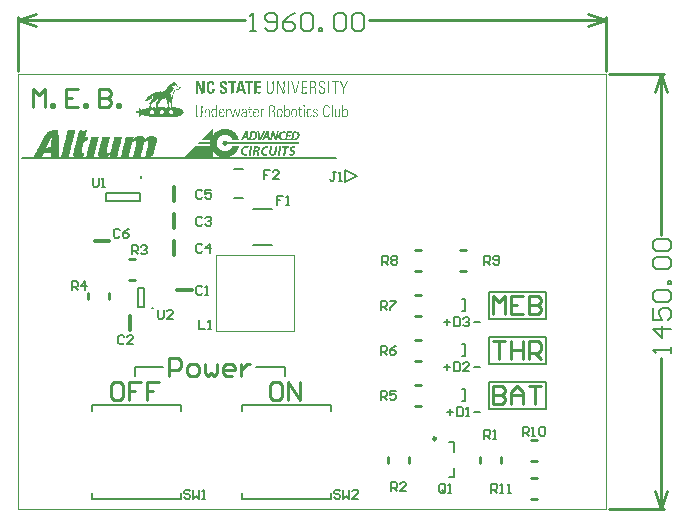
<source format=gto>
G04*
G04 #@! TF.GenerationSoftware,Altium Limited,Altium Designer,22.1.2 (22)*
G04*
G04 Layer_Color=65535*
%FSLAX24Y24*%
%MOIN*%
G70*
G04*
G04 #@! TF.SameCoordinates,69551EEB-C68B-4B17-9CB5-8D0B25672B83*
G04*
G04*
G04 #@! TF.FilePolarity,Positive*
G04*
G01*
G75*
%ADD10C,0.0098*%
%ADD11C,0.0050*%
%ADD12C,0.0079*%
%ADD13C,0.0039*%
%ADD14C,0.0100*%
%ADD15C,0.0120*%
%ADD16C,0.0000*%
%ADD17C,0.0060*%
G36*
X6890Y14261D02*
X6902D01*
Y14257D01*
X6906D01*
Y14261D01*
X6910D01*
Y14257D01*
X6922D01*
Y14253D01*
X6926D01*
Y14250D01*
X6938D01*
Y14246D01*
X6942D01*
Y14242D01*
X6946D01*
Y14238D01*
X6950D01*
Y14234D01*
X6958D01*
Y14230D01*
Y14226D01*
X6962D01*
Y14222D01*
X6965D01*
Y14218D01*
X6969D01*
Y14214D01*
X6965D01*
Y14210D01*
X6969D01*
Y14206D01*
X6973D01*
Y14202D01*
X6977D01*
Y14198D01*
X6973D01*
Y14194D01*
X6977D01*
Y14190D01*
X6973D01*
Y14186D01*
X6977D01*
Y14182D01*
Y14178D01*
Y14174D01*
X6981D01*
Y14170D01*
X6977D01*
Y14166D01*
X6981D01*
Y14162D01*
X6977D01*
Y14158D01*
X6981D01*
Y14155D01*
X6977D01*
Y14151D01*
X6981D01*
Y14147D01*
X6977D01*
Y14143D01*
X6894D01*
Y14147D01*
X6898D01*
Y14151D01*
X6894D01*
Y14155D01*
X6898D01*
Y14158D01*
X6894D01*
Y14162D01*
X6898D01*
Y14166D01*
X6894D01*
Y14170D01*
Y14174D01*
Y14178D01*
X6890D01*
Y14182D01*
X6886D01*
Y14186D01*
X6890D01*
Y14190D01*
X6886D01*
Y14194D01*
X6882D01*
Y14198D01*
X6870D01*
Y14202D01*
X6866D01*
Y14206D01*
X6863D01*
Y14202D01*
X6859D01*
Y14206D01*
X6855D01*
Y14202D01*
X6851D01*
Y14206D01*
X6847D01*
Y14202D01*
X6843D01*
Y14206D01*
X6839D01*
Y14202D01*
X6843D01*
Y14198D01*
X6839D01*
Y14202D01*
X6835D01*
Y14198D01*
X6831D01*
Y14194D01*
X6827D01*
Y14190D01*
X6823D01*
Y14186D01*
X6819D01*
Y14182D01*
X6815D01*
Y14178D01*
X6819D01*
Y14174D01*
X6815D01*
Y14170D01*
Y14166D01*
Y14162D01*
X6811D01*
Y14158D01*
X6815D01*
Y14155D01*
Y14151D01*
Y14147D01*
X6819D01*
Y14143D01*
X6815D01*
Y14139D01*
X6819D01*
Y14135D01*
X6823D01*
Y14131D01*
X6827D01*
Y14127D01*
X6831D01*
Y14123D01*
X6835D01*
Y14119D01*
X6839D01*
Y14115D01*
X6843D01*
Y14111D01*
X6847D01*
Y14107D01*
X6859D01*
Y14103D01*
X6863D01*
Y14099D01*
X6866D01*
Y14095D01*
X6870D01*
Y14091D01*
X6882D01*
Y14087D01*
X6886D01*
Y14083D01*
X6898D01*
Y14079D01*
X6902D01*
Y14075D01*
X6914D01*
Y14071D01*
X6918D01*
Y14067D01*
X6922D01*
Y14063D01*
X6926D01*
Y14059D01*
X6938D01*
Y14056D01*
X6942D01*
Y14052D01*
X6946D01*
Y14048D01*
X6950D01*
Y14044D01*
X6954D01*
Y14040D01*
X6958D01*
Y14036D01*
X6962D01*
Y14032D01*
X6965D01*
Y14028D01*
X6969D01*
Y14024D01*
X6965D01*
Y14020D01*
X6969D01*
Y14016D01*
X6973D01*
Y14012D01*
X6977D01*
Y14008D01*
X6973D01*
Y14004D01*
X6977D01*
Y14000D01*
X6981D01*
Y13996D01*
X6977D01*
Y13992D01*
X6981D01*
Y13988D01*
Y13984D01*
Y13980D01*
X6985D01*
Y13976D01*
X6981D01*
Y13972D01*
X6985D01*
Y13968D01*
X6981D01*
Y13964D01*
X6985D01*
Y13961D01*
X6981D01*
Y13957D01*
X6985D01*
Y13953D01*
X6981D01*
Y13949D01*
X6985D01*
Y13945D01*
X6981D01*
Y13941D01*
X6985D01*
Y13937D01*
X6981D01*
Y13933D01*
X6985D01*
Y13929D01*
X6981D01*
Y13925D01*
X6977D01*
Y13921D01*
Y13917D01*
Y13913D01*
X6973D01*
Y13909D01*
X6977D01*
Y13905D01*
X6973D01*
Y13901D01*
X6969D01*
Y13897D01*
X6965D01*
Y13893D01*
X6969D01*
Y13889D01*
X6965D01*
Y13885D01*
X6962D01*
Y13881D01*
X6958D01*
Y13877D01*
X6954D01*
Y13873D01*
X6950D01*
Y13869D01*
X6946D01*
Y13866D01*
X6934D01*
Y13862D01*
X6930D01*
Y13858D01*
X6918D01*
Y13854D01*
X6914D01*
Y13850D01*
X6910D01*
Y13854D01*
X6906D01*
Y13850D01*
X6894D01*
Y13846D01*
X6890D01*
Y13850D01*
X6886D01*
Y13846D01*
X6882D01*
Y13850D01*
X6878D01*
Y13846D01*
X6866D01*
Y13842D01*
X6863D01*
Y13846D01*
X6859D01*
Y13842D01*
X6855D01*
Y13846D01*
X6851D01*
Y13842D01*
X6847D01*
Y13846D01*
X6843D01*
Y13842D01*
X6839D01*
Y13846D01*
X6835D01*
Y13842D01*
X6831D01*
Y13846D01*
X6827D01*
Y13842D01*
X6823D01*
Y13846D01*
X6819D01*
Y13850D01*
X6815D01*
Y13846D01*
X6819D01*
Y13842D01*
X6815D01*
Y13846D01*
X6811D01*
Y13850D01*
X6807D01*
Y13846D01*
X6803D01*
Y13850D01*
X6791D01*
Y13854D01*
X6787D01*
Y13850D01*
X6783D01*
Y13854D01*
X6779D01*
Y13858D01*
X6768D01*
Y13862D01*
X6764D01*
Y13866D01*
X6760D01*
Y13869D01*
X6756D01*
Y13873D01*
X6752D01*
Y13877D01*
X6748D01*
Y13881D01*
X6744D01*
Y13885D01*
X6740D01*
Y13889D01*
X6736D01*
Y13893D01*
X6732D01*
Y13897D01*
X6728D01*
Y13901D01*
X6732D01*
Y13905D01*
X6728D01*
Y13909D01*
Y13913D01*
Y13917D01*
X6724D01*
Y13921D01*
Y13925D01*
Y13929D01*
X6720D01*
Y13933D01*
X6724D01*
Y13937D01*
X6720D01*
Y13941D01*
X6724D01*
Y13945D01*
X6720D01*
Y13949D01*
X6724D01*
Y13953D01*
X6720D01*
Y13957D01*
X6724D01*
Y13961D01*
X6720D01*
Y13964D01*
X6724D01*
Y13968D01*
X6720D01*
Y13972D01*
X6724D01*
Y13976D01*
X6728D01*
Y13980D01*
X6732D01*
Y13976D01*
X6736D01*
Y13980D01*
X6740D01*
Y13976D01*
X6744D01*
Y13980D01*
X6748D01*
Y13976D01*
X6752D01*
Y13980D01*
X6756D01*
Y13976D01*
X6760D01*
Y13980D01*
X6764D01*
Y13976D01*
X6768D01*
Y13980D01*
X6771D01*
Y13976D01*
X6775D01*
Y13980D01*
X6779D01*
Y13976D01*
X6783D01*
Y13980D01*
X6787D01*
Y13976D01*
X6791D01*
Y13980D01*
X6795D01*
Y13976D01*
X6799D01*
Y13980D01*
X6803D01*
Y13976D01*
X6807D01*
Y13972D01*
Y13968D01*
Y13964D01*
X6811D01*
Y13961D01*
X6807D01*
Y13957D01*
X6811D01*
Y13953D01*
X6807D01*
Y13949D01*
X6811D01*
Y13945D01*
X6807D01*
Y13941D01*
X6811D01*
Y13937D01*
X6807D01*
Y13933D01*
X6811D01*
Y13929D01*
X6815D01*
Y13925D01*
X6819D01*
Y13921D01*
X6815D01*
Y13917D01*
X6827D01*
Y13913D01*
X6831D01*
Y13909D01*
X6843D01*
Y13905D01*
X6847D01*
Y13909D01*
X6851D01*
Y13905D01*
X6855D01*
Y13901D01*
X6859D01*
Y13905D01*
X6855D01*
Y13909D01*
X6859D01*
Y13905D01*
X6863D01*
Y13909D01*
X6866D01*
Y13905D01*
X6870D01*
Y13909D01*
X6874D01*
Y13913D01*
X6878D01*
Y13909D01*
X6882D01*
Y13913D01*
X6886D01*
Y13917D01*
X6890D01*
Y13921D01*
Y13925D01*
Y13929D01*
X6894D01*
Y13933D01*
X6898D01*
Y13937D01*
X6894D01*
Y13941D01*
X6898D01*
Y13945D01*
X6894D01*
Y13949D01*
X6898D01*
Y13953D01*
X6894D01*
Y13957D01*
X6898D01*
Y13961D01*
X6894D01*
Y13964D01*
X6898D01*
Y13968D01*
X6894D01*
Y13972D01*
X6890D01*
Y13976D01*
X6886D01*
Y13980D01*
X6890D01*
Y13984D01*
X6878D01*
Y13988D01*
X6882D01*
Y13992D01*
X6870D01*
Y13996D01*
X6866D01*
Y14000D01*
X6863D01*
Y14004D01*
X6859D01*
Y14008D01*
X6855D01*
Y14012D01*
X6851D01*
Y14008D01*
X6847D01*
Y14012D01*
Y14016D01*
X6839D01*
Y14020D01*
X6835D01*
Y14024D01*
X6823D01*
Y14028D01*
X6819D01*
Y14032D01*
X6815D01*
Y14036D01*
X6811D01*
Y14032D01*
X6807D01*
Y14036D01*
X6803D01*
Y14040D01*
X6799D01*
Y14044D01*
X6795D01*
Y14048D01*
X6783D01*
Y14052D01*
X6779D01*
Y14056D01*
X6775D01*
Y14059D01*
X6771D01*
Y14063D01*
X6768D01*
Y14067D01*
X6764D01*
Y14071D01*
X6760D01*
Y14075D01*
X6756D01*
Y14079D01*
X6752D01*
Y14083D01*
X6748D01*
Y14087D01*
X6744D01*
Y14091D01*
X6748D01*
Y14095D01*
X6740D01*
Y14099D01*
Y14103D01*
X6736D01*
Y14107D01*
Y14111D01*
Y14115D01*
X6732D01*
Y14119D01*
X6728D01*
Y14123D01*
X6732D01*
Y14127D01*
X6728D01*
Y14131D01*
X6732D01*
Y14135D01*
X6728D01*
Y14139D01*
X6732D01*
Y14143D01*
X6728D01*
Y14147D01*
Y14151D01*
Y14155D01*
X6732D01*
Y14158D01*
X6728D01*
Y14162D01*
Y14166D01*
Y14170D01*
X6732D01*
Y14174D01*
X6728D01*
Y14178D01*
X6732D01*
Y14182D01*
X6728D01*
Y14186D01*
X6732D01*
Y14190D01*
X6736D01*
Y14194D01*
X6732D01*
Y14198D01*
X6736D01*
Y14202D01*
X6740D01*
Y14206D01*
X6736D01*
Y14210D01*
X6740D01*
Y14214D01*
X6744D01*
Y14218D01*
X6748D01*
Y14222D01*
X6752D01*
Y14226D01*
X6756D01*
Y14230D01*
Y14234D01*
X6764D01*
Y14238D01*
X6768D01*
Y14242D01*
X6771D01*
Y14246D01*
X6775D01*
Y14250D01*
X6787D01*
Y14253D01*
X6791D01*
Y14257D01*
X6795D01*
Y14253D01*
X6799D01*
Y14257D01*
X6811D01*
Y14261D01*
X6815D01*
Y14257D01*
X6819D01*
Y14261D01*
X6823D01*
Y14265D01*
X6827D01*
Y14261D01*
X6831D01*
Y14265D01*
X6835D01*
Y14261D01*
X6839D01*
Y14265D01*
X6851D01*
Y14261D01*
X6855D01*
Y14265D01*
X6882D01*
Y14261D01*
X6886D01*
Y14265D01*
X6890D01*
Y14261D01*
D02*
G37*
G36*
X6463D02*
X6467D01*
Y14257D01*
X6471D01*
Y14261D01*
X6475D01*
Y14257D01*
X6486D01*
Y14253D01*
X6490D01*
Y14250D01*
X6502D01*
Y14246D01*
X6506D01*
Y14242D01*
X6510D01*
Y14238D01*
X6514D01*
Y14234D01*
X6526D01*
Y14230D01*
X6522D01*
Y14226D01*
X6526D01*
Y14222D01*
X6530D01*
Y14218D01*
X6534D01*
Y14214D01*
Y14210D01*
X6538D01*
Y14206D01*
Y14202D01*
X6542D01*
Y14198D01*
Y14194D01*
Y14190D01*
X6546D01*
Y14186D01*
Y14182D01*
Y14178D01*
X6550D01*
Y14174D01*
X6546D01*
Y14170D01*
X6550D01*
Y14166D01*
X6546D01*
Y14162D01*
X6550D01*
Y14158D01*
X6546D01*
Y14155D01*
X6550D01*
Y14151D01*
X6546D01*
Y14147D01*
X6550D01*
Y14143D01*
X6546D01*
Y14139D01*
X6550D01*
Y14135D01*
X6546D01*
Y14131D01*
X6550D01*
Y14127D01*
X6546D01*
Y14131D01*
X6542D01*
Y14127D01*
X6538D01*
Y14131D01*
X6534D01*
Y14127D01*
X6530D01*
Y14131D01*
X6526D01*
Y14127D01*
X6522D01*
Y14131D01*
X6518D01*
Y14127D01*
X6514D01*
Y14131D01*
X6510D01*
Y14127D01*
X6506D01*
Y14131D01*
X6502D01*
Y14127D01*
X6498D01*
Y14131D01*
X6494D01*
Y14127D01*
X6490D01*
Y14131D01*
X6486D01*
Y14127D01*
X6482D01*
Y14131D01*
X6479D01*
Y14127D01*
X6475D01*
Y14131D01*
X6471D01*
Y14135D01*
X6467D01*
Y14139D01*
Y14143D01*
Y14147D01*
X6463D01*
Y14151D01*
X6467D01*
Y14155D01*
Y14158D01*
Y14162D01*
X6463D01*
Y14166D01*
X6459D01*
Y14170D01*
X6463D01*
Y14174D01*
X6459D01*
Y14178D01*
X6463D01*
Y14182D01*
X6459D01*
Y14186D01*
X6455D01*
Y14190D01*
X6451D01*
Y14194D01*
X6455D01*
Y14198D01*
X6443D01*
Y14202D01*
X6439D01*
Y14206D01*
X6435D01*
Y14202D01*
X6431D01*
Y14206D01*
X6427D01*
Y14202D01*
X6423D01*
Y14206D01*
X6419D01*
Y14202D01*
X6415D01*
Y14206D01*
X6411D01*
Y14202D01*
X6415D01*
Y14198D01*
X6403D01*
Y14194D01*
X6399D01*
Y14190D01*
X6395D01*
Y14186D01*
X6391D01*
Y14182D01*
X6387D01*
Y14178D01*
X6391D01*
Y14174D01*
X6387D01*
Y14170D01*
Y14166D01*
Y14162D01*
X6384D01*
Y14158D01*
X6380D01*
Y14155D01*
X6384D01*
Y14151D01*
X6380D01*
Y14147D01*
X6384D01*
Y14143D01*
X6380D01*
Y14139D01*
X6384D01*
Y14135D01*
X6380D01*
Y14131D01*
Y14127D01*
Y14123D01*
X6384D01*
Y14119D01*
X6380D01*
Y14115D01*
Y14111D01*
Y14107D01*
X6384D01*
Y14103D01*
X6380D01*
Y14107D01*
X6376D01*
Y14103D01*
X6380D01*
Y14099D01*
X6376D01*
Y14095D01*
X6380D01*
Y14091D01*
X6376D01*
Y14087D01*
X6380D01*
Y14083D01*
X6376D01*
Y14079D01*
X6380D01*
Y14075D01*
X6384D01*
Y14071D01*
X6380D01*
Y14075D01*
X6376D01*
Y14071D01*
X6380D01*
Y14067D01*
X6376D01*
Y14063D01*
X6380D01*
Y14059D01*
X6376D01*
Y14056D01*
X6380D01*
Y14052D01*
X6376D01*
Y14048D01*
X6380D01*
Y14044D01*
X6376D01*
Y14040D01*
X6380D01*
Y14036D01*
X6376D01*
Y14032D01*
X6380D01*
Y14028D01*
X6376D01*
Y14024D01*
X6380D01*
Y14020D01*
X6376D01*
Y14016D01*
X6380D01*
Y14012D01*
X6384D01*
Y14008D01*
X6380D01*
Y14012D01*
X6376D01*
Y14008D01*
X6380D01*
Y14004D01*
Y14000D01*
Y13996D01*
X6384D01*
Y13992D01*
X6380D01*
Y13988D01*
Y13984D01*
Y13980D01*
X6384D01*
Y13976D01*
X6380D01*
Y13972D01*
X6384D01*
Y13968D01*
X6380D01*
Y13964D01*
X6384D01*
Y13961D01*
X6380D01*
Y13957D01*
X6384D01*
Y13953D01*
X6380D01*
Y13949D01*
X6384D01*
Y13945D01*
X6387D01*
Y13941D01*
Y13937D01*
Y13933D01*
X6391D01*
Y13929D01*
X6387D01*
Y13925D01*
X6395D01*
Y13921D01*
Y13917D01*
X6403D01*
Y13913D01*
Y13909D01*
X6415D01*
Y13905D01*
X6419D01*
Y13909D01*
X6423D01*
Y13905D01*
X6427D01*
Y13901D01*
X6431D01*
Y13905D01*
X6427D01*
Y13909D01*
X6431D01*
Y13905D01*
X6435D01*
Y13909D01*
X6439D01*
Y13905D01*
X6443D01*
Y13909D01*
X6447D01*
Y13913D01*
X6451D01*
Y13909D01*
X6455D01*
Y13913D01*
X6451D01*
Y13917D01*
X6463D01*
Y13921D01*
X6459D01*
Y13925D01*
X6463D01*
Y13929D01*
X6459D01*
Y13933D01*
X6467D01*
Y13937D01*
Y13941D01*
X6471D01*
Y13945D01*
X6467D01*
Y13949D01*
X6471D01*
Y13953D01*
X6467D01*
Y13957D01*
X6471D01*
Y13961D01*
X6467D01*
Y13964D01*
X6471D01*
Y13968D01*
X6467D01*
Y13972D01*
X6471D01*
Y13976D01*
X6467D01*
Y13980D01*
X6471D01*
Y13984D01*
X6467D01*
Y13988D01*
X6554D01*
Y13984D01*
Y13980D01*
Y13976D01*
Y13972D01*
Y13968D01*
Y13964D01*
Y13961D01*
Y13957D01*
X6550D01*
Y13953D01*
X6554D01*
Y13949D01*
X6550D01*
Y13945D01*
Y13941D01*
Y13937D01*
X6546D01*
Y13933D01*
X6550D01*
Y13929D01*
X6546D01*
Y13925D01*
X6550D01*
Y13921D01*
X6546D01*
Y13917D01*
Y13913D01*
X6542D01*
Y13909D01*
Y13905D01*
X6538D01*
Y13901D01*
X6542D01*
Y13897D01*
X6538D01*
Y13893D01*
X6534D01*
Y13889D01*
X6530D01*
Y13885D01*
Y13881D01*
X6522D01*
Y13877D01*
Y13873D01*
X6514D01*
Y13869D01*
Y13866D01*
X6506D01*
Y13862D01*
X6502D01*
Y13858D01*
X6490D01*
Y13854D01*
X6486D01*
Y13850D01*
X6467D01*
Y13846D01*
X6463D01*
Y13850D01*
X6459D01*
Y13846D01*
X6455D01*
Y13850D01*
X6451D01*
Y13846D01*
X6455D01*
Y13842D01*
X6451D01*
Y13846D01*
X6447D01*
Y13842D01*
X6443D01*
Y13846D01*
X6439D01*
Y13842D01*
X6435D01*
Y13846D01*
X6431D01*
Y13842D01*
X6427D01*
Y13846D01*
X6423D01*
Y13842D01*
X6419D01*
Y13846D01*
X6415D01*
Y13842D01*
X6411D01*
Y13846D01*
X6407D01*
Y13850D01*
X6403D01*
Y13846D01*
X6407D01*
Y13842D01*
X6403D01*
Y13846D01*
X6399D01*
Y13850D01*
X6395D01*
Y13846D01*
X6391D01*
Y13850D01*
X6380D01*
Y13854D01*
X6376D01*
Y13850D01*
X6372D01*
Y13854D01*
X6368D01*
Y13858D01*
X6356D01*
Y13862D01*
X6352D01*
Y13866D01*
X6340D01*
Y13869D01*
X6336D01*
Y13873D01*
X6332D01*
Y13877D01*
X6328D01*
Y13881D01*
X6324D01*
Y13885D01*
X6320D01*
Y13889D01*
X6316D01*
Y13893D01*
X6320D01*
Y13897D01*
X6316D01*
Y13901D01*
X6312D01*
Y13905D01*
X6308D01*
Y13909D01*
X6312D01*
Y13913D01*
X6308D01*
Y13917D01*
X6304D01*
Y13921D01*
X6300D01*
Y13925D01*
X6304D01*
Y13929D01*
X6300D01*
Y13933D01*
X6304D01*
Y13937D01*
X6300D01*
Y13941D01*
X6296D01*
Y13945D01*
X6300D01*
Y13949D01*
X6296D01*
Y13953D01*
X6292D01*
Y13957D01*
X6296D01*
Y13961D01*
X6292D01*
Y13964D01*
X6296D01*
Y13968D01*
X6292D01*
Y13972D01*
X6296D01*
Y13976D01*
X6292D01*
Y13980D01*
X6296D01*
Y13984D01*
X6292D01*
Y13988D01*
X6296D01*
Y13992D01*
X6292D01*
Y13996D01*
Y14000D01*
Y14004D01*
Y14008D01*
Y14012D01*
Y14016D01*
Y14020D01*
Y14024D01*
Y14028D01*
Y14032D01*
Y14036D01*
X6288D01*
Y14040D01*
X6292D01*
Y14044D01*
Y14048D01*
Y14052D01*
X6288D01*
Y14056D01*
X6292D01*
Y14059D01*
Y14063D01*
Y14067D01*
X6288D01*
Y14071D01*
X6292D01*
Y14075D01*
Y14079D01*
Y14083D01*
Y14087D01*
Y14091D01*
Y14095D01*
Y14099D01*
X6288D01*
Y14103D01*
X6292D01*
Y14107D01*
Y14111D01*
Y14115D01*
X6296D01*
Y14119D01*
X6292D01*
Y14123D01*
X6296D01*
Y14127D01*
X6292D01*
Y14131D01*
X6296D01*
Y14135D01*
X6292D01*
Y14139D01*
X6296D01*
Y14143D01*
X6292D01*
Y14147D01*
X6296D01*
Y14151D01*
X6292D01*
Y14155D01*
X6296D01*
Y14158D01*
X6292D01*
Y14162D01*
X6296D01*
Y14166D01*
X6300D01*
Y14170D01*
X6304D01*
Y14174D01*
X6300D01*
Y14178D01*
X6304D01*
Y14182D01*
X6300D01*
Y14186D01*
X6304D01*
Y14190D01*
X6308D01*
Y14194D01*
X6304D01*
Y14198D01*
X6308D01*
Y14194D01*
X6312D01*
Y14198D01*
X6308D01*
Y14202D01*
X6312D01*
Y14206D01*
Y14210D01*
X6316D01*
Y14214D01*
Y14218D01*
X6320D01*
Y14222D01*
X6324D01*
Y14226D01*
X6328D01*
Y14230D01*
X6332D01*
Y14234D01*
X6336D01*
Y14238D01*
X6340D01*
Y14242D01*
X6344D01*
Y14246D01*
X6348D01*
Y14250D01*
X6360D01*
Y14253D01*
X6364D01*
Y14250D01*
X6368D01*
Y14253D01*
X6372D01*
Y14257D01*
X6384D01*
Y14261D01*
X6387D01*
Y14257D01*
X6391D01*
Y14261D01*
X6395D01*
Y14265D01*
X6399D01*
Y14261D01*
X6403D01*
Y14265D01*
X6407D01*
Y14261D01*
X6411D01*
Y14265D01*
X6439D01*
Y14261D01*
X6443D01*
Y14265D01*
X6455D01*
Y14261D01*
X6459D01*
Y14265D01*
X6463D01*
Y14261D01*
D02*
G37*
G36*
X10184D02*
X10188D01*
Y14257D01*
X10192D01*
Y14253D01*
X10196D01*
Y14250D01*
X10208D01*
Y14246D01*
X10212D01*
Y14242D01*
X10216D01*
Y14238D01*
X10220D01*
Y14234D01*
X10224D01*
Y14230D01*
X10228D01*
Y14226D01*
X10232D01*
Y14222D01*
X10228D01*
Y14218D01*
X10232D01*
Y14214D01*
X10236D01*
Y14210D01*
X10240D01*
Y14206D01*
X10236D01*
Y14202D01*
X10240D01*
Y14198D01*
X10236D01*
Y14194D01*
X10240D01*
Y14190D01*
X10243D01*
Y14186D01*
X10240D01*
Y14182D01*
X10243D01*
Y14178D01*
Y14174D01*
Y14170D01*
Y14166D01*
Y14162D01*
Y14158D01*
Y14155D01*
X10232D01*
Y14158D01*
X10228D01*
Y14155D01*
X10232D01*
Y14151D01*
X10228D01*
Y14155D01*
X10216D01*
Y14158D01*
X10212D01*
Y14155D01*
X10216D01*
Y14151D01*
X10212D01*
Y14155D01*
X10208D01*
Y14158D01*
X10204D01*
Y14162D01*
X10208D01*
Y14166D01*
X10204D01*
Y14170D01*
X10208D01*
Y14174D01*
X10204D01*
Y14178D01*
X10208D01*
Y14182D01*
X10204D01*
Y14186D01*
Y14190D01*
Y14194D01*
X10200D01*
Y14198D01*
X10196D01*
Y14202D01*
X10200D01*
Y14206D01*
X10196D01*
Y14210D01*
X10192D01*
Y14214D01*
X10188D01*
Y14218D01*
Y14222D01*
X10180D01*
Y14226D01*
X10176D01*
Y14230D01*
X10164D01*
Y14234D01*
X10160D01*
Y14230D01*
X10156D01*
Y14234D01*
X10152D01*
Y14238D01*
X10148D01*
Y14234D01*
X10152D01*
Y14230D01*
X10148D01*
Y14234D01*
X10144D01*
Y14238D01*
X10141D01*
Y14234D01*
X10137D01*
Y14238D01*
X10133D01*
Y14234D01*
X10129D01*
Y14238D01*
X10125D01*
Y14234D01*
X10121D01*
Y14238D01*
X10117D01*
Y14234D01*
X10121D01*
Y14230D01*
X10117D01*
Y14234D01*
X10113D01*
Y14230D01*
X10109D01*
Y14234D01*
X10105D01*
Y14230D01*
X10093D01*
Y14226D01*
X10089D01*
Y14222D01*
X10085D01*
Y14218D01*
X10081D01*
Y14214D01*
X10077D01*
Y14210D01*
X10073D01*
Y14206D01*
X10069D01*
Y14202D01*
X10073D01*
Y14198D01*
X10069D01*
Y14194D01*
Y14190D01*
Y14186D01*
X10065D01*
Y14182D01*
X10069D01*
Y14178D01*
X10065D01*
Y14174D01*
X10069D01*
Y14170D01*
X10065D01*
Y14166D01*
X10069D01*
Y14162D01*
X10065D01*
Y14158D01*
X10069D01*
Y14155D01*
Y14151D01*
Y14147D01*
Y14143D01*
Y14139D01*
X10073D01*
Y14135D01*
Y14131D01*
Y14127D01*
X10077D01*
Y14123D01*
X10081D01*
Y14119D01*
X10085D01*
Y14115D01*
X10089D01*
Y14111D01*
X10093D01*
Y14107D01*
X10105D01*
Y14103D01*
X10109D01*
Y14099D01*
X10113D01*
Y14095D01*
X10117D01*
Y14091D01*
X10129D01*
Y14087D01*
X10133D01*
Y14083D01*
X10137D01*
Y14079D01*
X10141D01*
Y14075D01*
X10152D01*
Y14071D01*
X10156D01*
Y14067D01*
X10160D01*
Y14063D01*
X10164D01*
Y14059D01*
X10176D01*
Y14056D01*
X10180D01*
Y14052D01*
X10184D01*
Y14048D01*
X10188D01*
Y14044D01*
X10200D01*
Y14040D01*
X10204D01*
Y14036D01*
X10208D01*
Y14032D01*
X10212D01*
Y14028D01*
X10216D01*
Y14024D01*
X10220D01*
Y14020D01*
X10224D01*
Y14016D01*
X10228D01*
Y14012D01*
X10232D01*
Y14008D01*
Y14004D01*
Y14000D01*
X10236D01*
Y13996D01*
X10240D01*
Y13992D01*
X10236D01*
Y13988D01*
X10240D01*
Y13984D01*
X10243D01*
Y13980D01*
X10240D01*
Y13976D01*
X10243D01*
Y13972D01*
Y13968D01*
Y13964D01*
X10247D01*
Y13961D01*
X10243D01*
Y13957D01*
X10247D01*
Y13953D01*
X10243D01*
Y13949D01*
X10247D01*
Y13945D01*
X10243D01*
Y13941D01*
X10247D01*
Y13937D01*
X10243D01*
Y13933D01*
X10247D01*
Y13929D01*
X10243D01*
Y13925D01*
Y13921D01*
Y13917D01*
X10240D01*
Y13913D01*
X10236D01*
Y13909D01*
X10240D01*
Y13905D01*
X10236D01*
Y13901D01*
Y13897D01*
Y13893D01*
X10232D01*
Y13889D01*
X10228D01*
Y13885D01*
X10232D01*
Y13881D01*
X10224D01*
Y13877D01*
Y13873D01*
X10220D01*
Y13869D01*
X10216D01*
Y13866D01*
X10204D01*
Y13862D01*
X10208D01*
Y13858D01*
X10204D01*
Y13862D01*
X10200D01*
Y13858D01*
X10196D01*
Y13854D01*
X10192D01*
Y13850D01*
X10172D01*
Y13846D01*
X10168D01*
Y13850D01*
X10164D01*
Y13846D01*
X10160D01*
Y13842D01*
X10156D01*
Y13846D01*
X10152D01*
Y13842D01*
X10148D01*
Y13846D01*
X10144D01*
Y13842D01*
X10141D01*
Y13846D01*
X10137D01*
Y13842D01*
X10133D01*
Y13846D01*
X10129D01*
Y13842D01*
X10125D01*
Y13846D01*
X10121D01*
Y13842D01*
X10117D01*
Y13846D01*
X10113D01*
Y13850D01*
X10109D01*
Y13846D01*
X10113D01*
Y13842D01*
X10109D01*
Y13846D01*
X10105D01*
Y13850D01*
X10101D01*
Y13846D01*
X10097D01*
Y13850D01*
X10085D01*
Y13854D01*
X10081D01*
Y13858D01*
X10077D01*
Y13854D01*
X10073D01*
Y13858D01*
X10069D01*
Y13862D01*
X10065D01*
Y13866D01*
X10053D01*
Y13869D01*
X10057D01*
Y13873D01*
X10046D01*
Y13877D01*
X10049D01*
Y13881D01*
X10046D01*
Y13885D01*
X10042D01*
Y13889D01*
X10038D01*
Y13893D01*
Y13897D01*
Y13901D01*
X10034D01*
Y13905D01*
X10030D01*
Y13909D01*
X10034D01*
Y13913D01*
X10030D01*
Y13917D01*
Y13921D01*
Y13925D01*
X10026D01*
Y13929D01*
X10022D01*
Y13933D01*
X10026D01*
Y13937D01*
Y13941D01*
Y13945D01*
X10022D01*
Y13949D01*
X10026D01*
Y13953D01*
Y13957D01*
Y13961D01*
X10022D01*
Y13964D01*
X10034D01*
Y13968D01*
X10038D01*
Y13964D01*
X10049D01*
Y13968D01*
X10053D01*
Y13964D01*
X10065D01*
Y13961D01*
X10061D01*
Y13957D01*
X10065D01*
Y13953D01*
X10061D01*
Y13949D01*
X10065D01*
Y13945D01*
X10061D01*
Y13941D01*
X10065D01*
Y13937D01*
X10061D01*
Y13933D01*
X10065D01*
Y13929D01*
X10061D01*
Y13925D01*
X10065D01*
Y13921D01*
X10069D01*
Y13917D01*
Y13913D01*
Y13909D01*
X10073D01*
Y13905D01*
X10069D01*
Y13901D01*
X10077D01*
Y13897D01*
Y13893D01*
X10081D01*
Y13889D01*
X10085D01*
Y13885D01*
X10097D01*
Y13881D01*
X10101D01*
Y13877D01*
X10113D01*
Y13873D01*
X10117D01*
Y13877D01*
X10121D01*
Y13873D01*
X10125D01*
Y13877D01*
X10129D01*
Y13873D01*
X10141D01*
Y13877D01*
X10144D01*
Y13873D01*
X10148D01*
Y13877D01*
X10152D01*
Y13873D01*
X10156D01*
Y13877D01*
X10168D01*
Y13881D01*
X10172D01*
Y13877D01*
X10176D01*
Y13881D01*
X10180D01*
Y13885D01*
X10184D01*
Y13889D01*
X10188D01*
Y13893D01*
X10192D01*
Y13897D01*
X10196D01*
Y13901D01*
X10200D01*
Y13905D01*
X10204D01*
Y13909D01*
X10200D01*
Y13913D01*
X10204D01*
Y13917D01*
X10208D01*
Y13921D01*
X10204D01*
Y13925D01*
X10208D01*
Y13929D01*
X10204D01*
Y13933D01*
X10208D01*
Y13937D01*
X10204D01*
Y13941D01*
X10208D01*
Y13945D01*
Y13949D01*
Y13953D01*
X10204D01*
Y13957D01*
X10208D01*
Y13961D01*
X10204D01*
Y13964D01*
X10208D01*
Y13968D01*
X10204D01*
Y13972D01*
X10208D01*
Y13976D01*
X10204D01*
Y13980D01*
X10200D01*
Y13984D01*
X10196D01*
Y13988D01*
X10200D01*
Y13992D01*
X10196D01*
Y13996D01*
X10192D01*
Y14000D01*
X10188D01*
Y14004D01*
X10184D01*
Y14008D01*
X10180D01*
Y14012D01*
X10176D01*
Y14016D01*
X10172D01*
Y14020D01*
X10164D01*
Y14024D01*
X10156D01*
Y14028D01*
X10152D01*
Y14032D01*
X10141D01*
Y14036D01*
X10137D01*
Y14040D01*
X10133D01*
Y14044D01*
X10129D01*
Y14048D01*
X10117D01*
Y14052D01*
X10113D01*
Y14056D01*
X10101D01*
Y14059D01*
X10097D01*
Y14063D01*
X10093D01*
Y14067D01*
X10089D01*
Y14071D01*
X10085D01*
Y14075D01*
X10081D01*
Y14079D01*
X10069D01*
Y14083D01*
X10065D01*
Y14087D01*
X10061D01*
Y14091D01*
X10057D01*
Y14095D01*
X10053D01*
Y14099D01*
X10049D01*
Y14103D01*
X10046D01*
Y14107D01*
X10049D01*
Y14111D01*
X10046D01*
Y14115D01*
X10042D01*
Y14119D01*
X10038D01*
Y14123D01*
X10042D01*
Y14127D01*
X10038D01*
Y14131D01*
X10034D01*
Y14135D01*
X10030D01*
Y14139D01*
X10034D01*
Y14143D01*
X10030D01*
Y14147D01*
X10034D01*
Y14151D01*
X10030D01*
Y14155D01*
X10034D01*
Y14158D01*
X10030D01*
Y14162D01*
X10034D01*
Y14166D01*
X10030D01*
Y14170D01*
X10034D01*
Y14174D01*
X10030D01*
Y14178D01*
X10034D01*
Y14182D01*
X10030D01*
Y14186D01*
X10034D01*
Y14190D01*
X10030D01*
Y14194D01*
X10034D01*
Y14198D01*
X10038D01*
Y14202D01*
X10034D01*
Y14206D01*
X10038D01*
Y14210D01*
X10042D01*
Y14214D01*
X10038D01*
Y14218D01*
X10042D01*
Y14222D01*
X10046D01*
Y14226D01*
X10049D01*
Y14230D01*
X10053D01*
Y14234D01*
X10057D01*
Y14238D01*
X10061D01*
Y14242D01*
X10065D01*
Y14246D01*
X10069D01*
Y14250D01*
X10077D01*
Y14253D01*
Y14257D01*
X10081D01*
Y14253D01*
X10085D01*
Y14257D01*
X10097D01*
Y14261D01*
X10101D01*
Y14265D01*
X10105D01*
Y14261D01*
X10109D01*
Y14265D01*
X10113D01*
Y14261D01*
X10117D01*
Y14265D01*
X10168D01*
Y14261D01*
X10180D01*
Y14257D01*
X10184D01*
Y14261D01*
X10180D01*
Y14265D01*
X10184D01*
Y14261D01*
D02*
G37*
G36*
X9875Y14253D02*
X9879D01*
Y14250D01*
X9883D01*
Y14253D01*
X9887D01*
Y14250D01*
X9899D01*
Y14246D01*
X9903D01*
Y14242D01*
X9915D01*
Y14238D01*
X9919D01*
Y14234D01*
X9923D01*
Y14230D01*
X9919D01*
Y14226D01*
X9923D01*
Y14222D01*
X9927D01*
Y14218D01*
X9931D01*
Y14214D01*
X9927D01*
Y14210D01*
X9931D01*
Y14206D01*
Y14202D01*
X9935D01*
Y14198D01*
Y14194D01*
X9939D01*
Y14190D01*
X9935D01*
Y14186D01*
X9939D01*
Y14182D01*
X9935D01*
Y14178D01*
X9939D01*
Y14174D01*
X9935D01*
Y14170D01*
X9939D01*
Y14166D01*
X9935D01*
Y14162D01*
X9939D01*
Y14158D01*
X9935D01*
Y14155D01*
X9939D01*
Y14151D01*
X9935D01*
Y14147D01*
X9939D01*
Y14143D01*
X9935D01*
Y14139D01*
X9939D01*
Y14135D01*
X9935D01*
Y14131D01*
X9939D01*
Y14127D01*
X9935D01*
Y14123D01*
Y14119D01*
Y14115D01*
X9931D01*
Y14111D01*
X9927D01*
Y14107D01*
X9931D01*
Y14103D01*
X9927D01*
Y14099D01*
X9923D01*
Y14095D01*
X9919D01*
Y14091D01*
X9923D01*
Y14087D01*
X9919D01*
Y14083D01*
X9915D01*
Y14079D01*
X9903D01*
Y14075D01*
X9899D01*
Y14071D01*
X9895D01*
Y14067D01*
X9891D01*
Y14071D01*
X9887D01*
Y14067D01*
X9883D01*
Y14063D01*
X9879D01*
Y14059D01*
X9891D01*
Y14056D01*
X9895D01*
Y14059D01*
X9899D01*
Y14056D01*
X9903D01*
Y14052D01*
X9915D01*
Y14048D01*
X9911D01*
Y14044D01*
X9923D01*
Y14040D01*
X9919D01*
Y14036D01*
X9923D01*
Y14032D01*
X9927D01*
Y14028D01*
X9931D01*
Y14024D01*
X9927D01*
Y14020D01*
X9931D01*
Y14016D01*
X9927D01*
Y14012D01*
X9931D01*
Y14008D01*
X9927D01*
Y14004D01*
X9931D01*
Y14000D01*
X9927D01*
Y13996D01*
X9931D01*
Y13992D01*
X9935D01*
Y13988D01*
X9931D01*
Y13984D01*
Y13980D01*
Y13976D01*
X9935D01*
Y13972D01*
X9931D01*
Y13968D01*
X9935D01*
Y13964D01*
X9931D01*
Y13961D01*
X9935D01*
Y13957D01*
X9931D01*
Y13953D01*
X9935D01*
Y13949D01*
Y13945D01*
Y13941D01*
X9931D01*
Y13937D01*
X9935D01*
Y13933D01*
Y13929D01*
Y13925D01*
X9931D01*
Y13921D01*
X9935D01*
Y13917D01*
Y13913D01*
Y13909D01*
X9931D01*
Y13905D01*
X9935D01*
Y13901D01*
Y13897D01*
Y13893D01*
X9931D01*
Y13889D01*
X9935D01*
Y13885D01*
X9939D01*
Y13881D01*
X9935D01*
Y13877D01*
X9939D01*
Y13873D01*
X9935D01*
Y13869D01*
X9939D01*
Y13866D01*
X9935D01*
Y13862D01*
X9939D01*
Y13858D01*
X9935D01*
Y13854D01*
X9939D01*
Y13850D01*
X9927D01*
Y13854D01*
X9923D01*
Y13850D01*
X9919D01*
Y13854D01*
X9915D01*
Y13850D01*
X9911D01*
Y13854D01*
X9907D01*
Y13850D01*
X9903D01*
Y13854D01*
Y13858D01*
Y13862D01*
X9899D01*
Y13866D01*
X9903D01*
Y13869D01*
X9899D01*
Y13873D01*
X9903D01*
Y13877D01*
X9899D01*
Y13881D01*
X9895D01*
Y13885D01*
X9899D01*
Y13889D01*
Y13893D01*
Y13897D01*
Y13901D01*
Y13905D01*
Y13909D01*
Y13913D01*
X9895D01*
Y13917D01*
X9899D01*
Y13921D01*
Y13925D01*
Y13929D01*
X9895D01*
Y13933D01*
X9899D01*
Y13937D01*
X9895D01*
Y13941D01*
X9899D01*
Y13945D01*
X9895D01*
Y13949D01*
X9899D01*
Y13953D01*
X9895D01*
Y13957D01*
X9899D01*
Y13961D01*
X9895D01*
Y13964D01*
X9899D01*
Y13968D01*
X9895D01*
Y13972D01*
X9899D01*
Y13976D01*
X9895D01*
Y13980D01*
X9899D01*
Y13984D01*
X9895D01*
Y13988D01*
X9899D01*
Y13992D01*
X9895D01*
Y13996D01*
X9899D01*
Y14000D01*
X9895D01*
Y14004D01*
X9891D01*
Y14008D01*
Y14012D01*
Y14016D01*
X9887D01*
Y14020D01*
Y14024D01*
X9879D01*
Y14028D01*
X9883D01*
Y14032D01*
X9871D01*
Y14036D01*
X9867D01*
Y14040D01*
X9863D01*
Y14044D01*
X9859D01*
Y14048D01*
X9855D01*
Y14044D01*
X9852D01*
Y14048D01*
X9776D01*
Y14052D01*
X9772D01*
Y14048D01*
X9760D01*
Y14044D01*
X9764D01*
Y14040D01*
X9760D01*
Y14036D01*
X9764D01*
Y14032D01*
X9760D01*
Y14028D01*
X9764D01*
Y14024D01*
X9760D01*
Y14020D01*
X9764D01*
Y14016D01*
X9760D01*
Y14012D01*
X9764D01*
Y14008D01*
X9760D01*
Y14004D01*
X9764D01*
Y14000D01*
X9760D01*
Y13996D01*
X9764D01*
Y13992D01*
X9760D01*
Y13988D01*
X9764D01*
Y13984D01*
X9760D01*
Y13980D01*
X9764D01*
Y13976D01*
X9760D01*
Y13972D01*
X9764D01*
Y13968D01*
X9760D01*
Y13964D01*
X9764D01*
Y13961D01*
X9760D01*
Y13957D01*
X9764D01*
Y13953D01*
X9760D01*
Y13949D01*
X9764D01*
Y13945D01*
X9760D01*
Y13941D01*
X9764D01*
Y13937D01*
X9760D01*
Y13933D01*
X9764D01*
Y13929D01*
X9760D01*
Y13925D01*
X9764D01*
Y13921D01*
X9760D01*
Y13917D01*
X9764D01*
Y13913D01*
X9760D01*
Y13909D01*
X9764D01*
Y13905D01*
X9760D01*
Y13901D01*
X9764D01*
Y13897D01*
X9760D01*
Y13893D01*
X9764D01*
Y13889D01*
X9760D01*
Y13885D01*
X9764D01*
Y13881D01*
X9760D01*
Y13877D01*
X9764D01*
Y13873D01*
X9760D01*
Y13869D01*
X9764D01*
Y13866D01*
X9760D01*
Y13862D01*
X9764D01*
Y13858D01*
X9760D01*
Y13854D01*
X9764D01*
Y13850D01*
X9760D01*
Y13854D01*
X9757D01*
Y13850D01*
X9753D01*
Y13854D01*
X9749D01*
Y13850D01*
X9737D01*
Y13854D01*
X9733D01*
Y13850D01*
X9729D01*
Y13854D01*
X9725D01*
Y13858D01*
X9729D01*
Y13862D01*
X9725D01*
Y13866D01*
X9729D01*
Y13869D01*
X9725D01*
Y13873D01*
X9729D01*
Y13877D01*
X9725D01*
Y13881D01*
X9729D01*
Y13885D01*
X9725D01*
Y13889D01*
X9729D01*
Y13893D01*
X9725D01*
Y13897D01*
X9729D01*
Y13901D01*
X9725D01*
Y13905D01*
X9729D01*
Y13909D01*
X9725D01*
Y13913D01*
X9729D01*
Y13917D01*
X9725D01*
Y13921D01*
X9729D01*
Y13925D01*
X9725D01*
Y13929D01*
X9729D01*
Y13933D01*
X9725D01*
Y13937D01*
X9729D01*
Y13941D01*
X9725D01*
Y13945D01*
X9729D01*
Y13949D01*
X9725D01*
Y13953D01*
X9729D01*
Y13957D01*
X9725D01*
Y13961D01*
X9729D01*
Y13964D01*
X9725D01*
Y13968D01*
X9729D01*
Y13972D01*
X9725D01*
Y13976D01*
X9729D01*
Y13980D01*
X9725D01*
Y13984D01*
X9729D01*
Y13988D01*
X9725D01*
Y13992D01*
X9729D01*
Y13996D01*
X9725D01*
Y14000D01*
X9729D01*
Y14004D01*
X9725D01*
Y14008D01*
X9729D01*
Y14012D01*
X9725D01*
Y14016D01*
X9729D01*
Y14020D01*
X9725D01*
Y14024D01*
X9729D01*
Y14028D01*
X9725D01*
Y14032D01*
X9729D01*
Y14036D01*
X9725D01*
Y14040D01*
X9729D01*
Y14044D01*
X9725D01*
Y14048D01*
X9729D01*
Y14052D01*
X9725D01*
Y14056D01*
X9729D01*
Y14059D01*
X9725D01*
Y14063D01*
X9729D01*
Y14067D01*
X9725D01*
Y14071D01*
X9729D01*
Y14075D01*
X9725D01*
Y14079D01*
X9729D01*
Y14083D01*
X9725D01*
Y14087D01*
X9729D01*
Y14091D01*
X9725D01*
Y14095D01*
X9729D01*
Y14099D01*
X9725D01*
Y14103D01*
X9729D01*
Y14107D01*
X9725D01*
Y14111D01*
X9729D01*
Y14115D01*
X9725D01*
Y14119D01*
X9729D01*
Y14123D01*
X9725D01*
Y14127D01*
X9729D01*
Y14131D01*
X9725D01*
Y14135D01*
X9729D01*
Y14139D01*
X9725D01*
Y14143D01*
X9729D01*
Y14147D01*
X9725D01*
Y14151D01*
X9729D01*
Y14155D01*
X9725D01*
Y14158D01*
X9729D01*
Y14162D01*
X9725D01*
Y14166D01*
X9729D01*
Y14170D01*
X9725D01*
Y14174D01*
X9729D01*
Y14178D01*
X9725D01*
Y14182D01*
X9729D01*
Y14186D01*
X9725D01*
Y14190D01*
X9729D01*
Y14194D01*
X9725D01*
Y14198D01*
X9729D01*
Y14202D01*
X9725D01*
Y14206D01*
X9729D01*
Y14210D01*
X9725D01*
Y14214D01*
X9729D01*
Y14218D01*
X9725D01*
Y14222D01*
X9729D01*
Y14226D01*
X9725D01*
Y14230D01*
X9729D01*
Y14234D01*
X9725D01*
Y14238D01*
X9729D01*
Y14242D01*
X9725D01*
Y14246D01*
X9729D01*
Y14250D01*
X9725D01*
Y14253D01*
X9729D01*
Y14257D01*
X9867D01*
Y14253D01*
X9871D01*
Y14257D01*
X9875D01*
Y14253D01*
D02*
G37*
G36*
X10691D02*
X10695D01*
Y14250D01*
X10691D01*
Y14246D01*
X10695D01*
Y14242D01*
X10691D01*
Y14238D01*
X10695D01*
Y14234D01*
Y14230D01*
Y14226D01*
X10691D01*
Y14230D01*
X10687D01*
Y14226D01*
X10683D01*
Y14230D01*
X10679D01*
Y14226D01*
X10675D01*
Y14230D01*
X10671D01*
Y14226D01*
X10667D01*
Y14230D01*
X10663D01*
Y14226D01*
X10659D01*
Y14230D01*
X10655D01*
Y14226D01*
X10651D01*
Y14230D01*
X10647D01*
Y14226D01*
X10643D01*
Y14230D01*
X10639D01*
Y14226D01*
X10635D01*
Y14230D01*
X10631D01*
Y14226D01*
X10627D01*
Y14230D01*
X10624D01*
Y14226D01*
X10620D01*
Y14230D01*
X10616D01*
Y14226D01*
X10612D01*
Y14230D01*
X10608D01*
Y14226D01*
X10604D01*
Y14230D01*
X10600D01*
Y14226D01*
X10596D01*
Y14222D01*
X10592D01*
Y14218D01*
X10596D01*
Y14214D01*
X10592D01*
Y14210D01*
X10596D01*
Y14206D01*
X10592D01*
Y14202D01*
X10596D01*
Y14198D01*
X10592D01*
Y14194D01*
X10596D01*
Y14190D01*
X10592D01*
Y14186D01*
X10596D01*
Y14182D01*
X10592D01*
Y14178D01*
X10596D01*
Y14174D01*
X10592D01*
Y14170D01*
X10596D01*
Y14166D01*
X10592D01*
Y14162D01*
X10596D01*
Y14158D01*
X10592D01*
Y14155D01*
X10596D01*
Y14151D01*
X10592D01*
Y14147D01*
X10596D01*
Y14143D01*
X10592D01*
Y14139D01*
X10596D01*
Y14135D01*
X10592D01*
Y14131D01*
X10596D01*
Y14127D01*
X10592D01*
Y14123D01*
X10596D01*
Y14119D01*
X10592D01*
Y14115D01*
X10596D01*
Y14111D01*
X10592D01*
Y14107D01*
X10596D01*
Y14103D01*
X10592D01*
Y14099D01*
X10596D01*
Y14095D01*
X10592D01*
Y14091D01*
X10596D01*
Y14087D01*
X10592D01*
Y14083D01*
X10596D01*
Y14079D01*
X10592D01*
Y14075D01*
X10596D01*
Y14071D01*
X10592D01*
Y14067D01*
X10596D01*
Y14063D01*
X10592D01*
Y14059D01*
X10596D01*
Y14056D01*
X10592D01*
Y14052D01*
X10596D01*
Y14048D01*
X10592D01*
Y14044D01*
X10596D01*
Y14040D01*
X10592D01*
Y14036D01*
X10596D01*
Y14032D01*
X10592D01*
Y14028D01*
X10596D01*
Y14024D01*
X10592D01*
Y14020D01*
X10596D01*
Y14016D01*
X10592D01*
Y14012D01*
X10596D01*
Y14008D01*
X10592D01*
Y14004D01*
X10596D01*
Y14000D01*
X10592D01*
Y13996D01*
X10596D01*
Y13992D01*
X10592D01*
Y13988D01*
X10596D01*
Y13984D01*
X10592D01*
Y13980D01*
X10596D01*
Y13976D01*
X10592D01*
Y13972D01*
X10596D01*
Y13968D01*
X10592D01*
Y13964D01*
X10596D01*
Y13961D01*
X10592D01*
Y13957D01*
X10596D01*
Y13953D01*
X10592D01*
Y13949D01*
X10596D01*
Y13945D01*
X10592D01*
Y13941D01*
X10596D01*
Y13937D01*
X10592D01*
Y13933D01*
X10596D01*
Y13929D01*
X10592D01*
Y13925D01*
X10596D01*
Y13921D01*
X10592D01*
Y13917D01*
X10596D01*
Y13913D01*
X10592D01*
Y13909D01*
X10596D01*
Y13905D01*
X10592D01*
Y13901D01*
X10596D01*
Y13897D01*
X10592D01*
Y13893D01*
X10596D01*
Y13889D01*
X10592D01*
Y13885D01*
X10596D01*
Y13881D01*
X10592D01*
Y13877D01*
X10596D01*
Y13873D01*
X10592D01*
Y13869D01*
X10596D01*
Y13866D01*
X10592D01*
Y13862D01*
X10596D01*
Y13858D01*
X10592D01*
Y13854D01*
X10596D01*
Y13850D01*
X10592D01*
Y13854D01*
X10588D01*
Y13850D01*
X10584D01*
Y13854D01*
X10580D01*
Y13850D01*
X10576D01*
Y13854D01*
X10572D01*
Y13850D01*
X10560D01*
Y13854D01*
X10556D01*
Y13858D01*
X10560D01*
Y13862D01*
X10556D01*
Y13866D01*
X10560D01*
Y13869D01*
X10556D01*
Y13873D01*
X10560D01*
Y13877D01*
X10556D01*
Y13881D01*
X10560D01*
Y13885D01*
X10556D01*
Y13889D01*
X10560D01*
Y13885D01*
X10564D01*
Y13889D01*
X10560D01*
Y13893D01*
X10556D01*
Y13897D01*
X10560D01*
Y13901D01*
X10556D01*
Y13905D01*
X10560D01*
Y13909D01*
X10556D01*
Y13913D01*
X10560D01*
Y13917D01*
X10556D01*
Y13921D01*
X10560D01*
Y13925D01*
X10556D01*
Y13929D01*
X10560D01*
Y13933D01*
X10556D01*
Y13937D01*
X10560D01*
Y13941D01*
X10556D01*
Y13945D01*
X10560D01*
Y13949D01*
X10556D01*
Y13953D01*
X10560D01*
Y13949D01*
X10564D01*
Y13953D01*
X10560D01*
Y13957D01*
X10556D01*
Y13961D01*
X10560D01*
Y13964D01*
X10556D01*
Y13968D01*
X10560D01*
Y13972D01*
X10556D01*
Y13976D01*
X10560D01*
Y13980D01*
X10556D01*
Y13984D01*
X10560D01*
Y13988D01*
X10556D01*
Y13992D01*
X10560D01*
Y13996D01*
X10556D01*
Y14000D01*
X10560D01*
Y14004D01*
X10556D01*
Y14008D01*
X10560D01*
Y14012D01*
X10556D01*
Y14016D01*
X10560D01*
Y14012D01*
X10564D01*
Y14016D01*
X10560D01*
Y14020D01*
X10556D01*
Y14024D01*
X10560D01*
Y14028D01*
X10556D01*
Y14032D01*
X10560D01*
Y14036D01*
X10556D01*
Y14040D01*
X10560D01*
Y14044D01*
X10556D01*
Y14048D01*
X10560D01*
Y14052D01*
X10556D01*
Y14056D01*
X10560D01*
Y14059D01*
X10556D01*
Y14063D01*
X10560D01*
Y14067D01*
X10556D01*
Y14071D01*
X10560D01*
Y14075D01*
X10556D01*
Y14079D01*
X10560D01*
Y14075D01*
X10564D01*
Y14079D01*
X10560D01*
Y14083D01*
X10556D01*
Y14087D01*
X10560D01*
Y14091D01*
X10556D01*
Y14095D01*
X10560D01*
Y14099D01*
X10556D01*
Y14103D01*
X10560D01*
Y14107D01*
X10556D01*
Y14111D01*
X10560D01*
Y14115D01*
X10556D01*
Y14119D01*
X10560D01*
Y14123D01*
X10556D01*
Y14127D01*
X10560D01*
Y14131D01*
X10556D01*
Y14135D01*
X10560D01*
Y14139D01*
X10556D01*
Y14143D01*
X10560D01*
Y14139D01*
X10564D01*
Y14143D01*
X10560D01*
Y14147D01*
X10556D01*
Y14151D01*
X10560D01*
Y14155D01*
X10556D01*
Y14158D01*
X10560D01*
Y14162D01*
X10556D01*
Y14166D01*
X10560D01*
Y14170D01*
X10556D01*
Y14174D01*
X10560D01*
Y14178D01*
X10556D01*
Y14182D01*
X10560D01*
Y14186D01*
X10556D01*
Y14190D01*
X10560D01*
Y14194D01*
X10556D01*
Y14198D01*
X10560D01*
Y14202D01*
X10556D01*
Y14206D01*
X10560D01*
Y14202D01*
X10564D01*
Y14206D01*
X10560D01*
Y14210D01*
X10556D01*
Y14214D01*
X10560D01*
Y14218D01*
X10556D01*
Y14222D01*
X10560D01*
Y14226D01*
X10556D01*
Y14230D01*
X10552D01*
Y14226D01*
X10548D01*
Y14230D01*
X10544D01*
Y14226D01*
X10540D01*
Y14230D01*
X10536D01*
Y14226D01*
X10532D01*
Y14230D01*
X10529D01*
Y14226D01*
X10525D01*
Y14230D01*
X10521D01*
Y14226D01*
X10517D01*
Y14230D01*
X10513D01*
Y14226D01*
X10509D01*
Y14230D01*
X10505D01*
Y14226D01*
X10501D01*
Y14230D01*
X10497D01*
Y14226D01*
X10493D01*
Y14230D01*
X10489D01*
Y14226D01*
X10485D01*
Y14230D01*
X10481D01*
Y14226D01*
X10477D01*
Y14230D01*
X10473D01*
Y14226D01*
X10469D01*
Y14230D01*
X10465D01*
Y14226D01*
X10461D01*
Y14230D01*
X10457D01*
Y14234D01*
X10461D01*
Y14238D01*
X10457D01*
Y14242D01*
X10461D01*
Y14246D01*
X10457D01*
Y14250D01*
X10461D01*
Y14253D01*
X10457D01*
Y14257D01*
X10691D01*
Y14253D01*
D02*
G37*
G36*
X9638D02*
X9642D01*
Y14250D01*
X9638D01*
Y14246D01*
X9642D01*
Y14242D01*
X9638D01*
Y14238D01*
X9642D01*
Y14234D01*
X9638D01*
Y14230D01*
X9634D01*
Y14226D01*
X9630D01*
Y14230D01*
X9626D01*
Y14226D01*
X9622D01*
Y14230D01*
X9618D01*
Y14226D01*
X9614D01*
Y14230D01*
X9610D01*
Y14226D01*
X9606D01*
Y14230D01*
X9602D01*
Y14226D01*
X9598D01*
Y14230D01*
X9594D01*
Y14226D01*
X9590D01*
Y14230D01*
X9586D01*
Y14226D01*
X9582D01*
Y14230D01*
X9578D01*
Y14226D01*
X9574D01*
Y14230D01*
X9570D01*
Y14226D01*
X9566D01*
Y14230D01*
X9563D01*
Y14226D01*
X9559D01*
Y14230D01*
X9555D01*
Y14226D01*
X9551D01*
Y14230D01*
X9547D01*
Y14226D01*
X9543D01*
Y14230D01*
X9539D01*
Y14226D01*
X9535D01*
Y14230D01*
X9531D01*
Y14226D01*
X9527D01*
Y14230D01*
X9523D01*
Y14226D01*
X9519D01*
Y14230D01*
X9515D01*
Y14226D01*
X9511D01*
Y14230D01*
X9507D01*
Y14226D01*
X9503D01*
Y14230D01*
X9499D01*
Y14226D01*
X9495D01*
Y14230D01*
X9491D01*
Y14226D01*
X9495D01*
Y14222D01*
X9491D01*
Y14218D01*
X9495D01*
Y14214D01*
X9491D01*
Y14210D01*
X9495D01*
Y14206D01*
X9491D01*
Y14202D01*
X9495D01*
Y14198D01*
X9491D01*
Y14194D01*
X9495D01*
Y14190D01*
X9491D01*
Y14186D01*
X9495D01*
Y14182D01*
X9491D01*
Y14178D01*
X9495D01*
Y14174D01*
X9491D01*
Y14170D01*
X9495D01*
Y14166D01*
X9491D01*
Y14162D01*
X9495D01*
Y14158D01*
X9491D01*
Y14155D01*
X9495D01*
Y14151D01*
X9491D01*
Y14147D01*
X9495D01*
Y14143D01*
X9491D01*
Y14139D01*
X9495D01*
Y14135D01*
X9491D01*
Y14131D01*
X9495D01*
Y14127D01*
X9491D01*
Y14123D01*
X9495D01*
Y14119D01*
X9491D01*
Y14115D01*
X9495D01*
Y14111D01*
X9491D01*
Y14107D01*
X9495D01*
Y14103D01*
X9491D01*
Y14099D01*
X9495D01*
Y14095D01*
X9491D01*
Y14091D01*
X9495D01*
Y14087D01*
X9491D01*
Y14083D01*
X9495D01*
Y14079D01*
X9491D01*
Y14075D01*
X9634D01*
Y14071D01*
Y14067D01*
Y14063D01*
Y14059D01*
Y14056D01*
Y14052D01*
Y14048D01*
Y14044D01*
X9630D01*
Y14048D01*
X9626D01*
Y14044D01*
X9622D01*
Y14048D01*
X9618D01*
Y14044D01*
X9614D01*
Y14048D01*
X9610D01*
Y14044D01*
X9614D01*
Y14040D01*
X9610D01*
Y14044D01*
X9606D01*
Y14048D01*
X9602D01*
Y14044D01*
X9598D01*
Y14048D01*
X9594D01*
Y14044D01*
X9590D01*
Y14048D01*
X9586D01*
Y14044D01*
X9582D01*
Y14048D01*
X9578D01*
Y14044D01*
X9582D01*
Y14040D01*
X9578D01*
Y14044D01*
X9574D01*
Y14048D01*
X9570D01*
Y14044D01*
X9566D01*
Y14048D01*
X9563D01*
Y14044D01*
X9559D01*
Y14048D01*
X9555D01*
Y14044D01*
X9551D01*
Y14048D01*
X9547D01*
Y14044D01*
X9551D01*
Y14040D01*
X9547D01*
Y14044D01*
X9543D01*
Y14048D01*
X9539D01*
Y14044D01*
X9535D01*
Y14048D01*
X9531D01*
Y14044D01*
X9527D01*
Y14048D01*
X9523D01*
Y14044D01*
X9519D01*
Y14048D01*
X9515D01*
Y14044D01*
X9519D01*
Y14040D01*
X9515D01*
Y14044D01*
X9511D01*
Y14048D01*
X9507D01*
Y14044D01*
X9503D01*
Y14048D01*
X9499D01*
Y14044D01*
X9495D01*
Y14048D01*
X9491D01*
Y14044D01*
X9495D01*
Y14040D01*
X9491D01*
Y14036D01*
X9495D01*
Y14032D01*
X9491D01*
Y14028D01*
X9495D01*
Y14024D01*
X9491D01*
Y14020D01*
X9495D01*
Y14016D01*
X9491D01*
Y14012D01*
X9495D01*
Y14008D01*
X9491D01*
Y14004D01*
X9495D01*
Y14000D01*
X9491D01*
Y13996D01*
X9495D01*
Y13992D01*
X9491D01*
Y13988D01*
X9495D01*
Y13984D01*
X9491D01*
Y13980D01*
X9495D01*
Y13976D01*
X9491D01*
Y13972D01*
X9495D01*
Y13968D01*
X9491D01*
Y13964D01*
X9495D01*
Y13961D01*
X9491D01*
Y13957D01*
X9495D01*
Y13953D01*
X9491D01*
Y13949D01*
X9495D01*
Y13945D01*
X9491D01*
Y13941D01*
X9495D01*
Y13937D01*
X9491D01*
Y13933D01*
X9495D01*
Y13929D01*
X9491D01*
Y13925D01*
X9495D01*
Y13921D01*
X9491D01*
Y13917D01*
X9495D01*
Y13913D01*
X9491D01*
Y13909D01*
X9495D01*
Y13905D01*
X9491D01*
Y13901D01*
X9495D01*
Y13897D01*
X9491D01*
Y13893D01*
X9495D01*
Y13889D01*
X9491D01*
Y13885D01*
X9495D01*
Y13881D01*
X9499D01*
Y13885D01*
X9503D01*
Y13881D01*
X9507D01*
Y13885D01*
X9511D01*
Y13881D01*
X9515D01*
Y13885D01*
X9519D01*
Y13881D01*
X9523D01*
Y13885D01*
X9527D01*
Y13881D01*
X9531D01*
Y13885D01*
X9535D01*
Y13881D01*
X9539D01*
Y13885D01*
X9543D01*
Y13881D01*
X9547D01*
Y13885D01*
X9551D01*
Y13881D01*
X9555D01*
Y13885D01*
X9559D01*
Y13881D01*
X9563D01*
Y13885D01*
X9566D01*
Y13881D01*
X9570D01*
Y13885D01*
X9574D01*
Y13881D01*
X9578D01*
Y13885D01*
X9582D01*
Y13881D01*
X9586D01*
Y13885D01*
X9590D01*
Y13881D01*
X9594D01*
Y13885D01*
X9598D01*
Y13881D01*
X9602D01*
Y13885D01*
X9606D01*
Y13881D01*
X9610D01*
Y13885D01*
X9614D01*
Y13881D01*
X9618D01*
Y13885D01*
X9622D01*
Y13881D01*
X9626D01*
Y13885D01*
X9630D01*
Y13881D01*
X9634D01*
Y13885D01*
X9638D01*
Y13881D01*
X9642D01*
Y13877D01*
X9646D01*
Y13873D01*
X9642D01*
Y13869D01*
X9646D01*
Y13866D01*
X9642D01*
Y13862D01*
X9646D01*
Y13858D01*
X9642D01*
Y13854D01*
X9646D01*
Y13850D01*
X9642D01*
Y13854D01*
X9638D01*
Y13850D01*
X9634D01*
Y13854D01*
X9630D01*
Y13850D01*
X9626D01*
Y13854D01*
X9622D01*
Y13850D01*
X9610D01*
Y13854D01*
X9606D01*
Y13850D01*
X9602D01*
Y13854D01*
X9598D01*
Y13850D01*
X9594D01*
Y13854D01*
X9590D01*
Y13850D01*
X9578D01*
Y13854D01*
X9574D01*
Y13850D01*
X9570D01*
Y13854D01*
X9566D01*
Y13850D01*
X9563D01*
Y13854D01*
X9559D01*
Y13850D01*
X9547D01*
Y13854D01*
X9543D01*
Y13850D01*
X9539D01*
Y13854D01*
X9535D01*
Y13850D01*
X9531D01*
Y13854D01*
X9527D01*
Y13850D01*
X9515D01*
Y13854D01*
X9511D01*
Y13850D01*
X9507D01*
Y13854D01*
X9503D01*
Y13850D01*
X9499D01*
Y13854D01*
X9495D01*
Y13850D01*
X9483D01*
Y13854D01*
X9479D01*
Y13850D01*
X9475D01*
Y13854D01*
X9471D01*
Y13850D01*
X9468D01*
Y13854D01*
X9464D01*
Y13850D01*
X9460D01*
Y13854D01*
X9456D01*
Y13858D01*
Y13862D01*
Y13866D01*
Y13869D01*
Y13873D01*
Y13877D01*
Y13881D01*
X9452D01*
Y13885D01*
X9456D01*
Y13889D01*
Y13893D01*
Y13897D01*
Y13901D01*
Y13905D01*
Y13909D01*
Y13913D01*
X9452D01*
Y13917D01*
X9456D01*
Y13921D01*
Y13925D01*
Y13929D01*
Y13933D01*
Y13937D01*
Y13941D01*
Y13945D01*
X9452D01*
Y13949D01*
X9456D01*
Y13953D01*
Y13957D01*
Y13961D01*
Y13964D01*
Y13968D01*
Y13972D01*
Y13976D01*
X9452D01*
Y13980D01*
X9456D01*
Y13984D01*
Y13988D01*
Y13992D01*
Y13996D01*
Y14000D01*
Y14004D01*
Y14008D01*
X9452D01*
Y14012D01*
X9456D01*
Y14016D01*
Y14020D01*
Y14024D01*
Y14028D01*
Y14032D01*
Y14036D01*
Y14040D01*
X9452D01*
Y14044D01*
X9456D01*
Y14048D01*
Y14052D01*
Y14056D01*
Y14059D01*
Y14063D01*
Y14067D01*
Y14071D01*
X9452D01*
Y14075D01*
X9456D01*
Y14079D01*
Y14083D01*
Y14087D01*
Y14091D01*
Y14095D01*
Y14099D01*
Y14103D01*
X9452D01*
Y14107D01*
X9456D01*
Y14111D01*
Y14115D01*
Y14119D01*
Y14123D01*
Y14127D01*
Y14131D01*
Y14135D01*
X9452D01*
Y14139D01*
X9456D01*
Y14143D01*
Y14147D01*
Y14151D01*
Y14155D01*
Y14158D01*
Y14162D01*
Y14166D01*
X9452D01*
Y14170D01*
X9456D01*
Y14174D01*
Y14178D01*
Y14182D01*
Y14186D01*
Y14190D01*
Y14194D01*
Y14198D01*
X9452D01*
Y14202D01*
X9456D01*
Y14206D01*
Y14210D01*
Y14214D01*
Y14218D01*
Y14222D01*
Y14226D01*
Y14230D01*
X9452D01*
Y14234D01*
X9456D01*
Y14238D01*
Y14242D01*
Y14246D01*
Y14250D01*
Y14253D01*
Y14257D01*
X9638D01*
Y14253D01*
D02*
G37*
G36*
X11000D02*
X10996D01*
Y14250D01*
Y14246D01*
Y14242D01*
X10992D01*
Y14238D01*
X10988D01*
Y14234D01*
X10992D01*
Y14230D01*
X10984D01*
Y14226D01*
Y14222D01*
X10980D01*
Y14218D01*
Y14214D01*
Y14210D01*
X10976D01*
Y14206D01*
X10972D01*
Y14202D01*
X10976D01*
Y14198D01*
X10972D01*
Y14194D01*
X10968D01*
Y14190D01*
X10964D01*
Y14186D01*
X10968D01*
Y14182D01*
X10964D01*
Y14178D01*
X10960D01*
Y14174D01*
X10956D01*
Y14170D01*
X10960D01*
Y14166D01*
X10956D01*
Y14162D01*
X10952D01*
Y14158D01*
X10948D01*
Y14155D01*
Y14151D01*
Y14147D01*
X10944D01*
Y14143D01*
X10940D01*
Y14139D01*
X10944D01*
Y14135D01*
X10940D01*
Y14131D01*
X10936D01*
Y14127D01*
X10932D01*
Y14123D01*
X10936D01*
Y14119D01*
X10932D01*
Y14115D01*
X10928D01*
Y14111D01*
X10924D01*
Y14107D01*
X10928D01*
Y14103D01*
X10924D01*
Y14099D01*
X10920D01*
Y14095D01*
X10916D01*
Y14091D01*
X10920D01*
Y14087D01*
X10916D01*
Y14083D01*
X10913D01*
Y14079D01*
X10909D01*
Y14075D01*
X10913D01*
Y14071D01*
X10909D01*
Y14067D01*
X10905D01*
Y14063D01*
X10901D01*
Y14059D01*
X10905D01*
Y14056D01*
X10901D01*
Y14052D01*
X10897D01*
Y14048D01*
X10893D01*
Y14044D01*
X10897D01*
Y14040D01*
X10893D01*
Y14036D01*
X10889D01*
Y14032D01*
Y14028D01*
Y14024D01*
X10885D01*
Y14020D01*
X10881D01*
Y14016D01*
X10885D01*
Y14012D01*
Y14008D01*
Y14004D01*
X10889D01*
Y14000D01*
X10885D01*
Y13996D01*
Y13992D01*
Y13988D01*
Y13984D01*
Y13980D01*
Y13976D01*
Y13972D01*
Y13968D01*
Y13964D01*
Y13961D01*
Y13957D01*
X10881D01*
Y13953D01*
X10885D01*
Y13949D01*
Y13945D01*
Y13941D01*
X10889D01*
Y13937D01*
X10885D01*
Y13933D01*
Y13929D01*
Y13925D01*
Y13921D01*
Y13917D01*
Y13913D01*
Y13909D01*
Y13905D01*
Y13901D01*
Y13897D01*
Y13893D01*
X10881D01*
Y13889D01*
X10885D01*
Y13885D01*
Y13881D01*
Y13877D01*
X10889D01*
Y13873D01*
X10885D01*
Y13869D01*
Y13866D01*
Y13862D01*
Y13858D01*
Y13854D01*
X10881D01*
Y13850D01*
X10877D01*
Y13854D01*
X10873D01*
Y13850D01*
X10869D01*
Y13854D01*
X10865D01*
Y13850D01*
X10861D01*
Y13854D01*
X10857D01*
Y13850D01*
X10845D01*
Y13854D01*
X10849D01*
Y13858D01*
X10845D01*
Y13862D01*
X10849D01*
Y13866D01*
X10845D01*
Y13869D01*
X10849D01*
Y13873D01*
X10845D01*
Y13877D01*
X10849D01*
Y13881D01*
X10845D01*
Y13885D01*
X10849D01*
Y13889D01*
X10845D01*
Y13893D01*
X10849D01*
Y13897D01*
X10845D01*
Y13901D01*
X10849D01*
Y13905D01*
X10845D01*
Y13909D01*
X10849D01*
Y13913D01*
X10845D01*
Y13917D01*
X10849D01*
Y13921D01*
X10845D01*
Y13925D01*
X10849D01*
Y13929D01*
X10845D01*
Y13933D01*
X10849D01*
Y13937D01*
X10845D01*
Y13941D01*
X10849D01*
Y13945D01*
X10845D01*
Y13949D01*
X10849D01*
Y13953D01*
X10845D01*
Y13957D01*
X10849D01*
Y13961D01*
X10845D01*
Y13964D01*
X10849D01*
Y13968D01*
X10845D01*
Y13972D01*
X10849D01*
Y13976D01*
X10845D01*
Y13980D01*
X10849D01*
Y13984D01*
X10845D01*
Y13988D01*
X10849D01*
Y13992D01*
X10845D01*
Y13996D01*
X10849D01*
Y14000D01*
X10845D01*
Y14004D01*
X10849D01*
Y14008D01*
X10845D01*
Y14012D01*
X10849D01*
Y14016D01*
X10845D01*
Y14020D01*
X10849D01*
Y14024D01*
X10845D01*
Y14028D01*
X10841D01*
Y14032D01*
X10837D01*
Y14036D01*
X10841D01*
Y14040D01*
X10837D01*
Y14044D01*
Y14048D01*
X10833D01*
Y14052D01*
Y14056D01*
X10829D01*
Y14059D01*
X10825D01*
Y14063D01*
Y14067D01*
Y14071D01*
X10821D01*
Y14075D01*
Y14079D01*
Y14083D01*
X10818D01*
Y14087D01*
X10814D01*
Y14091D01*
X10818D01*
Y14095D01*
X10810D01*
Y14099D01*
Y14103D01*
X10806D01*
Y14107D01*
Y14111D01*
Y14115D01*
X10802D01*
Y14119D01*
X10798D01*
Y14123D01*
X10802D01*
Y14127D01*
X10798D01*
Y14131D01*
X10794D01*
Y14135D01*
X10790D01*
Y14139D01*
X10794D01*
Y14143D01*
X10790D01*
Y14147D01*
X10786D01*
Y14151D01*
X10782D01*
Y14155D01*
X10786D01*
Y14158D01*
X10782D01*
Y14162D01*
X10778D01*
Y14166D01*
X10774D01*
Y14170D01*
X10778D01*
Y14174D01*
X10774D01*
Y14178D01*
X10770D01*
Y14182D01*
X10766D01*
Y14186D01*
X10770D01*
Y14190D01*
X10766D01*
Y14194D01*
X10762D01*
Y14198D01*
X10758D01*
Y14202D01*
X10762D01*
Y14206D01*
X10758D01*
Y14210D01*
X10754D01*
Y14214D01*
X10750D01*
Y14218D01*
X10754D01*
Y14222D01*
X10750D01*
Y14226D01*
X10746D01*
Y14230D01*
X10742D01*
Y14234D01*
X10746D01*
Y14238D01*
X10742D01*
Y14242D01*
X10738D01*
Y14246D01*
X10734D01*
Y14250D01*
X10738D01*
Y14253D01*
X10734D01*
Y14257D01*
X10778D01*
Y14253D01*
X10774D01*
Y14250D01*
X10778D01*
Y14246D01*
X10782D01*
Y14242D01*
Y14238D01*
Y14234D01*
X10786D01*
Y14230D01*
X10790D01*
Y14226D01*
X10794D01*
Y14222D01*
X10790D01*
Y14218D01*
X10794D01*
Y14214D01*
Y14210D01*
X10798D01*
Y14206D01*
Y14202D01*
X10802D01*
Y14198D01*
Y14194D01*
Y14190D01*
X10806D01*
Y14186D01*
X10810D01*
Y14182D01*
X10806D01*
Y14178D01*
X10810D01*
Y14174D01*
X10814D01*
Y14170D01*
X10818D01*
Y14166D01*
X10814D01*
Y14162D01*
X10818D01*
Y14158D01*
X10821D01*
Y14155D01*
X10825D01*
Y14151D01*
X10821D01*
Y14147D01*
X10825D01*
Y14143D01*
X10829D01*
Y14139D01*
X10833D01*
Y14135D01*
X10829D01*
Y14131D01*
X10833D01*
Y14127D01*
Y14123D01*
X10837D01*
Y14119D01*
Y14115D01*
X10841D01*
Y14111D01*
Y14107D01*
Y14103D01*
X10845D01*
Y14099D01*
X10849D01*
Y14095D01*
X10845D01*
Y14091D01*
X10849D01*
Y14087D01*
X10853D01*
Y14083D01*
X10857D01*
Y14079D01*
X10853D01*
Y14075D01*
X10857D01*
Y14071D01*
X10861D01*
Y14067D01*
X10865D01*
Y14063D01*
X10861D01*
Y14059D01*
X10873D01*
Y14063D01*
X10869D01*
Y14067D01*
X10873D01*
Y14071D01*
X10877D01*
Y14075D01*
X10881D01*
Y14079D01*
X10877D01*
Y14083D01*
X10881D01*
Y14087D01*
X10885D01*
Y14091D01*
Y14095D01*
Y14099D01*
X10889D01*
Y14103D01*
X10893D01*
Y14107D01*
X10897D01*
Y14111D01*
X10893D01*
Y14115D01*
X10897D01*
Y14119D01*
X10893D01*
Y14123D01*
X10901D01*
Y14127D01*
Y14131D01*
X10905D01*
Y14135D01*
Y14139D01*
X10913D01*
Y14143D01*
X10909D01*
Y14147D01*
X10913D01*
Y14151D01*
X10909D01*
Y14155D01*
X10916D01*
Y14158D01*
Y14162D01*
X10920D01*
Y14166D01*
Y14170D01*
Y14174D01*
X10924D01*
Y14178D01*
X10928D01*
Y14182D01*
X10924D01*
Y14186D01*
X10928D01*
Y14190D01*
X10932D01*
Y14194D01*
X10936D01*
Y14198D01*
Y14202D01*
Y14206D01*
X10940D01*
Y14202D01*
X10944D01*
Y14206D01*
X10940D01*
Y14210D01*
X10944D01*
Y14214D01*
X10940D01*
Y14218D01*
X10944D01*
Y14222D01*
X10948D01*
Y14226D01*
X10952D01*
Y14230D01*
X10948D01*
Y14234D01*
X10952D01*
Y14238D01*
X10956D01*
Y14242D01*
X10960D01*
Y14246D01*
X10956D01*
Y14250D01*
X10960D01*
Y14253D01*
X10964D01*
Y14257D01*
X11000D01*
Y14253D01*
D02*
G37*
G36*
X8102D02*
X8106D01*
Y14250D01*
X8102D01*
Y14246D01*
X8106D01*
Y14242D01*
X8102D01*
Y14238D01*
X8106D01*
Y14234D01*
X8102D01*
Y14230D01*
X8106D01*
Y14226D01*
X8102D01*
Y14222D01*
X8106D01*
Y14218D01*
X8102D01*
Y14214D01*
X8106D01*
Y14210D01*
X8102D01*
Y14206D01*
X8106D01*
Y14202D01*
X8102D01*
Y14198D01*
X8098D01*
Y14194D01*
X8094D01*
Y14198D01*
X8090D01*
Y14194D01*
X8086D01*
Y14198D01*
X8082D01*
Y14194D01*
X8078D01*
Y14198D01*
X8074D01*
Y14194D01*
X8070D01*
Y14198D01*
X8066D01*
Y14194D01*
X8062D01*
Y14198D01*
X8058D01*
Y14194D01*
X8054D01*
Y14198D01*
X8050D01*
Y14194D01*
X8046D01*
Y14198D01*
X8042D01*
Y14194D01*
X8038D01*
Y14198D01*
X8034D01*
Y14194D01*
X8030D01*
Y14198D01*
X8026D01*
Y14194D01*
X8023D01*
Y14198D01*
X8019D01*
Y14194D01*
X8015D01*
Y14198D01*
X8011D01*
Y14194D01*
X8007D01*
Y14198D01*
X8003D01*
Y14194D01*
X7999D01*
Y14198D01*
X7995D01*
Y14194D01*
X7991D01*
Y14198D01*
X7987D01*
Y14194D01*
X7983D01*
Y14198D01*
X7979D01*
Y14194D01*
X7975D01*
Y14198D01*
X7971D01*
Y14194D01*
X7967D01*
Y14190D01*
X7963D01*
Y14186D01*
X7967D01*
Y14182D01*
Y14178D01*
Y14174D01*
X7963D01*
Y14170D01*
X7967D01*
Y14166D01*
Y14162D01*
Y14158D01*
X7963D01*
Y14155D01*
X7967D01*
Y14151D01*
Y14147D01*
Y14143D01*
X7963D01*
Y14139D01*
X7967D01*
Y14135D01*
Y14131D01*
Y14127D01*
X7963D01*
Y14123D01*
X7967D01*
Y14119D01*
Y14115D01*
Y14111D01*
X7963D01*
Y14107D01*
X7967D01*
Y14103D01*
Y14099D01*
Y14095D01*
X7971D01*
Y14099D01*
X7975D01*
Y14095D01*
X7979D01*
Y14091D01*
X7983D01*
Y14095D01*
X7995D01*
Y14091D01*
X7999D01*
Y14095D01*
X8003D01*
Y14099D01*
X8007D01*
Y14095D01*
X8011D01*
Y14091D01*
X8015D01*
Y14095D01*
X8026D01*
Y14091D01*
X8030D01*
Y14095D01*
X8034D01*
Y14099D01*
X8038D01*
Y14095D01*
X8042D01*
Y14091D01*
X8046D01*
Y14095D01*
X8058D01*
Y14091D01*
X8062D01*
Y14095D01*
X8066D01*
Y14099D01*
X8070D01*
Y14095D01*
X8074D01*
Y14091D01*
X8078D01*
Y14095D01*
X8082D01*
Y14099D01*
X8086D01*
Y14095D01*
X8090D01*
Y14091D01*
X8094D01*
Y14087D01*
X8090D01*
Y14083D01*
X8094D01*
Y14079D01*
X8090D01*
Y14075D01*
X8094D01*
Y14071D01*
X8090D01*
Y14067D01*
X8094D01*
Y14063D01*
X8090D01*
Y14059D01*
X8094D01*
Y14056D01*
X8090D01*
Y14052D01*
X8094D01*
Y14048D01*
X8090D01*
Y14044D01*
X8094D01*
Y14040D01*
X8090D01*
Y14036D01*
X8094D01*
Y14032D01*
X7963D01*
Y14028D01*
X7967D01*
Y14024D01*
Y14020D01*
Y14016D01*
X7963D01*
Y14012D01*
X7967D01*
Y14008D01*
Y14004D01*
Y14000D01*
X7963D01*
Y13996D01*
X7967D01*
Y13992D01*
Y13988D01*
Y13984D01*
X7963D01*
Y13980D01*
X7967D01*
Y13976D01*
Y13972D01*
Y13968D01*
X7963D01*
Y13964D01*
X7967D01*
Y13961D01*
Y13957D01*
Y13953D01*
X7963D01*
Y13949D01*
X7967D01*
Y13945D01*
Y13941D01*
Y13937D01*
X7963D01*
Y13933D01*
X7967D01*
Y13929D01*
Y13925D01*
Y13921D01*
X7963D01*
Y13917D01*
X7967D01*
Y13913D01*
X7971D01*
Y13917D01*
X7975D01*
Y13913D01*
X7979D01*
Y13917D01*
X7983D01*
Y13913D01*
X7987D01*
Y13917D01*
X7991D01*
Y13913D01*
X7995D01*
Y13917D01*
X7999D01*
Y13913D01*
X8003D01*
Y13917D01*
X8007D01*
Y13913D01*
X8011D01*
Y13917D01*
X8015D01*
Y13913D01*
X8019D01*
Y13917D01*
X8023D01*
Y13913D01*
X8026D01*
Y13917D01*
X8030D01*
Y13913D01*
X8034D01*
Y13917D01*
X8038D01*
Y13913D01*
X8042D01*
Y13917D01*
X8046D01*
Y13913D01*
X8050D01*
Y13917D01*
X8054D01*
Y13913D01*
X8058D01*
Y13917D01*
X8062D01*
Y13913D01*
X8066D01*
Y13917D01*
X8070D01*
Y13913D01*
X8074D01*
Y13917D01*
X8078D01*
Y13913D01*
X8082D01*
Y13917D01*
X8086D01*
Y13913D01*
X8090D01*
Y13917D01*
X8094D01*
Y13913D01*
X8098D01*
Y13917D01*
X8102D01*
Y13913D01*
X8106D01*
Y13909D01*
X8110D01*
Y13905D01*
X8106D01*
Y13901D01*
X8110D01*
Y13897D01*
X8106D01*
Y13893D01*
X8110D01*
Y13889D01*
X8106D01*
Y13885D01*
X8110D01*
Y13881D01*
X8106D01*
Y13877D01*
X8110D01*
Y13873D01*
X8106D01*
Y13869D01*
X8110D01*
Y13866D01*
X8106D01*
Y13862D01*
X8110D01*
Y13858D01*
X8106D01*
Y13854D01*
X8110D01*
Y13850D01*
X8106D01*
Y13854D01*
X8102D01*
Y13850D01*
X8090D01*
Y13854D01*
X8086D01*
Y13850D01*
X8082D01*
Y13854D01*
X8078D01*
Y13850D01*
X8074D01*
Y13854D01*
X8070D01*
Y13850D01*
X8058D01*
Y13854D01*
X8054D01*
Y13850D01*
X8050D01*
Y13854D01*
X8046D01*
Y13850D01*
X8042D01*
Y13854D01*
X8038D01*
Y13850D01*
X8026D01*
Y13854D01*
X8023D01*
Y13850D01*
X8019D01*
Y13854D01*
X8015D01*
Y13850D01*
X8011D01*
Y13854D01*
X8007D01*
Y13850D01*
X7995D01*
Y13854D01*
X7991D01*
Y13850D01*
X7987D01*
Y13854D01*
X7983D01*
Y13850D01*
X7979D01*
Y13854D01*
X7975D01*
Y13850D01*
X7963D01*
Y13854D01*
X7959D01*
Y13850D01*
X7955D01*
Y13854D01*
X7951D01*
Y13850D01*
X7947D01*
Y13854D01*
X7943D01*
Y13850D01*
X7931D01*
Y13854D01*
X7928D01*
Y13850D01*
X7924D01*
Y13854D01*
X7920D01*
Y13850D01*
X7916D01*
Y13854D01*
X7912D01*
Y13850D01*
X7900D01*
Y13854D01*
X7896D01*
Y13850D01*
X7892D01*
Y13854D01*
X7888D01*
Y13850D01*
X7884D01*
Y13854D01*
X7880D01*
Y13858D01*
X7884D01*
Y13862D01*
X7880D01*
Y13866D01*
X7884D01*
Y13869D01*
X7880D01*
Y13873D01*
X7884D01*
Y13877D01*
X7880D01*
Y13881D01*
X7884D01*
Y13885D01*
X7880D01*
Y13889D01*
X7884D01*
Y13893D01*
X7880D01*
Y13897D01*
X7884D01*
Y13901D01*
X7880D01*
Y13905D01*
X7884D01*
Y13909D01*
X7880D01*
Y13913D01*
X7884D01*
Y13917D01*
X7880D01*
Y13921D01*
X7884D01*
Y13925D01*
X7880D01*
Y13929D01*
X7884D01*
Y13933D01*
X7880D01*
Y13937D01*
X7884D01*
Y13941D01*
X7880D01*
Y13945D01*
X7884D01*
Y13949D01*
X7880D01*
Y13953D01*
X7884D01*
Y13957D01*
X7880D01*
Y13961D01*
X7884D01*
Y13964D01*
X7880D01*
Y13968D01*
X7884D01*
Y13972D01*
X7880D01*
Y13976D01*
X7884D01*
Y13980D01*
X7880D01*
Y13984D01*
X7884D01*
Y13988D01*
X7880D01*
Y13992D01*
X7884D01*
Y13996D01*
X7880D01*
Y14000D01*
X7884D01*
Y14004D01*
X7880D01*
Y14008D01*
X7884D01*
Y14012D01*
X7880D01*
Y14016D01*
X7884D01*
Y14020D01*
X7880D01*
Y14024D01*
X7884D01*
Y14028D01*
X7880D01*
Y14032D01*
X7884D01*
Y14036D01*
X7880D01*
Y14040D01*
X7884D01*
Y14044D01*
X7880D01*
Y14048D01*
X7884D01*
Y14052D01*
X7880D01*
Y14056D01*
X7884D01*
Y14059D01*
X7880D01*
Y14063D01*
X7884D01*
Y14067D01*
X7880D01*
Y14071D01*
X7884D01*
Y14075D01*
X7880D01*
Y14079D01*
X7884D01*
Y14083D01*
X7880D01*
Y14087D01*
X7884D01*
Y14091D01*
X7880D01*
Y14095D01*
X7884D01*
Y14099D01*
X7880D01*
Y14103D01*
X7884D01*
Y14107D01*
X7880D01*
Y14111D01*
X7884D01*
Y14115D01*
X7880D01*
Y14119D01*
X7884D01*
Y14123D01*
X7880D01*
Y14127D01*
X7884D01*
Y14131D01*
X7880D01*
Y14135D01*
X7884D01*
Y14139D01*
X7880D01*
Y14143D01*
X7884D01*
Y14147D01*
X7880D01*
Y14151D01*
X7884D01*
Y14155D01*
X7880D01*
Y14158D01*
X7884D01*
Y14162D01*
X7880D01*
Y14166D01*
X7884D01*
Y14170D01*
X7880D01*
Y14174D01*
X7884D01*
Y14178D01*
X7880D01*
Y14182D01*
X7884D01*
Y14186D01*
X7880D01*
Y14190D01*
X7884D01*
Y14194D01*
X7880D01*
Y14198D01*
X7884D01*
Y14202D01*
X7880D01*
Y14206D01*
X7884D01*
Y14210D01*
X7880D01*
Y14214D01*
X7884D01*
Y14218D01*
X7880D01*
Y14222D01*
X7884D01*
Y14226D01*
X7880D01*
Y14230D01*
X7884D01*
Y14234D01*
X7880D01*
Y14238D01*
X7884D01*
Y14242D01*
X7880D01*
Y14246D01*
X7884D01*
Y14250D01*
X7880D01*
Y14253D01*
X7884D01*
Y14257D01*
X8102D01*
Y14253D01*
D02*
G37*
G36*
X5204Y14238D02*
X5208D01*
Y14234D01*
X5212D01*
Y14230D01*
X5208D01*
Y14226D01*
X5212D01*
Y14222D01*
X5208D01*
Y14218D01*
X5212D01*
Y14214D01*
X5216D01*
Y14210D01*
X5212D01*
Y14206D01*
X5216D01*
Y14202D01*
X5220D01*
Y14198D01*
X5216D01*
Y14194D01*
X5220D01*
Y14190D01*
Y14186D01*
Y14182D01*
X5224D01*
Y14178D01*
X5228D01*
Y14174D01*
X5231D01*
Y14170D01*
X5243D01*
Y14166D01*
X5247D01*
Y14162D01*
X5259D01*
Y14158D01*
X5263D01*
Y14155D01*
X5267D01*
Y14158D01*
X5271D01*
Y14155D01*
X5275D01*
Y14151D01*
X5279D01*
Y14147D01*
X5283D01*
Y14151D01*
X5287D01*
Y14147D01*
X5291D01*
Y14143D01*
X5295D01*
Y14147D01*
X5299D01*
Y14143D01*
X5303D01*
Y14139D01*
X5307D01*
Y14135D01*
X5311D01*
Y14131D01*
X5315D01*
Y14127D01*
X5319D01*
Y14123D01*
X5323D01*
Y14119D01*
X5319D01*
Y14115D01*
X5323D01*
Y14111D01*
Y14107D01*
X5326D01*
Y14103D01*
Y14099D01*
X5330D01*
Y14095D01*
X5334D01*
Y14091D01*
X5346D01*
Y14087D01*
X5350D01*
Y14083D01*
X5362D01*
Y14079D01*
X5366D01*
Y14083D01*
X5370D01*
Y14079D01*
X5374D01*
Y14075D01*
X5378D01*
Y14079D01*
X5382D01*
Y14075D01*
X5394D01*
Y14071D01*
X5398D01*
Y14075D01*
X5402D01*
Y14071D01*
X5406D01*
Y14067D01*
X5418D01*
Y14063D01*
X5421D01*
Y14059D01*
X5425D01*
Y14056D01*
X5429D01*
Y14052D01*
X5433D01*
Y14048D01*
X5429D01*
Y14044D01*
X5433D01*
Y14040D01*
X5429D01*
Y14036D01*
X5425D01*
Y14032D01*
Y14028D01*
Y14024D01*
X5421D01*
Y14020D01*
X5418D01*
Y14016D01*
X5414D01*
Y14012D01*
X5418D01*
Y14008D01*
X5406D01*
Y14004D01*
X5410D01*
Y14000D01*
X5398D01*
Y13996D01*
X5402D01*
Y13992D01*
X5390D01*
Y13988D01*
X5386D01*
Y13984D01*
X5374D01*
Y13980D01*
X5370D01*
Y13984D01*
X5366D01*
Y13980D01*
X5362D01*
Y13976D01*
X5358D01*
Y13980D01*
X5354D01*
Y13976D01*
X5334D01*
Y13972D01*
X5330D01*
Y13976D01*
X5326D01*
Y13972D01*
X5323D01*
Y13976D01*
X5319D01*
Y13972D01*
X5315D01*
Y13968D01*
X5311D01*
Y13972D01*
X5307D01*
Y13968D01*
X5287D01*
Y13964D01*
X5283D01*
Y13968D01*
X5279D01*
Y13964D01*
X5275D01*
Y13968D01*
X5271D01*
Y13964D01*
X5275D01*
Y13961D01*
X5271D01*
Y13964D01*
X5267D01*
Y13961D01*
X5247D01*
Y13957D01*
X5243D01*
Y13961D01*
X5239D01*
Y13957D01*
Y13953D01*
X5235D01*
Y13949D01*
Y13945D01*
X5231D01*
Y13941D01*
Y13937D01*
X5228D01*
Y13933D01*
Y13929D01*
X5224D01*
Y13925D01*
Y13921D01*
Y13917D01*
X5220D01*
Y13913D01*
X5216D01*
Y13909D01*
X5220D01*
Y13905D01*
X5216D01*
Y13901D01*
Y13897D01*
X5212D01*
Y13893D01*
Y13889D01*
X5208D01*
Y13885D01*
X5212D01*
Y13881D01*
X5208D01*
Y13877D01*
X5204D01*
Y13873D01*
X5200D01*
Y13869D01*
X5204D01*
Y13866D01*
X5200D01*
Y13862D01*
X5196D01*
Y13858D01*
Y13854D01*
Y13850D01*
X5192D01*
Y13846D01*
X5196D01*
Y13842D01*
X5192D01*
Y13838D01*
X5188D01*
Y13834D01*
X5184D01*
Y13830D01*
X5188D01*
Y13826D01*
X5184D01*
Y13822D01*
X5188D01*
Y13818D01*
X5184D01*
Y13814D01*
X5180D01*
Y13810D01*
X5176D01*
Y13806D01*
X5180D01*
Y13802D01*
X5176D01*
Y13798D01*
X5180D01*
Y13794D01*
X5176D01*
Y13790D01*
X5172D01*
Y13786D01*
Y13782D01*
Y13778D01*
X5168D01*
Y13774D01*
X5172D01*
Y13771D01*
X5168D01*
Y13767D01*
X5164D01*
Y13763D01*
Y13759D01*
Y13755D01*
Y13751D01*
Y13747D01*
X5160D01*
Y13743D01*
X5164D01*
Y13739D01*
X5160D01*
Y13735D01*
X5164D01*
Y13731D01*
X5160D01*
Y13727D01*
X5164D01*
Y13723D01*
X5160D01*
Y13719D01*
X5156D01*
Y13715D01*
X5160D01*
Y13711D01*
X5156D01*
Y13707D01*
Y13703D01*
Y13699D01*
X5152D01*
Y13695D01*
X5156D01*
Y13691D01*
X5152D01*
Y13687D01*
X5156D01*
Y13683D01*
X5152D01*
Y13679D01*
X5156D01*
Y13675D01*
X5152D01*
Y13672D01*
X5148D01*
Y13668D01*
X5152D01*
Y13664D01*
Y13660D01*
Y13656D01*
X5148D01*
Y13652D01*
X5144D01*
Y13648D01*
X5148D01*
Y13644D01*
X5144D01*
Y13640D01*
X5148D01*
Y13636D01*
X5144D01*
Y13632D01*
X5148D01*
Y13628D01*
X5144D01*
Y13624D01*
X5148D01*
Y13620D01*
X5144D01*
Y13616D01*
X5148D01*
Y13612D01*
X5144D01*
Y13608D01*
Y13604D01*
Y13600D01*
X5148D01*
Y13596D01*
X5144D01*
Y13600D01*
X5140D01*
Y13596D01*
X5144D01*
Y13592D01*
X5140D01*
Y13588D01*
X5144D01*
Y13584D01*
X5140D01*
Y13580D01*
Y13577D01*
Y13573D01*
Y13569D01*
Y13565D01*
X5136D01*
Y13561D01*
X5140D01*
Y13557D01*
X5136D01*
Y13553D01*
X5140D01*
Y13549D01*
X5136D01*
Y13545D01*
X5140D01*
Y13541D01*
X5136D01*
Y13537D01*
X5140D01*
Y13533D01*
X5136D01*
Y13529D01*
X5140D01*
Y13525D01*
X5136D01*
Y13521D01*
X5140D01*
Y13517D01*
X5136D01*
Y13513D01*
X5140D01*
Y13509D01*
X5144D01*
Y13505D01*
X5140D01*
Y13501D01*
X5144D01*
Y13497D01*
X5140D01*
Y13493D01*
X5144D01*
Y13489D01*
X5140D01*
Y13485D01*
X5144D01*
Y13481D01*
Y13478D01*
Y13474D01*
X5148D01*
Y13470D01*
X5144D01*
Y13466D01*
X5148D01*
Y13462D01*
X5144D01*
Y13458D01*
X5148D01*
Y13454D01*
X5144D01*
Y13450D01*
X5148D01*
Y13446D01*
X5144D01*
Y13442D01*
X5148D01*
Y13438D01*
X5144D01*
Y13434D01*
X5148D01*
Y13430D01*
X5144D01*
Y13426D01*
X5148D01*
Y13422D01*
X5152D01*
Y13418D01*
X5148D01*
Y13414D01*
X5152D01*
Y13410D01*
X5156D01*
Y13406D01*
Y13402D01*
X5160D01*
Y13398D01*
Y13394D01*
X5172D01*
Y13390D01*
X5168D01*
Y13386D01*
X5180D01*
Y13383D01*
X5184D01*
Y13386D01*
X5275D01*
Y13383D01*
X5279D01*
Y13386D01*
X5283D01*
Y13383D01*
X5287D01*
Y13386D01*
X5291D01*
Y13383D01*
X5295D01*
Y13386D01*
X5299D01*
Y13383D01*
X5303D01*
Y13379D01*
X5307D01*
Y13383D01*
X5311D01*
Y13379D01*
X5330D01*
Y13375D01*
X5334D01*
Y13379D01*
X5338D01*
Y13375D01*
X5342D01*
Y13371D01*
X5354D01*
Y13367D01*
X5358D01*
Y13371D01*
X5362D01*
Y13367D01*
X5366D01*
Y13363D01*
X5378D01*
Y13359D01*
X5382D01*
Y13355D01*
X5386D01*
Y13359D01*
X5382D01*
Y13363D01*
X5386D01*
Y13359D01*
X5390D01*
Y13355D01*
X5394D01*
Y13351D01*
X5398D01*
Y13347D01*
X5402D01*
Y13351D01*
X5406D01*
Y13347D01*
X5410D01*
Y13343D01*
X5414D01*
Y13347D01*
X5418D01*
Y13343D01*
X5421D01*
Y13339D01*
X5433D01*
Y13335D01*
X5437D01*
Y13331D01*
X5441D01*
Y13327D01*
X5445D01*
Y13323D01*
X5457D01*
Y13319D01*
X5461D01*
Y13315D01*
X5465D01*
Y13311D01*
X5469D01*
Y13307D01*
X5477D01*
Y13303D01*
Y13299D01*
X5485D01*
Y13295D01*
Y13291D01*
X5493D01*
Y13288D01*
Y13284D01*
X5497D01*
Y13280D01*
X5501D01*
Y13276D01*
X5505D01*
Y13272D01*
X5509D01*
Y13268D01*
X5513D01*
Y13264D01*
X5509D01*
Y13260D01*
X5513D01*
Y13256D01*
X5517D01*
Y13252D01*
Y13248D01*
Y13244D01*
X5520D01*
Y13240D01*
X5517D01*
Y13236D01*
X5520D01*
Y13232D01*
X5517D01*
Y13228D01*
X5520D01*
Y13224D01*
X5517D01*
Y13220D01*
X5520D01*
Y13216D01*
X5517D01*
Y13212D01*
Y13208D01*
Y13204D01*
X5513D01*
Y13200D01*
X5509D01*
Y13196D01*
X5513D01*
Y13192D01*
X5509D01*
Y13189D01*
X5505D01*
Y13185D01*
X5501D01*
Y13181D01*
X5497D01*
Y13177D01*
X5493D01*
Y13173D01*
X5497D01*
Y13169D01*
X5493D01*
Y13173D01*
X5489D01*
Y13169D01*
X5485D01*
Y13165D01*
X5489D01*
Y13161D01*
X5485D01*
Y13165D01*
X5481D01*
Y13161D01*
X5477D01*
Y13157D01*
X5481D01*
Y13153D01*
X5477D01*
Y13157D01*
X5473D01*
Y13153D01*
X5469D01*
Y13149D01*
X5465D01*
Y13145D01*
X5461D01*
Y13141D01*
X5457D01*
Y13137D01*
X5445D01*
Y13133D01*
X5441D01*
Y13129D01*
X5437D01*
Y13125D01*
X5433D01*
Y13129D01*
X5429D01*
Y13125D01*
X5433D01*
Y13121D01*
X5429D01*
Y13125D01*
X5425D01*
Y13121D01*
X5421D01*
Y13117D01*
X5418D01*
Y13113D01*
X5406D01*
Y13109D01*
X5402D01*
Y13113D01*
X5398D01*
Y13109D01*
X5402D01*
Y13105D01*
X5398D01*
Y13109D01*
X5394D01*
Y13105D01*
X5390D01*
Y13101D01*
X5378D01*
Y13097D01*
X5366D01*
Y13094D01*
X5362D01*
Y13090D01*
X5358D01*
Y13094D01*
X5354D01*
Y13090D01*
X5342D01*
Y13086D01*
X5330D01*
Y13082D01*
X5326D01*
Y13086D01*
X5323D01*
Y13082D01*
X5303D01*
Y13078D01*
X5299D01*
Y13082D01*
X5295D01*
Y13078D01*
X5291D01*
Y13082D01*
X5287D01*
Y13078D01*
X5291D01*
Y13074D01*
X5287D01*
Y13078D01*
X5283D01*
Y13074D01*
X5279D01*
Y13078D01*
X5275D01*
Y13074D01*
X5271D01*
Y13078D01*
X5267D01*
Y13074D01*
X5255D01*
Y13078D01*
X5251D01*
Y13074D01*
X5224D01*
Y13078D01*
X5220D01*
Y13074D01*
X5208D01*
Y13078D01*
X5204D01*
Y13074D01*
X5192D01*
Y13078D01*
X5188D01*
Y13074D01*
X5176D01*
Y13078D01*
X5172D01*
Y13074D01*
X5160D01*
Y13078D01*
X5156D01*
Y13074D01*
X5144D01*
Y13078D01*
X5140D01*
Y13074D01*
X5129D01*
Y13078D01*
X5125D01*
Y13074D01*
X5113D01*
Y13078D01*
X5109D01*
Y13074D01*
X5097D01*
Y13078D01*
X5093D01*
Y13074D01*
X5081D01*
Y13078D01*
X5077D01*
Y13074D01*
X5065D01*
Y13078D01*
X5061D01*
Y13074D01*
X5049D01*
Y13078D01*
X5045D01*
Y13074D01*
X5034D01*
Y13078D01*
X5030D01*
Y13074D01*
X5018D01*
Y13078D01*
X5014D01*
Y13074D01*
X5002D01*
Y13078D01*
X4998D01*
Y13074D01*
X4986D01*
Y13078D01*
X4982D01*
Y13074D01*
X4970D01*
Y13078D01*
X4966D01*
Y13074D01*
X4954D01*
Y13078D01*
X4950D01*
Y13074D01*
X4939D01*
Y13078D01*
X4935D01*
Y13074D01*
X4923D01*
Y13078D01*
X4919D01*
Y13074D01*
X4907D01*
Y13078D01*
X4903D01*
Y13074D01*
X4875D01*
Y13078D01*
X4871D01*
Y13074D01*
X4843D01*
Y13078D01*
X4840D01*
Y13074D01*
X4812D01*
Y13078D01*
X4808D01*
Y13074D01*
X4780D01*
Y13078D01*
X4776D01*
Y13074D01*
X4764D01*
Y13078D01*
X4760D01*
Y13074D01*
X4748D01*
Y13078D01*
X4745D01*
Y13074D01*
X4733D01*
Y13078D01*
X4729D01*
Y13074D01*
X4717D01*
Y13078D01*
X4713D01*
Y13074D01*
X4701D01*
Y13078D01*
X4697D01*
Y13074D01*
X4685D01*
Y13078D01*
X4681D01*
Y13074D01*
X4669D01*
Y13078D01*
X4665D01*
Y13074D01*
X4653D01*
Y13078D01*
X4649D01*
Y13074D01*
X4638D01*
Y13078D01*
X4634D01*
Y13074D01*
X4622D01*
Y13078D01*
X4618D01*
Y13074D01*
X4614D01*
Y13078D01*
X4610D01*
Y13074D01*
X4606D01*
Y13078D01*
X4602D01*
Y13074D01*
X4590D01*
Y13078D01*
X4586D01*
Y13074D01*
X4582D01*
Y13078D01*
X4578D01*
Y13074D01*
X4574D01*
Y13078D01*
X4570D01*
Y13074D01*
X4566D01*
Y13078D01*
X4562D01*
Y13074D01*
X4558D01*
Y13078D01*
X4554D01*
Y13074D01*
X4551D01*
Y13078D01*
X4547D01*
Y13074D01*
X4543D01*
Y13078D01*
X4539D01*
Y13074D01*
X4535D01*
Y13078D01*
X4531D01*
Y13074D01*
X4527D01*
Y13078D01*
X4523D01*
Y13074D01*
X4519D01*
Y13078D01*
X4515D01*
Y13074D01*
X4511D01*
Y13078D01*
X4507D01*
Y13074D01*
X4503D01*
Y13078D01*
X4499D01*
Y13074D01*
X4495D01*
Y13078D01*
X4491D01*
Y13074D01*
X4487D01*
Y13078D01*
X4483D01*
Y13082D01*
X4479D01*
Y13078D01*
X4483D01*
Y13074D01*
X4479D01*
Y13078D01*
X4475D01*
Y13074D01*
X4471D01*
Y13078D01*
X4467D01*
Y13082D01*
X4463D01*
Y13078D01*
X4467D01*
Y13074D01*
X4463D01*
Y13078D01*
X4459D01*
Y13082D01*
X4456D01*
Y13078D01*
X4452D01*
Y13082D01*
X4448D01*
Y13078D01*
X4452D01*
Y13074D01*
X4448D01*
Y13078D01*
X4444D01*
Y13082D01*
X4440D01*
Y13078D01*
X4436D01*
Y13082D01*
X4432D01*
Y13078D01*
X4428D01*
Y13082D01*
X4392D01*
Y13086D01*
X4388D01*
Y13082D01*
X4384D01*
Y13086D01*
X4380D01*
Y13090D01*
X4376D01*
Y13086D01*
X4380D01*
Y13082D01*
X4376D01*
Y13086D01*
X4372D01*
Y13090D01*
X4368D01*
Y13086D01*
X4364D01*
Y13090D01*
X4360D01*
Y13086D01*
X4357D01*
Y13090D01*
X4337D01*
Y13094D01*
X4333D01*
Y13090D01*
X4329D01*
Y13094D01*
X4325D01*
Y13097D01*
X4321D01*
Y13094D01*
X4325D01*
Y13090D01*
X4321D01*
Y13094D01*
X4317D01*
Y13097D01*
X4313D01*
Y13094D01*
X4309D01*
Y13097D01*
X4289D01*
Y13101D01*
X4285D01*
Y13097D01*
X4281D01*
Y13101D01*
X4277D01*
Y13105D01*
X4273D01*
Y13101D01*
X4269D01*
Y13105D01*
X4258D01*
Y13109D01*
X4254D01*
Y13105D01*
X4250D01*
Y13109D01*
X4246D01*
Y13113D01*
X4242D01*
Y13109D01*
X4246D01*
Y13105D01*
X4242D01*
Y13109D01*
X4238D01*
Y13113D01*
X4218D01*
Y13117D01*
X4206D01*
Y13121D01*
X4194D01*
Y13125D01*
X4190D01*
Y13121D01*
X4186D01*
Y13125D01*
X4182D01*
Y13129D01*
X4170D01*
Y13133D01*
X4167D01*
Y13129D01*
X4163D01*
Y13133D01*
X4159D01*
Y13137D01*
X4155D01*
Y13133D01*
X4151D01*
Y13137D01*
X4139D01*
Y13141D01*
X4135D01*
Y13145D01*
X4131D01*
Y13141D01*
X4135D01*
Y13137D01*
X4131D01*
Y13141D01*
X4127D01*
Y13145D01*
X4115D01*
Y13141D01*
X4111D01*
Y13145D01*
X4107D01*
Y13141D01*
Y13137D01*
X4103D01*
Y13133D01*
Y13129D01*
X4099D01*
Y13125D01*
X4095D01*
Y13121D01*
X4091D01*
Y13117D01*
X4095D01*
Y13113D01*
X4091D01*
Y13109D01*
X4087D01*
Y13105D01*
Y13101D01*
Y13097D01*
X4083D01*
Y13094D01*
X4079D01*
Y13090D01*
X4075D01*
Y13086D01*
X4072D01*
Y13082D01*
X4068D01*
Y13078D01*
X4064D01*
Y13082D01*
X4060D01*
Y13078D01*
X4056D01*
Y13082D01*
X4052D01*
Y13078D01*
X4056D01*
Y13074D01*
X4052D01*
Y13078D01*
X4048D01*
Y13074D01*
X4044D01*
Y13078D01*
X4040D01*
Y13082D01*
X4036D01*
Y13078D01*
X4032D01*
Y13082D01*
X4028D01*
Y13086D01*
X4032D01*
Y13090D01*
X4028D01*
Y13094D01*
X4032D01*
Y13097D01*
X4028D01*
Y13101D01*
X4032D01*
Y13105D01*
X4028D01*
Y13109D01*
X4032D01*
Y13113D01*
X4028D01*
Y13117D01*
X4032D01*
Y13121D01*
X4028D01*
Y13125D01*
X4032D01*
Y13129D01*
X4028D01*
Y13133D01*
X4032D01*
Y13137D01*
X4028D01*
Y13141D01*
X4032D01*
Y13145D01*
X4028D01*
Y13149D01*
X4032D01*
Y13153D01*
X4028D01*
Y13157D01*
X4032D01*
Y13161D01*
X4028D01*
Y13165D01*
X4032D01*
Y13169D01*
X4028D01*
Y13173D01*
X4032D01*
Y13177D01*
X4028D01*
Y13181D01*
X4024D01*
Y13185D01*
X4020D01*
Y13189D01*
X4016D01*
Y13192D01*
X4012D01*
Y13189D01*
X4016D01*
Y13185D01*
X4012D01*
Y13189D01*
X4008D01*
Y13192D01*
X3996D01*
Y13196D01*
X3984D01*
Y13200D01*
X3973D01*
Y13204D01*
X3969D01*
Y13208D01*
X3949D01*
Y13204D01*
X3953D01*
Y13200D01*
X3949D01*
Y13196D01*
X3953D01*
Y13192D01*
Y13189D01*
Y13185D01*
Y13181D01*
Y13177D01*
Y13173D01*
Y13169D01*
Y13165D01*
Y13161D01*
X3957D01*
Y13157D01*
X3953D01*
Y13153D01*
Y13149D01*
Y13145D01*
X3949D01*
Y13141D01*
X3945D01*
Y13145D01*
X3941D01*
Y13141D01*
X3937D01*
Y13145D01*
X3933D01*
Y13149D01*
X3929D01*
Y13153D01*
Y13157D01*
Y13161D01*
X3933D01*
Y13165D01*
X3929D01*
Y13169D01*
X3933D01*
Y13173D01*
Y13177D01*
Y13181D01*
X3929D01*
Y13185D01*
X3933D01*
Y13189D01*
Y13192D01*
Y13196D01*
X3937D01*
Y13200D01*
X3933D01*
Y13204D01*
X3937D01*
Y13208D01*
X3933D01*
Y13212D01*
X3937D01*
Y13216D01*
X3933D01*
Y13220D01*
X3929D01*
Y13224D01*
X3925D01*
Y13220D01*
X3929D01*
Y13216D01*
X3925D01*
Y13220D01*
X3921D01*
Y13224D01*
X3917D01*
Y13228D01*
X3913D01*
Y13224D01*
X3909D01*
Y13228D01*
Y13232D01*
Y13236D01*
X3921D01*
Y13240D01*
X3925D01*
Y13236D01*
X3929D01*
Y13240D01*
X3925D01*
Y13244D01*
X3929D01*
Y13240D01*
X3933D01*
Y13244D01*
X3937D01*
Y13248D01*
X3933D01*
Y13252D01*
X3937D01*
Y13256D01*
X3933D01*
Y13260D01*
X3937D01*
Y13264D01*
X3933D01*
Y13268D01*
X3937D01*
Y13272D01*
X3933D01*
Y13276D01*
X3937D01*
Y13280D01*
X3933D01*
Y13284D01*
Y13288D01*
Y13291D01*
X3929D01*
Y13295D01*
X3933D01*
Y13299D01*
Y13303D01*
Y13307D01*
X3929D01*
Y13311D01*
X3933D01*
Y13315D01*
X3937D01*
Y13319D01*
X3949D01*
Y13315D01*
X3953D01*
Y13311D01*
Y13307D01*
Y13303D01*
Y13299D01*
Y13295D01*
Y13291D01*
Y13288D01*
Y13284D01*
Y13280D01*
Y13276D01*
Y13272D01*
Y13268D01*
Y13264D01*
X3949D01*
Y13260D01*
X3953D01*
Y13256D01*
X3949D01*
Y13252D01*
X3961D01*
Y13256D01*
X3965D01*
Y13252D01*
X3969D01*
Y13256D01*
X3965D01*
Y13260D01*
X3969D01*
Y13256D01*
X3973D01*
Y13260D01*
X3984D01*
Y13264D01*
X3988D01*
Y13268D01*
X3992D01*
Y13264D01*
X3996D01*
Y13268D01*
X4008D01*
Y13272D01*
X4012D01*
Y13276D01*
X4024D01*
Y13280D01*
X4028D01*
Y13284D01*
X4032D01*
Y13288D01*
X4028D01*
Y13291D01*
X4032D01*
Y13295D01*
X4028D01*
Y13299D01*
X4032D01*
Y13303D01*
X4028D01*
Y13307D01*
X4032D01*
Y13311D01*
X4028D01*
Y13315D01*
X4032D01*
Y13319D01*
X4028D01*
Y13323D01*
X4032D01*
Y13327D01*
X4028D01*
Y13331D01*
X4032D01*
Y13335D01*
X4028D01*
Y13339D01*
X4032D01*
Y13343D01*
X4028D01*
Y13347D01*
X4032D01*
Y13351D01*
X4028D01*
Y13355D01*
X4032D01*
Y13359D01*
X4028D01*
Y13363D01*
X4032D01*
Y13367D01*
X4028D01*
Y13371D01*
X4032D01*
Y13375D01*
X4036D01*
Y13379D01*
X4048D01*
Y13383D01*
X4052D01*
Y13379D01*
X4056D01*
Y13383D01*
X4060D01*
Y13379D01*
X4064D01*
Y13383D01*
X4068D01*
Y13379D01*
X4072D01*
Y13375D01*
X4075D01*
Y13371D01*
X4079D01*
Y13367D01*
X4083D01*
Y13363D01*
X4087D01*
Y13359D01*
X4083D01*
Y13355D01*
X4087D01*
Y13351D01*
X4083D01*
Y13347D01*
X4091D01*
Y13343D01*
Y13339D01*
X4095D01*
Y13335D01*
X4099D01*
Y13331D01*
X4103D01*
Y13327D01*
X4099D01*
Y13323D01*
X4103D01*
Y13319D01*
X4107D01*
Y13315D01*
X4135D01*
Y13319D01*
X4139D01*
Y13323D01*
X4143D01*
Y13319D01*
X4147D01*
Y13323D01*
X4159D01*
Y13327D01*
X4163D01*
Y13331D01*
X4167D01*
Y13327D01*
X4170D01*
Y13331D01*
X4190D01*
Y13335D01*
X4194D01*
Y13331D01*
X4198D01*
Y13335D01*
X4194D01*
Y13339D01*
X4198D01*
Y13335D01*
X4202D01*
Y13339D01*
X4214D01*
Y13343D01*
X4218D01*
Y13339D01*
X4222D01*
Y13343D01*
X4226D01*
Y13347D01*
X4246D01*
Y13351D01*
X4250D01*
Y13347D01*
X4254D01*
Y13351D01*
X4250D01*
Y13355D01*
X4254D01*
Y13351D01*
X4258D01*
Y13347D01*
X4262D01*
Y13351D01*
X4258D01*
Y13355D01*
X4262D01*
Y13351D01*
X4265D01*
Y13355D01*
X4277D01*
Y13359D01*
X4281D01*
Y13355D01*
X4285D01*
Y13359D01*
X4289D01*
Y13355D01*
X4293D01*
Y13359D01*
X4289D01*
Y13363D01*
X4293D01*
Y13359D01*
X4297D01*
Y13363D01*
X4301D01*
Y13359D01*
X4305D01*
Y13363D01*
X4317D01*
Y13367D01*
X4321D01*
Y13363D01*
X4325D01*
Y13367D01*
X4329D01*
Y13363D01*
X4333D01*
Y13367D01*
X4329D01*
Y13371D01*
X4333D01*
Y13367D01*
X4337D01*
Y13371D01*
X4341D01*
Y13367D01*
X4345D01*
Y13371D01*
X4364D01*
Y13375D01*
X4368D01*
Y13379D01*
X4372D01*
Y13383D01*
X4376D01*
Y13386D01*
X4380D01*
Y13390D01*
X4376D01*
Y13394D01*
X4380D01*
Y13398D01*
Y13402D01*
Y13406D01*
X4384D01*
Y13410D01*
X4380D01*
Y13414D01*
X4384D01*
Y13410D01*
X4388D01*
Y13414D01*
X4384D01*
Y13418D01*
Y13422D01*
Y13426D01*
X4388D01*
Y13430D01*
X4384D01*
Y13434D01*
X4388D01*
Y13438D01*
X4384D01*
Y13442D01*
X4388D01*
Y13446D01*
X4384D01*
Y13450D01*
X4388D01*
Y13454D01*
X4384D01*
Y13458D01*
X4388D01*
Y13462D01*
X4384D01*
Y13466D01*
X4388D01*
Y13470D01*
X4384D01*
Y13474D01*
X4388D01*
Y13478D01*
X4384D01*
Y13481D01*
X4388D01*
Y13485D01*
X4384D01*
Y13489D01*
X4388D01*
Y13493D01*
X4384D01*
Y13497D01*
X4388D01*
Y13501D01*
X4384D01*
Y13505D01*
X4388D01*
Y13509D01*
Y13513D01*
Y13517D01*
X4384D01*
Y13521D01*
X4388D01*
Y13525D01*
Y13529D01*
Y13533D01*
X4384D01*
Y13537D01*
X4388D01*
Y13541D01*
Y13545D01*
Y13549D01*
X4392D01*
Y13553D01*
X4396D01*
Y13557D01*
X4400D01*
Y13561D01*
X4404D01*
Y13565D01*
X4408D01*
Y13569D01*
X4412D01*
Y13573D01*
X4416D01*
Y13569D01*
X4420D01*
Y13573D01*
X4416D01*
Y13577D01*
X4420D01*
Y13580D01*
X4424D01*
Y13584D01*
X4428D01*
Y13588D01*
X4432D01*
Y13592D01*
X4436D01*
Y13596D01*
X4440D01*
Y13600D01*
X4444D01*
Y13604D01*
X4448D01*
Y13608D01*
X4452D01*
Y13612D01*
X4448D01*
Y13616D01*
X4452D01*
Y13620D01*
X4456D01*
Y13624D01*
X4459D01*
Y13628D01*
X4463D01*
Y13632D01*
X4467D01*
Y13636D01*
X4463D01*
Y13640D01*
X4467D01*
Y13644D01*
X4471D01*
Y13648D01*
X4475D01*
Y13652D01*
X4471D01*
Y13656D01*
X4475D01*
Y13660D01*
X4479D01*
Y13664D01*
X4483D01*
Y13668D01*
Y13672D01*
Y13675D01*
X4487D01*
Y13679D01*
X4491D01*
Y13683D01*
X4487D01*
Y13687D01*
X4491D01*
Y13691D01*
X4495D01*
Y13695D01*
X4491D01*
Y13699D01*
X4495D01*
Y13695D01*
X4499D01*
Y13699D01*
X4495D01*
Y13703D01*
X4499D01*
Y13707D01*
X4495D01*
Y13711D01*
X4499D01*
Y13715D01*
Y13719D01*
Y13723D01*
X4503D01*
Y13727D01*
Y13731D01*
Y13735D01*
X4507D01*
Y13739D01*
X4503D01*
Y13743D01*
X4507D01*
Y13747D01*
X4503D01*
Y13751D01*
X4507D01*
Y13755D01*
X4503D01*
Y13759D01*
X4507D01*
Y13763D01*
Y13767D01*
Y13771D01*
Y13774D01*
Y13778D01*
Y13782D01*
Y13786D01*
Y13790D01*
Y13794D01*
Y13798D01*
Y13802D01*
Y13806D01*
Y13810D01*
X4503D01*
Y13814D01*
X4499D01*
Y13810D01*
X4495D01*
Y13806D01*
X4499D01*
Y13802D01*
X4495D01*
Y13798D01*
Y13794D01*
Y13790D01*
X4491D01*
Y13786D01*
X4487D01*
Y13782D01*
X4491D01*
Y13778D01*
X4487D01*
Y13774D01*
X4483D01*
Y13771D01*
Y13767D01*
Y13763D01*
X4479D01*
Y13759D01*
X4483D01*
Y13755D01*
X4479D01*
Y13751D01*
X4475D01*
Y13747D01*
X4471D01*
Y13743D01*
X4475D01*
Y13739D01*
X4471D01*
Y13735D01*
X4475D01*
Y13731D01*
X4471D01*
Y13727D01*
Y13723D01*
Y13719D01*
X4467D01*
Y13715D01*
X4463D01*
Y13711D01*
X4467D01*
Y13707D01*
X4463D01*
Y13703D01*
X4467D01*
Y13699D01*
X4463D01*
Y13695D01*
Y13691D01*
Y13687D01*
X4459D01*
Y13683D01*
Y13679D01*
Y13675D01*
X4448D01*
Y13679D01*
X4452D01*
Y13683D01*
X4440D01*
Y13687D01*
X4436D01*
Y13691D01*
X4432D01*
Y13687D01*
X4428D01*
Y13683D01*
X4424D01*
Y13679D01*
X4420D01*
Y13675D01*
X4416D01*
Y13672D01*
X4412D01*
Y13668D01*
X4408D01*
Y13664D01*
Y13660D01*
X4400D01*
Y13656D01*
X4396D01*
Y13652D01*
X4392D01*
Y13648D01*
X4388D01*
Y13644D01*
X4384D01*
Y13640D01*
X4380D01*
Y13636D01*
X4368D01*
Y13632D01*
X4372D01*
Y13628D01*
X4368D01*
Y13632D01*
X4364D01*
Y13628D01*
X4360D01*
Y13624D01*
X4357D01*
Y13620D01*
X4353D01*
Y13624D01*
X4349D01*
Y13620D01*
X4345D01*
Y13616D01*
X4341D01*
Y13620D01*
X4337D01*
Y13616D01*
X4341D01*
Y13612D01*
X4337D01*
Y13616D01*
X4333D01*
Y13612D01*
X4329D01*
Y13608D01*
X4325D01*
Y13612D01*
X4321D01*
Y13608D01*
X4317D01*
Y13604D01*
X4313D01*
Y13608D01*
X4309D01*
Y13604D01*
X4297D01*
Y13600D01*
X4293D01*
Y13604D01*
X4289D01*
Y13600D01*
X4293D01*
Y13596D01*
X4289D01*
Y13600D01*
X4285D01*
Y13596D01*
X4250D01*
Y13592D01*
X4246D01*
Y13596D01*
X4242D01*
Y13592D01*
X4238D01*
Y13596D01*
X4234D01*
Y13592D01*
X4230D01*
Y13596D01*
X4226D01*
Y13600D01*
X4230D01*
Y13604D01*
X4234D01*
Y13608D01*
X4238D01*
Y13612D01*
Y13616D01*
Y13620D01*
X4242D01*
Y13624D01*
X4246D01*
Y13628D01*
X4250D01*
Y13632D01*
X4254D01*
Y13636D01*
X4250D01*
Y13640D01*
X4254D01*
Y13644D01*
X4258D01*
Y13648D01*
X4262D01*
Y13652D01*
X4265D01*
Y13656D01*
X4269D01*
Y13660D01*
Y13664D01*
X4277D01*
Y13668D01*
X4273D01*
Y13672D01*
X4277D01*
Y13675D01*
X4281D01*
Y13679D01*
X4285D01*
Y13683D01*
X4289D01*
Y13687D01*
X4293D01*
Y13691D01*
X4289D01*
Y13695D01*
X4293D01*
Y13691D01*
X4297D01*
Y13695D01*
X4301D01*
Y13699D01*
Y13703D01*
X4309D01*
Y13707D01*
X4305D01*
Y13711D01*
X4317D01*
Y13715D01*
X4313D01*
Y13719D01*
X4321D01*
Y13723D01*
Y13727D01*
X4329D01*
Y13731D01*
Y13735D01*
X4337D01*
Y13739D01*
Y13743D01*
X4345D01*
Y13747D01*
Y13751D01*
X4353D01*
Y13755D01*
Y13759D01*
X4364D01*
Y13763D01*
X4368D01*
Y13767D01*
X4372D01*
Y13771D01*
X4376D01*
Y13774D01*
X4380D01*
Y13778D01*
X4384D01*
Y13782D01*
X4388D01*
Y13786D01*
X4392D01*
Y13790D01*
X4404D01*
Y13794D01*
X4408D01*
Y13798D01*
X4412D01*
Y13802D01*
X4416D01*
Y13806D01*
X4420D01*
Y13810D01*
X4424D01*
Y13814D01*
X4436D01*
Y13818D01*
X4432D01*
Y13822D01*
X4436D01*
Y13818D01*
X4440D01*
Y13822D01*
X4444D01*
Y13826D01*
X4448D01*
Y13822D01*
X4452D01*
Y13826D01*
X4448D01*
Y13830D01*
X4459D01*
Y13834D01*
X4463D01*
Y13838D01*
X4475D01*
Y13842D01*
X4479D01*
Y13846D01*
X4483D01*
Y13850D01*
X4487D01*
Y13846D01*
X4491D01*
Y13850D01*
X4487D01*
Y13854D01*
X4491D01*
Y13850D01*
X4495D01*
Y13854D01*
X4499D01*
Y13858D01*
X4503D01*
Y13862D01*
X4507D01*
Y13858D01*
X4511D01*
Y13862D01*
X4515D01*
Y13866D01*
X4519D01*
Y13862D01*
X4523D01*
Y13866D01*
X4519D01*
Y13869D01*
X4523D01*
Y13866D01*
X4527D01*
Y13869D01*
X4539D01*
Y13873D01*
X4543D01*
Y13877D01*
X4554D01*
Y13881D01*
X4558D01*
Y13885D01*
X4570D01*
Y13889D01*
X4574D01*
Y13885D01*
X4578D01*
Y13889D01*
X4582D01*
Y13893D01*
X4594D01*
Y13897D01*
X4598D01*
Y13893D01*
X4602D01*
Y13897D01*
X4606D01*
Y13901D01*
X4626D01*
Y13905D01*
X4630D01*
Y13901D01*
X4634D01*
Y13905D01*
X4638D01*
Y13909D01*
X4642D01*
Y13905D01*
X4646D01*
Y13909D01*
X4657D01*
Y13913D01*
X4661D01*
Y13909D01*
X4665D01*
Y13913D01*
X4669D01*
Y13917D01*
X4673D01*
Y13913D01*
X4677D01*
Y13917D01*
X4681D01*
Y13913D01*
X4685D01*
Y13917D01*
X4721D01*
Y13921D01*
X4725D01*
Y13917D01*
X4729D01*
Y13921D01*
X4733D01*
Y13917D01*
X4737D01*
Y13921D01*
X4741D01*
Y13917D01*
X4745D01*
Y13921D01*
X4741D01*
Y13925D01*
X4745D01*
Y13921D01*
X4748D01*
Y13917D01*
X4752D01*
Y13921D01*
X4756D01*
Y13917D01*
X4760D01*
Y13921D01*
X4756D01*
Y13925D01*
X4760D01*
Y13921D01*
X4764D01*
Y13917D01*
X4768D01*
Y13921D01*
X4772D01*
Y13917D01*
X4776D01*
Y13913D01*
X4772D01*
Y13909D01*
X4768D01*
Y13905D01*
X4764D01*
Y13901D01*
X4768D01*
Y13897D01*
X4756D01*
Y13893D01*
X4760D01*
Y13889D01*
X4764D01*
Y13885D01*
X4768D01*
Y13889D01*
X4764D01*
Y13893D01*
X4776D01*
Y13897D01*
X4780D01*
Y13901D01*
X4792D01*
Y13905D01*
X4796D01*
Y13909D01*
X4808D01*
Y13913D01*
X4812D01*
Y13917D01*
X4824D01*
Y13921D01*
X4828D01*
Y13917D01*
X4832D01*
Y13921D01*
X4836D01*
Y13925D01*
X4847D01*
Y13929D01*
X4851D01*
Y13933D01*
X4855D01*
Y13929D01*
X4859D01*
Y13933D01*
X4871D01*
Y13937D01*
X4875D01*
Y13933D01*
X4879D01*
Y13937D01*
X4883D01*
Y13941D01*
X4887D01*
Y13945D01*
X4891D01*
Y13949D01*
X4903D01*
Y13953D01*
X4907D01*
Y13957D01*
X4911D01*
Y13961D01*
X4915D01*
Y13964D01*
X4919D01*
Y13968D01*
X4923D01*
Y13972D01*
X4927D01*
Y13976D01*
X4931D01*
Y13980D01*
X4935D01*
Y13984D01*
Y13988D01*
X4939D01*
Y13992D01*
Y13996D01*
X4942D01*
Y14000D01*
X4946D01*
Y14004D01*
X4950D01*
Y14008D01*
X4954D01*
Y14012D01*
X4958D01*
Y14016D01*
X4954D01*
Y14020D01*
X4958D01*
Y14024D01*
X4962D01*
Y14028D01*
X4966D01*
Y14032D01*
X4970D01*
Y14036D01*
X4974D01*
Y14040D01*
X4978D01*
Y14044D01*
X4982D01*
Y14048D01*
X4986D01*
Y14044D01*
X4990D01*
Y14048D01*
X4986D01*
Y14052D01*
X4998D01*
Y14056D01*
X5002D01*
Y14059D01*
X5006D01*
Y14063D01*
X5002D01*
Y14067D01*
X4998D01*
Y14063D01*
X4994D01*
Y14067D01*
X4990D01*
Y14063D01*
X4986D01*
Y14067D01*
X4982D01*
Y14071D01*
X4978D01*
Y14075D01*
X4982D01*
Y14071D01*
X4986D01*
Y14075D01*
X4990D01*
Y14079D01*
X4994D01*
Y14083D01*
X5002D01*
Y14087D01*
Y14091D01*
X5014D01*
Y14095D01*
X5018D01*
Y14099D01*
X5022D01*
Y14103D01*
X5026D01*
Y14099D01*
X5030D01*
Y14103D01*
X5034D01*
Y14107D01*
X5037D01*
Y14111D01*
X5041D01*
Y14115D01*
X5053D01*
Y14119D01*
X5049D01*
Y14123D01*
X5053D01*
Y14119D01*
X5057D01*
Y14123D01*
X5061D01*
Y14127D01*
X5065D01*
Y14131D01*
X5077D01*
Y14135D01*
X5081D01*
Y14139D01*
X5085D01*
Y14143D01*
X5081D01*
Y14147D01*
X5077D01*
Y14143D01*
X5073D01*
Y14147D01*
X5069D01*
Y14151D01*
X5065D01*
Y14155D01*
X5069D01*
Y14151D01*
X5073D01*
Y14155D01*
X5085D01*
Y14158D01*
X5089D01*
Y14162D01*
X5093D01*
Y14158D01*
X5097D01*
Y14162D01*
X5101D01*
Y14166D01*
X5105D01*
Y14162D01*
X5109D01*
Y14166D01*
X5113D01*
Y14170D01*
X5125D01*
Y14174D01*
X5129D01*
Y14170D01*
X5132D01*
Y14174D01*
X5136D01*
Y14178D01*
X5148D01*
Y14182D01*
X5152D01*
Y14178D01*
X5156D01*
Y14182D01*
X5152D01*
Y14186D01*
X5156D01*
Y14182D01*
X5160D01*
Y14186D01*
X5164D01*
Y14190D01*
X5168D01*
Y14194D01*
X5172D01*
Y14198D01*
Y14202D01*
X5180D01*
Y14206D01*
X5176D01*
Y14210D01*
X5180D01*
Y14214D01*
X5184D01*
Y14218D01*
X5188D01*
Y14222D01*
X5192D01*
Y14226D01*
X5196D01*
Y14230D01*
X5192D01*
Y14234D01*
X5196D01*
Y14238D01*
X5200D01*
Y14242D01*
X5204D01*
Y14238D01*
D02*
G37*
G36*
X5216Y14234D02*
X5220D01*
Y14230D01*
X5224D01*
Y14226D01*
X5228D01*
Y14222D01*
X5231D01*
Y14218D01*
X5235D01*
Y14214D01*
X5239D01*
Y14210D01*
X5243D01*
Y14206D01*
X5239D01*
Y14202D01*
X5251D01*
Y14198D01*
X5247D01*
Y14194D01*
X5255D01*
Y14190D01*
Y14186D01*
X5259D01*
Y14182D01*
X5263D01*
Y14178D01*
X5267D01*
Y14174D01*
X5271D01*
Y14170D01*
X5275D01*
Y14166D01*
X5263D01*
Y14170D01*
X5259D01*
Y14174D01*
X5247D01*
Y14178D01*
X5243D01*
Y14174D01*
X5239D01*
Y14178D01*
X5235D01*
Y14182D01*
X5224D01*
Y14186D01*
X5228D01*
Y14190D01*
X5224D01*
Y14194D01*
Y14198D01*
Y14202D01*
X5220D01*
Y14206D01*
Y14210D01*
Y14214D01*
X5216D01*
Y14218D01*
X5220D01*
Y14222D01*
X5216D01*
Y14226D01*
Y14230D01*
Y14234D01*
X5212D01*
Y14238D01*
X5216D01*
Y14234D01*
D02*
G37*
G36*
X6467Y14131D02*
X6471D01*
Y14127D01*
X6467D01*
Y14131D01*
X6463D01*
Y14135D01*
X6467D01*
Y14131D01*
D02*
G37*
G36*
X4978Y14067D02*
X4982D01*
Y14063D01*
X4978D01*
Y14067D01*
X4974D01*
Y14071D01*
X4978D01*
Y14067D01*
D02*
G37*
G36*
X9384Y14253D02*
X9380D01*
Y14250D01*
Y14246D01*
Y14242D01*
X9376D01*
Y14238D01*
X9373D01*
Y14234D01*
X9376D01*
Y14230D01*
X9373D01*
Y14226D01*
X9376D01*
Y14222D01*
X9373D01*
Y14218D01*
X9369D01*
Y14214D01*
X9373D01*
Y14210D01*
X9369D01*
Y14206D01*
X9365D01*
Y14202D01*
X9369D01*
Y14198D01*
X9365D01*
Y14194D01*
X9369D01*
Y14190D01*
X9365D01*
Y14186D01*
X9361D01*
Y14182D01*
Y14178D01*
Y14174D01*
X9357D01*
Y14170D01*
X9361D01*
Y14166D01*
X9357D01*
Y14162D01*
Y14158D01*
Y14155D01*
X9353D01*
Y14151D01*
X9349D01*
Y14147D01*
X9353D01*
Y14143D01*
X9349D01*
Y14139D01*
X9353D01*
Y14135D01*
X9349D01*
Y14131D01*
X9345D01*
Y14127D01*
Y14123D01*
Y14119D01*
X9341D01*
Y14115D01*
X9345D01*
Y14111D01*
X9341D01*
Y14107D01*
X9345D01*
Y14103D01*
X9341D01*
Y14099D01*
X9337D01*
Y14095D01*
Y14091D01*
Y14087D01*
X9333D01*
Y14083D01*
X9337D01*
Y14079D01*
X9333D01*
Y14075D01*
Y14071D01*
Y14067D01*
X9329D01*
Y14063D01*
X9325D01*
Y14059D01*
X9329D01*
Y14056D01*
X9325D01*
Y14052D01*
Y14048D01*
Y14044D01*
X9321D01*
Y14040D01*
Y14036D01*
Y14032D01*
X9317D01*
Y14028D01*
X9321D01*
Y14024D01*
X9317D01*
Y14020D01*
Y14016D01*
Y14012D01*
X9313D01*
Y14008D01*
Y14004D01*
Y14000D01*
X9309D01*
Y13996D01*
X9313D01*
Y13992D01*
X9309D01*
Y13988D01*
Y13984D01*
Y13980D01*
X9305D01*
Y13976D01*
X9301D01*
Y13972D01*
X9305D01*
Y13968D01*
X9301D01*
Y13964D01*
Y13961D01*
Y13957D01*
X9297D01*
Y13953D01*
X9293D01*
Y13949D01*
X9297D01*
Y13945D01*
X9293D01*
Y13941D01*
X9297D01*
Y13937D01*
X9293D01*
Y13933D01*
X9297D01*
Y13929D01*
X9293D01*
Y13925D01*
X9289D01*
Y13921D01*
Y13917D01*
Y13913D01*
X9285D01*
Y13909D01*
X9289D01*
Y13905D01*
X9285D01*
Y13901D01*
X9281D01*
Y13897D01*
X9285D01*
Y13893D01*
X9281D01*
Y13889D01*
X9277D01*
Y13885D01*
X9281D01*
Y13881D01*
X9277D01*
Y13877D01*
Y13873D01*
Y13869D01*
X9274D01*
Y13866D01*
X9270D01*
Y13862D01*
X9274D01*
Y13858D01*
X9270D01*
Y13854D01*
X9274D01*
Y13850D01*
X9262D01*
Y13854D01*
X9258D01*
Y13850D01*
X9254D01*
Y13854D01*
X9250D01*
Y13850D01*
X9246D01*
Y13854D01*
X9242D01*
Y13850D01*
X9230D01*
Y13854D01*
X9226D01*
Y13858D01*
X9222D01*
Y13862D01*
X9226D01*
Y13866D01*
X9222D01*
Y13869D01*
X9218D01*
Y13873D01*
X9222D01*
Y13877D01*
X9218D01*
Y13881D01*
X9214D01*
Y13885D01*
X9218D01*
Y13889D01*
X9214D01*
Y13893D01*
Y13897D01*
Y13901D01*
X9210D01*
Y13905D01*
X9206D01*
Y13909D01*
X9210D01*
Y13913D01*
X9206D01*
Y13917D01*
X9210D01*
Y13921D01*
X9206D01*
Y13925D01*
X9202D01*
Y13929D01*
Y13933D01*
Y13937D01*
X9198D01*
Y13941D01*
X9202D01*
Y13945D01*
X9198D01*
Y13949D01*
X9202D01*
Y13953D01*
X9198D01*
Y13957D01*
X9194D01*
Y13961D01*
Y13964D01*
Y13968D01*
X9190D01*
Y13972D01*
X9194D01*
Y13976D01*
X9190D01*
Y13980D01*
Y13984D01*
Y13988D01*
X9186D01*
Y13992D01*
X9182D01*
Y13996D01*
X9186D01*
Y14000D01*
X9182D01*
Y14004D01*
Y14008D01*
Y14012D01*
X9179D01*
Y14016D01*
Y14020D01*
Y14024D01*
X9175D01*
Y14028D01*
X9179D01*
Y14032D01*
X9175D01*
Y14036D01*
X9171D01*
Y14040D01*
X9175D01*
Y14044D01*
X9171D01*
Y14048D01*
Y14052D01*
Y14056D01*
X9167D01*
Y14059D01*
X9171D01*
Y14063D01*
X9167D01*
Y14067D01*
X9163D01*
Y14071D01*
X9167D01*
Y14075D01*
X9163D01*
Y14079D01*
X9159D01*
Y14083D01*
X9163D01*
Y14087D01*
X9159D01*
Y14091D01*
Y14095D01*
Y14099D01*
X9155D01*
Y14103D01*
X9151D01*
Y14107D01*
X9155D01*
Y14111D01*
X9151D01*
Y14115D01*
X9155D01*
Y14119D01*
X9151D01*
Y14123D01*
X9147D01*
Y14127D01*
X9151D01*
Y14131D01*
X9147D01*
Y14135D01*
X9143D01*
Y14139D01*
X9147D01*
Y14143D01*
X9143D01*
Y14147D01*
X9147D01*
Y14151D01*
X9143D01*
Y14155D01*
X9139D01*
Y14158D01*
Y14162D01*
Y14166D01*
X9135D01*
Y14170D01*
X9139D01*
Y14174D01*
X9135D01*
Y14178D01*
Y14182D01*
Y14186D01*
X9131D01*
Y14190D01*
X9127D01*
Y14194D01*
X9131D01*
Y14198D01*
X9127D01*
Y14202D01*
X9131D01*
Y14206D01*
X9127D01*
Y14210D01*
X9123D01*
Y14214D01*
Y14218D01*
Y14222D01*
X9119D01*
Y14226D01*
X9123D01*
Y14230D01*
X9119D01*
Y14234D01*
X9123D01*
Y14238D01*
X9119D01*
Y14242D01*
X9115D01*
Y14246D01*
Y14250D01*
Y14253D01*
X9111D01*
Y14257D01*
X9155D01*
Y14253D01*
X9151D01*
Y14250D01*
X9155D01*
Y14246D01*
Y14242D01*
Y14238D01*
X9159D01*
Y14234D01*
Y14230D01*
Y14226D01*
X9163D01*
Y14222D01*
X9159D01*
Y14218D01*
X9163D01*
Y14214D01*
X9159D01*
Y14210D01*
X9163D01*
Y14206D01*
X9167D01*
Y14202D01*
X9171D01*
Y14198D01*
X9167D01*
Y14194D01*
X9171D01*
Y14190D01*
X9167D01*
Y14186D01*
X9171D01*
Y14182D01*
Y14178D01*
Y14174D01*
X9175D01*
Y14170D01*
X9179D01*
Y14166D01*
X9175D01*
Y14162D01*
X9179D01*
Y14158D01*
X9175D01*
Y14155D01*
X9179D01*
Y14151D01*
Y14147D01*
Y14143D01*
X9182D01*
Y14139D01*
X9186D01*
Y14135D01*
X9182D01*
Y14131D01*
X9186D01*
Y14127D01*
X9182D01*
Y14123D01*
X9186D01*
Y14119D01*
X9190D01*
Y14115D01*
X9186D01*
Y14111D01*
X9190D01*
Y14107D01*
X9194D01*
Y14103D01*
X9190D01*
Y14099D01*
X9194D01*
Y14095D01*
Y14091D01*
Y14087D01*
X9198D01*
Y14083D01*
Y14079D01*
Y14075D01*
X9202D01*
Y14071D01*
X9198D01*
Y14067D01*
X9202D01*
Y14063D01*
X9198D01*
Y14059D01*
X9202D01*
Y14056D01*
X9206D01*
Y14052D01*
Y14048D01*
Y14044D01*
X9210D01*
Y14040D01*
X9206D01*
Y14036D01*
X9210D01*
Y14032D01*
X9214D01*
Y14028D01*
X9210D01*
Y14024D01*
X9214D01*
Y14020D01*
X9218D01*
Y14016D01*
X9214D01*
Y14012D01*
X9218D01*
Y14008D01*
X9214D01*
Y14004D01*
X9218D01*
Y14000D01*
Y13996D01*
X9222D01*
Y13992D01*
Y13988D01*
X9226D01*
Y13984D01*
X9222D01*
Y13980D01*
X9226D01*
Y13976D01*
X9222D01*
Y13972D01*
X9226D01*
Y13968D01*
X9230D01*
Y13964D01*
X9234D01*
Y13961D01*
X9230D01*
Y13957D01*
X9234D01*
Y13953D01*
X9230D01*
Y13949D01*
X9234D01*
Y13945D01*
Y13941D01*
Y13937D01*
X9238D01*
Y13933D01*
Y13929D01*
Y13925D01*
X9242D01*
Y13921D01*
X9238D01*
Y13917D01*
X9242D01*
Y13913D01*
Y13909D01*
Y13905D01*
X9246D01*
Y13901D01*
X9250D01*
Y13905D01*
X9254D01*
Y13909D01*
Y13913D01*
Y13917D01*
X9258D01*
Y13921D01*
X9254D01*
Y13925D01*
X9258D01*
Y13929D01*
Y13933D01*
Y13937D01*
X9262D01*
Y13941D01*
Y13945D01*
Y13949D01*
X9266D01*
Y13953D01*
X9262D01*
Y13957D01*
X9266D01*
Y13961D01*
Y13964D01*
X9270D01*
Y13968D01*
Y13972D01*
X9274D01*
Y13976D01*
X9270D01*
Y13980D01*
X9274D01*
Y13984D01*
X9270D01*
Y13988D01*
X9274D01*
Y13992D01*
X9277D01*
Y13996D01*
X9274D01*
Y14000D01*
X9277D01*
Y13996D01*
X9281D01*
Y14000D01*
X9277D01*
Y14004D01*
X9281D01*
Y14008D01*
X9277D01*
Y14012D01*
X9281D01*
Y14016D01*
Y14020D01*
Y14024D01*
X9285D01*
Y14028D01*
Y14032D01*
Y14036D01*
X9289D01*
Y14040D01*
X9285D01*
Y14044D01*
X9289D01*
Y14048D01*
Y14052D01*
Y14056D01*
X9293D01*
Y14059D01*
X9297D01*
Y14063D01*
X9293D01*
Y14067D01*
X9297D01*
Y14071D01*
X9293D01*
Y14075D01*
X9297D01*
Y14079D01*
X9301D01*
Y14083D01*
Y14087D01*
Y14091D01*
X9305D01*
Y14095D01*
X9301D01*
Y14099D01*
X9305D01*
Y14103D01*
Y14107D01*
Y14111D01*
X9309D01*
Y14115D01*
Y14119D01*
Y14123D01*
X9313D01*
Y14127D01*
X9309D01*
Y14131D01*
X9313D01*
Y14135D01*
X9317D01*
Y14139D01*
Y14143D01*
Y14147D01*
X9321D01*
Y14151D01*
X9317D01*
Y14155D01*
X9321D01*
Y14158D01*
X9317D01*
Y14162D01*
X9321D01*
Y14166D01*
X9325D01*
Y14170D01*
X9329D01*
Y14174D01*
X9325D01*
Y14178D01*
X9329D01*
Y14182D01*
X9325D01*
Y14186D01*
X9329D01*
Y14190D01*
X9333D01*
Y14194D01*
X9329D01*
Y14198D01*
X9333D01*
Y14202D01*
X9337D01*
Y14206D01*
X9333D01*
Y14210D01*
X9337D01*
Y14214D01*
X9333D01*
Y14218D01*
X9337D01*
Y14222D01*
X9341D01*
Y14226D01*
Y14230D01*
Y14234D01*
X9345D01*
Y14238D01*
X9341D01*
Y14242D01*
X9345D01*
Y14246D01*
X9341D01*
Y14250D01*
X9345D01*
Y14253D01*
X9349D01*
Y14257D01*
X9384D01*
Y14253D01*
D02*
G37*
G36*
X6225D02*
X6221D01*
Y14250D01*
X6225D01*
Y14246D01*
X6221D01*
Y14242D01*
X6225D01*
Y14238D01*
X6221D01*
Y14234D01*
X6225D01*
Y14230D01*
X6221D01*
Y14226D01*
X6225D01*
Y14222D01*
X6221D01*
Y14218D01*
X6225D01*
Y14214D01*
X6221D01*
Y14210D01*
X6225D01*
Y14206D01*
X6221D01*
Y14202D01*
X6225D01*
Y14198D01*
X6221D01*
Y14194D01*
X6225D01*
Y14190D01*
X6221D01*
Y14186D01*
X6225D01*
Y14182D01*
X6221D01*
Y14178D01*
X6225D01*
Y14174D01*
X6221D01*
Y14170D01*
X6225D01*
Y14166D01*
X6221D01*
Y14162D01*
X6225D01*
Y14158D01*
X6221D01*
Y14155D01*
X6225D01*
Y14151D01*
X6221D01*
Y14147D01*
X6225D01*
Y14143D01*
X6221D01*
Y14139D01*
X6225D01*
Y14135D01*
X6221D01*
Y14131D01*
X6225D01*
Y14127D01*
X6221D01*
Y14123D01*
X6225D01*
Y14119D01*
X6221D01*
Y14115D01*
X6225D01*
Y14111D01*
X6221D01*
Y14107D01*
X6225D01*
Y14103D01*
X6221D01*
Y14099D01*
X6225D01*
Y14095D01*
X6221D01*
Y14091D01*
X6225D01*
Y14087D01*
X6221D01*
Y14083D01*
X6225D01*
Y14079D01*
X6221D01*
Y14075D01*
X6225D01*
Y14071D01*
X6221D01*
Y14067D01*
X6225D01*
Y14063D01*
X6221D01*
Y14059D01*
X6225D01*
Y14056D01*
X6221D01*
Y14052D01*
X6225D01*
Y14048D01*
X6221D01*
Y14044D01*
X6225D01*
Y14040D01*
X6221D01*
Y14036D01*
X6225D01*
Y14032D01*
X6221D01*
Y14028D01*
X6225D01*
Y14024D01*
X6221D01*
Y14020D01*
X6225D01*
Y14016D01*
X6221D01*
Y14012D01*
X6225D01*
Y14008D01*
X6221D01*
Y14004D01*
X6225D01*
Y14000D01*
X6221D01*
Y13996D01*
X6225D01*
Y13992D01*
X6221D01*
Y13988D01*
X6225D01*
Y13984D01*
X6221D01*
Y13980D01*
X6225D01*
Y13976D01*
X6221D01*
Y13972D01*
X6225D01*
Y13968D01*
X6221D01*
Y13964D01*
X6225D01*
Y13961D01*
X6221D01*
Y13957D01*
X6225D01*
Y13953D01*
X6221D01*
Y13949D01*
X6225D01*
Y13945D01*
X6221D01*
Y13941D01*
X6225D01*
Y13937D01*
X6221D01*
Y13933D01*
X6225D01*
Y13929D01*
X6221D01*
Y13925D01*
X6225D01*
Y13921D01*
X6221D01*
Y13917D01*
X6225D01*
Y13913D01*
X6221D01*
Y13909D01*
X6225D01*
Y13905D01*
X6221D01*
Y13901D01*
X6225D01*
Y13897D01*
X6221D01*
Y13893D01*
X6225D01*
Y13889D01*
X6221D01*
Y13885D01*
X6225D01*
Y13881D01*
X6221D01*
Y13877D01*
X6225D01*
Y13873D01*
X6221D01*
Y13869D01*
X6225D01*
Y13866D01*
X6221D01*
Y13862D01*
X6225D01*
Y13858D01*
X6221D01*
Y13854D01*
X6225D01*
Y13850D01*
X6221D01*
Y13854D01*
X6217D01*
Y13850D01*
X6213D01*
Y13854D01*
X6209D01*
Y13850D01*
X6205D01*
Y13854D01*
X6201D01*
Y13850D01*
X6190D01*
Y13854D01*
X6186D01*
Y13850D01*
X6182D01*
Y13854D01*
X6178D01*
Y13850D01*
X6174D01*
Y13854D01*
X6170D01*
Y13850D01*
X6158D01*
Y13854D01*
X6154D01*
Y13850D01*
X6150D01*
Y13854D01*
X6146D01*
Y13850D01*
X6142D01*
Y13854D01*
X6138D01*
Y13850D01*
X6126D01*
Y13854D01*
X6122D01*
Y13850D01*
X6118D01*
Y13854D01*
X6114D01*
Y13858D01*
X6110D01*
Y13862D01*
X6106D01*
Y13866D01*
Y13869D01*
Y13873D01*
X6102D01*
Y13877D01*
X6098D01*
Y13881D01*
Y13885D01*
Y13889D01*
X6095D01*
Y13893D01*
X6098D01*
Y13897D01*
X6095D01*
Y13901D01*
X6091D01*
Y13905D01*
Y13909D01*
Y13913D01*
X6087D01*
Y13917D01*
X6091D01*
Y13921D01*
X6087D01*
Y13925D01*
X6083D01*
Y13929D01*
X6079D01*
Y13933D01*
X6083D01*
Y13937D01*
X6079D01*
Y13941D01*
Y13945D01*
Y13949D01*
X6075D01*
Y13953D01*
X6071D01*
Y13957D01*
X6075D01*
Y13961D01*
X6071D01*
Y13964D01*
Y13968D01*
Y13972D01*
X6067D01*
Y13976D01*
X6063D01*
Y13980D01*
X6067D01*
Y13984D01*
X6063D01*
Y13988D01*
X6059D01*
Y13992D01*
Y13996D01*
Y14000D01*
X6055D01*
Y14004D01*
Y14008D01*
Y14012D01*
X6051D01*
Y14016D01*
X6047D01*
Y14020D01*
X6051D01*
Y14024D01*
X6047D01*
Y14028D01*
X6043D01*
Y14032D01*
Y14036D01*
Y14040D01*
X6039D01*
Y14044D01*
X6043D01*
Y14048D01*
X6039D01*
Y14052D01*
X6035D01*
Y14056D01*
X6031D01*
Y14059D01*
X6035D01*
Y14063D01*
X6031D01*
Y14067D01*
Y14071D01*
Y14075D01*
X6027D01*
Y14079D01*
X6023D01*
Y14083D01*
X6027D01*
Y14087D01*
X6023D01*
Y14091D01*
Y14095D01*
Y14099D01*
X6019D01*
Y14103D01*
X6015D01*
Y14107D01*
X6019D01*
Y14111D01*
X6015D01*
Y14115D01*
X6011D01*
Y14119D01*
Y14123D01*
Y14127D01*
X6007D01*
Y14131D01*
Y14135D01*
Y14139D01*
X6003D01*
Y14143D01*
X6000D01*
Y14139D01*
X6003D01*
Y14135D01*
X6000D01*
Y14131D01*
X6003D01*
Y14127D01*
X6000D01*
Y14123D01*
X6003D01*
Y14119D01*
X6000D01*
Y14115D01*
X6003D01*
Y14111D01*
X6000D01*
Y14107D01*
X6003D01*
Y14103D01*
X6000D01*
Y14099D01*
X6003D01*
Y14095D01*
X6000D01*
Y14091D01*
X6003D01*
Y14087D01*
X6000D01*
Y14083D01*
Y14079D01*
Y14075D01*
X6003D01*
Y14071D01*
X6000D01*
Y14067D01*
X6003D01*
Y14063D01*
X6000D01*
Y14059D01*
X6003D01*
Y14056D01*
X6000D01*
Y14052D01*
X6003D01*
Y14048D01*
X6000D01*
Y14044D01*
X6003D01*
Y14040D01*
X6000D01*
Y14036D01*
X6003D01*
Y14032D01*
X6000D01*
Y14028D01*
X6003D01*
Y14024D01*
X6000D01*
Y14020D01*
Y14016D01*
Y14012D01*
X6003D01*
Y14008D01*
X6000D01*
Y14004D01*
X6003D01*
Y14000D01*
X6000D01*
Y13996D01*
X6003D01*
Y13992D01*
X6000D01*
Y13988D01*
X6003D01*
Y13984D01*
X6000D01*
Y13980D01*
X6003D01*
Y13976D01*
X6000D01*
Y13972D01*
X6003D01*
Y13968D01*
X6000D01*
Y13964D01*
X6003D01*
Y13961D01*
X6000D01*
Y13957D01*
Y13953D01*
Y13949D01*
X6003D01*
Y13945D01*
X6000D01*
Y13941D01*
X6003D01*
Y13937D01*
X6000D01*
Y13933D01*
X6003D01*
Y13929D01*
X6000D01*
Y13925D01*
X6003D01*
Y13921D01*
X6000D01*
Y13917D01*
X6003D01*
Y13913D01*
X6000D01*
Y13909D01*
X6003D01*
Y13905D01*
X6000D01*
Y13901D01*
X6003D01*
Y13897D01*
X6000D01*
Y13893D01*
Y13889D01*
Y13885D01*
X6003D01*
Y13881D01*
X6000D01*
Y13877D01*
X6003D01*
Y13873D01*
X6000D01*
Y13869D01*
X6003D01*
Y13866D01*
X6000D01*
Y13862D01*
X6003D01*
Y13858D01*
X6000D01*
Y13854D01*
X6003D01*
Y13850D01*
X6000D01*
Y13854D01*
X5996D01*
Y13850D01*
X5992D01*
Y13854D01*
X5988D01*
Y13850D01*
X5984D01*
Y13854D01*
X5980D01*
Y13850D01*
X5968D01*
Y13854D01*
X5964D01*
Y13850D01*
X5960D01*
Y13854D01*
X5956D01*
Y13850D01*
X5952D01*
Y13854D01*
X5948D01*
Y13850D01*
X5936D01*
Y13854D01*
X5932D01*
Y13850D01*
X5928D01*
Y13854D01*
X5924D01*
Y13858D01*
X5920D01*
Y13862D01*
X5924D01*
Y13866D01*
X5920D01*
Y13869D01*
X5924D01*
Y13873D01*
X5920D01*
Y13877D01*
X5924D01*
Y13881D01*
X5920D01*
Y13885D01*
X5924D01*
Y13889D01*
X5920D01*
Y13893D01*
X5924D01*
Y13897D01*
X5920D01*
Y13901D01*
X5924D01*
Y13905D01*
X5920D01*
Y13909D01*
X5924D01*
Y13913D01*
X5920D01*
Y13917D01*
X5924D01*
Y13921D01*
X5920D01*
Y13925D01*
X5924D01*
Y13929D01*
X5920D01*
Y13933D01*
X5924D01*
Y13937D01*
X5920D01*
Y13941D01*
X5924D01*
Y13945D01*
X5920D01*
Y13949D01*
X5924D01*
Y13953D01*
X5920D01*
Y13957D01*
X5924D01*
Y13961D01*
X5920D01*
Y13964D01*
X5924D01*
Y13968D01*
X5920D01*
Y13972D01*
X5924D01*
Y13976D01*
X5920D01*
Y13980D01*
X5924D01*
Y13984D01*
X5920D01*
Y13988D01*
X5924D01*
Y13992D01*
X5920D01*
Y13996D01*
X5924D01*
Y14000D01*
X5920D01*
Y14004D01*
X5924D01*
Y14008D01*
X5920D01*
Y14012D01*
X5924D01*
Y14016D01*
X5920D01*
Y14020D01*
X5924D01*
Y14024D01*
X5920D01*
Y14028D01*
X5924D01*
Y14032D01*
X5920D01*
Y14036D01*
X5924D01*
Y14040D01*
X5920D01*
Y14044D01*
X5924D01*
Y14048D01*
X5920D01*
Y14052D01*
X5924D01*
Y14056D01*
X5920D01*
Y14059D01*
X5924D01*
Y14063D01*
X5920D01*
Y14067D01*
X5924D01*
Y14071D01*
X5920D01*
Y14075D01*
X5924D01*
Y14079D01*
X5920D01*
Y14083D01*
X5924D01*
Y14087D01*
X5920D01*
Y14091D01*
X5924D01*
Y14095D01*
X5920D01*
Y14099D01*
X5924D01*
Y14103D01*
X5920D01*
Y14107D01*
X5924D01*
Y14111D01*
X5920D01*
Y14115D01*
X5924D01*
Y14119D01*
X5920D01*
Y14123D01*
X5924D01*
Y14127D01*
X5920D01*
Y14131D01*
X5924D01*
Y14135D01*
X5920D01*
Y14139D01*
X5924D01*
Y14143D01*
X5920D01*
Y14147D01*
X5924D01*
Y14151D01*
X5920D01*
Y14155D01*
X5924D01*
Y14158D01*
X5920D01*
Y14162D01*
X5924D01*
Y14166D01*
X5920D01*
Y14170D01*
X5924D01*
Y14174D01*
X5920D01*
Y14178D01*
X5924D01*
Y14182D01*
X5920D01*
Y14186D01*
X5924D01*
Y14190D01*
X5920D01*
Y14194D01*
X5924D01*
Y14198D01*
X5920D01*
Y14202D01*
X5924D01*
Y14206D01*
X5920D01*
Y14210D01*
X5924D01*
Y14214D01*
X5920D01*
Y14218D01*
X5924D01*
Y14222D01*
X5920D01*
Y14226D01*
X5924D01*
Y14230D01*
X5920D01*
Y14234D01*
X5924D01*
Y14238D01*
X5920D01*
Y14242D01*
X5924D01*
Y14246D01*
X5920D01*
Y14250D01*
X5924D01*
Y14253D01*
X5920D01*
Y14257D01*
X6035D01*
Y14253D01*
X6039D01*
Y14250D01*
X6043D01*
Y14246D01*
X6039D01*
Y14242D01*
X6043D01*
Y14238D01*
Y14234D01*
Y14230D01*
X6047D01*
Y14226D01*
X6051D01*
Y14222D01*
X6047D01*
Y14218D01*
X6051D01*
Y14214D01*
X6055D01*
Y14210D01*
Y14206D01*
Y14202D01*
X6059D01*
Y14198D01*
X6055D01*
Y14194D01*
X6059D01*
Y14190D01*
X6063D01*
Y14186D01*
X6067D01*
Y14182D01*
X6063D01*
Y14178D01*
X6067D01*
Y14174D01*
X6063D01*
Y14170D01*
X6071D01*
Y14166D01*
Y14162D01*
X6075D01*
Y14158D01*
X6071D01*
Y14155D01*
X6075D01*
Y14151D01*
X6079D01*
Y14147D01*
X6083D01*
Y14143D01*
X6079D01*
Y14139D01*
X6083D01*
Y14135D01*
X6087D01*
Y14131D01*
X6083D01*
Y14127D01*
X6087D01*
Y14123D01*
X6091D01*
Y14119D01*
X6087D01*
Y14115D01*
X6091D01*
Y14111D01*
X6095D01*
Y14107D01*
X6098D01*
Y14103D01*
X6095D01*
Y14099D01*
X6098D01*
Y14095D01*
X6095D01*
Y14091D01*
X6098D01*
Y14087D01*
X6102D01*
Y14083D01*
X6106D01*
Y14079D01*
X6102D01*
Y14075D01*
X6106D01*
Y14071D01*
Y14067D01*
X6110D01*
Y14063D01*
Y14059D01*
X6114D01*
Y14056D01*
Y14052D01*
Y14048D01*
X6118D01*
Y14044D01*
Y14040D01*
Y14036D01*
X6122D01*
Y14032D01*
Y14028D01*
Y14024D01*
X6126D01*
Y14020D01*
X6130D01*
Y14016D01*
X6126D01*
Y14012D01*
X6130D01*
Y14008D01*
X6134D01*
Y14004D01*
X6138D01*
Y14000D01*
X6134D01*
Y13996D01*
X6138D01*
Y13992D01*
X6134D01*
Y13988D01*
X6138D01*
Y13984D01*
X6142D01*
Y13980D01*
X6146D01*
Y13984D01*
X6142D01*
Y13988D01*
X6146D01*
Y13992D01*
X6142D01*
Y13996D01*
X6146D01*
Y14000D01*
X6142D01*
Y14004D01*
X6146D01*
Y14008D01*
X6142D01*
Y14012D01*
X6146D01*
Y14016D01*
X6142D01*
Y14020D01*
X6146D01*
Y14024D01*
X6142D01*
Y14028D01*
X6146D01*
Y14032D01*
X6142D01*
Y14036D01*
X6146D01*
Y14040D01*
X6142D01*
Y14044D01*
X6146D01*
Y14048D01*
X6142D01*
Y14052D01*
X6146D01*
Y14056D01*
X6142D01*
Y14059D01*
X6146D01*
Y14063D01*
X6142D01*
Y14067D01*
X6146D01*
Y14071D01*
X6142D01*
Y14075D01*
X6146D01*
Y14079D01*
X6142D01*
Y14083D01*
X6146D01*
Y14087D01*
X6142D01*
Y14091D01*
X6146D01*
Y14095D01*
X6142D01*
Y14099D01*
X6146D01*
Y14103D01*
X6142D01*
Y14107D01*
X6146D01*
Y14111D01*
X6142D01*
Y14115D01*
X6146D01*
Y14119D01*
X6142D01*
Y14123D01*
X6146D01*
Y14127D01*
X6142D01*
Y14131D01*
X6146D01*
Y14135D01*
X6142D01*
Y14139D01*
X6146D01*
Y14143D01*
X6142D01*
Y14147D01*
X6146D01*
Y14151D01*
X6142D01*
Y14155D01*
X6146D01*
Y14158D01*
X6142D01*
Y14162D01*
X6146D01*
Y14166D01*
X6142D01*
Y14170D01*
X6146D01*
Y14174D01*
X6142D01*
Y14178D01*
X6146D01*
Y14182D01*
X6142D01*
Y14186D01*
X6146D01*
Y14190D01*
X6142D01*
Y14194D01*
X6146D01*
Y14198D01*
X6142D01*
Y14202D01*
X6146D01*
Y14206D01*
X6142D01*
Y14210D01*
X6146D01*
Y14214D01*
X6142D01*
Y14218D01*
X6146D01*
Y14222D01*
X6142D01*
Y14226D01*
X6146D01*
Y14230D01*
X6142D01*
Y14234D01*
X6146D01*
Y14238D01*
X6142D01*
Y14242D01*
X6146D01*
Y14246D01*
X6142D01*
Y14250D01*
X6146D01*
Y14253D01*
X6142D01*
Y14257D01*
X6225D01*
Y14253D01*
D02*
G37*
G36*
X4776Y13921D02*
X4780D01*
Y13917D01*
X4784D01*
Y13913D01*
X4780D01*
Y13917D01*
X4776D01*
Y13921D01*
X4772D01*
Y13925D01*
X4776D01*
Y13921D01*
D02*
G37*
G36*
X8886Y14253D02*
X8890D01*
Y14250D01*
Y14246D01*
Y14242D01*
X8886D01*
Y14238D01*
X8890D01*
Y14234D01*
Y14230D01*
Y14226D01*
X8893D01*
Y14222D01*
X8890D01*
Y14218D01*
Y14214D01*
Y14210D01*
X8893D01*
Y14206D01*
X8890D01*
Y14210D01*
X8886D01*
Y14206D01*
X8890D01*
Y14202D01*
Y14198D01*
Y14194D01*
X8893D01*
Y14190D01*
X8890D01*
Y14186D01*
Y14182D01*
Y14178D01*
X8886D01*
Y14174D01*
X8890D01*
Y14170D01*
Y14166D01*
Y14162D01*
X8893D01*
Y14158D01*
X8890D01*
Y14155D01*
Y14151D01*
Y14147D01*
X8893D01*
Y14143D01*
X8890D01*
Y14147D01*
X8886D01*
Y14143D01*
X8890D01*
Y14139D01*
Y14135D01*
Y14131D01*
X8893D01*
Y14127D01*
X8890D01*
Y14123D01*
Y14119D01*
Y14115D01*
X8886D01*
Y14111D01*
X8890D01*
Y14107D01*
Y14103D01*
Y14099D01*
X8893D01*
Y14095D01*
X8890D01*
Y14091D01*
Y14087D01*
Y14083D01*
X8893D01*
Y14079D01*
X8890D01*
Y14083D01*
X8886D01*
Y14079D01*
X8890D01*
Y14075D01*
Y14071D01*
Y14067D01*
X8893D01*
Y14063D01*
X8890D01*
Y14059D01*
Y14056D01*
Y14052D01*
X8886D01*
Y14048D01*
X8890D01*
Y14044D01*
Y14040D01*
Y14036D01*
X8893D01*
Y14032D01*
X8890D01*
Y14028D01*
Y14024D01*
Y14020D01*
X8893D01*
Y14016D01*
X8890D01*
Y14020D01*
X8886D01*
Y14016D01*
X8890D01*
Y14012D01*
Y14008D01*
Y14004D01*
X8893D01*
Y14000D01*
X8890D01*
Y13996D01*
Y13992D01*
Y13988D01*
X8886D01*
Y13984D01*
X8890D01*
Y13980D01*
Y13976D01*
Y13972D01*
X8893D01*
Y13968D01*
X8890D01*
Y13964D01*
Y13961D01*
Y13957D01*
X8893D01*
Y13953D01*
X8890D01*
Y13957D01*
X8886D01*
Y13953D01*
X8890D01*
Y13949D01*
Y13945D01*
Y13941D01*
X8893D01*
Y13937D01*
X8890D01*
Y13933D01*
Y13929D01*
Y13925D01*
X8886D01*
Y13921D01*
X8890D01*
Y13917D01*
Y13913D01*
Y13909D01*
X8893D01*
Y13905D01*
X8890D01*
Y13901D01*
Y13897D01*
Y13893D01*
X8893D01*
Y13889D01*
X8890D01*
Y13893D01*
X8886D01*
Y13889D01*
X8890D01*
Y13885D01*
Y13881D01*
Y13877D01*
X8893D01*
Y13873D01*
X8890D01*
Y13869D01*
Y13866D01*
Y13862D01*
X8886D01*
Y13858D01*
X8890D01*
Y13854D01*
X8886D01*
Y13850D01*
X8882D01*
Y13854D01*
X8878D01*
Y13850D01*
X8874D01*
Y13854D01*
X8870D01*
Y13850D01*
X8866D01*
Y13854D01*
X8862D01*
Y13850D01*
X8850D01*
Y13854D01*
X8846D01*
Y13850D01*
X8842D01*
Y13854D01*
X8838D01*
Y13850D01*
X8834D01*
Y13854D01*
X8830D01*
Y13858D01*
Y13862D01*
Y13866D01*
X8826D01*
Y13869D01*
Y13873D01*
Y13877D01*
X8822D01*
Y13881D01*
X8818D01*
Y13885D01*
X8822D01*
Y13889D01*
X8818D01*
Y13893D01*
X8814D01*
Y13897D01*
X8810D01*
Y13901D01*
X8814D01*
Y13905D01*
X8810D01*
Y13909D01*
X8806D01*
Y13913D01*
X8802D01*
Y13917D01*
X8806D01*
Y13921D01*
X8802D01*
Y13925D01*
X8798D01*
Y13929D01*
X8795D01*
Y13933D01*
X8798D01*
Y13937D01*
X8795D01*
Y13941D01*
X8791D01*
Y13945D01*
X8787D01*
Y13949D01*
X8791D01*
Y13953D01*
X8787D01*
Y13957D01*
Y13961D01*
X8783D01*
Y13964D01*
Y13968D01*
X8779D01*
Y13972D01*
X8783D01*
Y13976D01*
X8775D01*
Y13980D01*
Y13984D01*
X8771D01*
Y13988D01*
Y13992D01*
Y13996D01*
X8767D01*
Y14000D01*
X8763D01*
Y14004D01*
X8767D01*
Y14008D01*
X8763D01*
Y14012D01*
X8759D01*
Y14016D01*
Y14020D01*
Y14024D01*
X8755D01*
Y14028D01*
X8751D01*
Y14032D01*
X8747D01*
Y14036D01*
X8751D01*
Y14040D01*
X8747D01*
Y14044D01*
Y14048D01*
X8743D01*
Y14052D01*
Y14056D01*
X8739D01*
Y14059D01*
X8743D01*
Y14063D01*
X8735D01*
Y14067D01*
Y14071D01*
X8731D01*
Y14075D01*
X8735D01*
Y14079D01*
X8731D01*
Y14083D01*
X8727D01*
Y14087D01*
X8723D01*
Y14091D01*
X8727D01*
Y14095D01*
X8723D01*
Y14099D01*
X8719D01*
Y14103D01*
X8715D01*
Y14107D01*
X8719D01*
Y14111D01*
X8715D01*
Y14115D01*
X8711D01*
Y14119D01*
X8707D01*
Y14123D01*
X8711D01*
Y14127D01*
X8707D01*
Y14131D01*
X8703D01*
Y14135D01*
Y14139D01*
Y14143D01*
X8699D01*
Y14147D01*
Y14151D01*
X8696D01*
Y14155D01*
Y14158D01*
X8692D01*
Y14162D01*
Y14166D01*
Y14170D01*
X8688D01*
Y14174D01*
X8684D01*
Y14178D01*
X8688D01*
Y14182D01*
X8684D01*
Y14186D01*
X8680D01*
Y14190D01*
X8676D01*
Y14194D01*
X8680D01*
Y14198D01*
X8676D01*
Y14202D01*
X8672D01*
Y14206D01*
X8668D01*
Y14202D01*
X8672D01*
Y14198D01*
X8668D01*
Y14194D01*
X8672D01*
Y14190D01*
X8668D01*
Y14186D01*
X8672D01*
Y14182D01*
X8668D01*
Y14178D01*
X8672D01*
Y14174D01*
X8668D01*
Y14170D01*
X8672D01*
Y14166D01*
X8668D01*
Y14162D01*
X8672D01*
Y14158D01*
X8668D01*
Y14155D01*
X8672D01*
Y14151D01*
X8668D01*
Y14147D01*
X8672D01*
Y14143D01*
X8668D01*
Y14139D01*
X8672D01*
Y14135D01*
X8668D01*
Y14131D01*
X8672D01*
Y14127D01*
X8668D01*
Y14123D01*
X8672D01*
Y14119D01*
X8668D01*
Y14115D01*
X8672D01*
Y14111D01*
X8668D01*
Y14107D01*
X8672D01*
Y14103D01*
X8668D01*
Y14099D01*
X8672D01*
Y14095D01*
X8668D01*
Y14091D01*
X8672D01*
Y14087D01*
X8668D01*
Y14083D01*
X8672D01*
Y14079D01*
X8668D01*
Y14075D01*
X8672D01*
Y14071D01*
X8668D01*
Y14067D01*
X8672D01*
Y14063D01*
X8668D01*
Y14059D01*
X8672D01*
Y14056D01*
X8668D01*
Y14052D01*
X8672D01*
Y14048D01*
X8668D01*
Y14044D01*
X8672D01*
Y14040D01*
X8668D01*
Y14036D01*
X8672D01*
Y14032D01*
X8668D01*
Y14028D01*
X8672D01*
Y14024D01*
X8668D01*
Y14020D01*
X8672D01*
Y14016D01*
X8668D01*
Y14012D01*
X8672D01*
Y14008D01*
X8668D01*
Y14004D01*
X8672D01*
Y14000D01*
X8668D01*
Y13996D01*
X8672D01*
Y13992D01*
X8668D01*
Y13988D01*
X8672D01*
Y13984D01*
X8668D01*
Y13980D01*
X8672D01*
Y13976D01*
X8668D01*
Y13972D01*
X8672D01*
Y13968D01*
X8668D01*
Y13964D01*
X8672D01*
Y13961D01*
X8668D01*
Y13957D01*
X8672D01*
Y13953D01*
X8668D01*
Y13949D01*
X8672D01*
Y13945D01*
X8668D01*
Y13941D01*
X8672D01*
Y13937D01*
X8668D01*
Y13933D01*
X8672D01*
Y13929D01*
X8668D01*
Y13925D01*
X8672D01*
Y13921D01*
X8668D01*
Y13917D01*
X8672D01*
Y13913D01*
X8668D01*
Y13909D01*
X8672D01*
Y13905D01*
X8668D01*
Y13901D01*
X8672D01*
Y13897D01*
X8668D01*
Y13893D01*
X8672D01*
Y13889D01*
X8668D01*
Y13885D01*
X8672D01*
Y13881D01*
X8668D01*
Y13877D01*
X8672D01*
Y13873D01*
X8668D01*
Y13869D01*
X8672D01*
Y13866D01*
X8668D01*
Y13862D01*
X8672D01*
Y13858D01*
X8668D01*
Y13854D01*
X8664D01*
Y13850D01*
X8660D01*
Y13854D01*
X8656D01*
Y13850D01*
X8652D01*
Y13854D01*
X8648D01*
Y13850D01*
X8644D01*
Y13854D01*
X8640D01*
Y13850D01*
X8636D01*
Y13854D01*
X8632D01*
Y13858D01*
Y13862D01*
Y13866D01*
X8628D01*
Y13869D01*
X8632D01*
Y13873D01*
Y13877D01*
Y13881D01*
X8628D01*
Y13885D01*
X8632D01*
Y13889D01*
Y13893D01*
Y13897D01*
X8628D01*
Y13901D01*
X8632D01*
Y13905D01*
Y13909D01*
Y13913D01*
X8628D01*
Y13917D01*
X8632D01*
Y13921D01*
Y13925D01*
Y13929D01*
X8628D01*
Y13933D01*
X8632D01*
Y13937D01*
Y13941D01*
Y13945D01*
X8628D01*
Y13949D01*
X8632D01*
Y13953D01*
Y13957D01*
Y13961D01*
X8628D01*
Y13964D01*
X8632D01*
Y13968D01*
Y13972D01*
Y13976D01*
X8628D01*
Y13980D01*
X8632D01*
Y13984D01*
Y13988D01*
Y13992D01*
X8628D01*
Y13996D01*
X8632D01*
Y14000D01*
Y14004D01*
Y14008D01*
X8628D01*
Y14012D01*
X8632D01*
Y14016D01*
Y14020D01*
Y14024D01*
X8628D01*
Y14028D01*
X8632D01*
Y14032D01*
Y14036D01*
Y14040D01*
X8628D01*
Y14044D01*
X8632D01*
Y14048D01*
Y14052D01*
Y14056D01*
X8628D01*
Y14059D01*
X8632D01*
Y14063D01*
Y14067D01*
Y14071D01*
X8628D01*
Y14075D01*
X8632D01*
Y14079D01*
Y14083D01*
Y14087D01*
X8628D01*
Y14091D01*
X8632D01*
Y14095D01*
Y14099D01*
Y14103D01*
X8628D01*
Y14107D01*
X8632D01*
Y14111D01*
Y14115D01*
Y14119D01*
X8628D01*
Y14123D01*
X8632D01*
Y14127D01*
Y14131D01*
Y14135D01*
X8628D01*
Y14139D01*
X8632D01*
Y14143D01*
Y14147D01*
Y14151D01*
X8628D01*
Y14155D01*
X8632D01*
Y14158D01*
Y14162D01*
Y14166D01*
X8628D01*
Y14170D01*
X8632D01*
Y14174D01*
Y14178D01*
Y14182D01*
X8628D01*
Y14186D01*
X8632D01*
Y14190D01*
Y14194D01*
Y14198D01*
X8628D01*
Y14202D01*
X8632D01*
Y14206D01*
Y14210D01*
Y14214D01*
X8628D01*
Y14218D01*
X8632D01*
Y14222D01*
Y14226D01*
Y14230D01*
X8628D01*
Y14234D01*
X8632D01*
Y14238D01*
Y14242D01*
Y14246D01*
X8628D01*
Y14250D01*
X8632D01*
Y14253D01*
Y14257D01*
X8688D01*
Y14253D01*
X8692D01*
Y14250D01*
X8696D01*
Y14246D01*
X8692D01*
Y14242D01*
X8696D01*
Y14238D01*
X8699D01*
Y14234D01*
Y14230D01*
Y14226D01*
X8703D01*
Y14222D01*
X8707D01*
Y14218D01*
X8711D01*
Y14214D01*
X8707D01*
Y14210D01*
X8711D01*
Y14206D01*
X8707D01*
Y14202D01*
X8715D01*
Y14198D01*
Y14194D01*
X8719D01*
Y14190D01*
X8715D01*
Y14186D01*
X8719D01*
Y14182D01*
X8723D01*
Y14178D01*
X8727D01*
Y14174D01*
X8723D01*
Y14170D01*
X8727D01*
Y14166D01*
X8731D01*
Y14162D01*
X8735D01*
Y14158D01*
X8731D01*
Y14155D01*
X8735D01*
Y14151D01*
X8739D01*
Y14147D01*
Y14143D01*
Y14139D01*
X8743D01*
Y14135D01*
X8747D01*
Y14131D01*
X8751D01*
Y14127D01*
X8747D01*
Y14123D01*
X8751D01*
Y14119D01*
Y14115D01*
X8755D01*
Y14111D01*
Y14107D01*
X8759D01*
Y14103D01*
X8763D01*
Y14099D01*
X8759D01*
Y14095D01*
X8763D01*
Y14091D01*
X8767D01*
Y14087D01*
X8763D01*
Y14083D01*
X8767D01*
Y14079D01*
X8771D01*
Y14075D01*
X8775D01*
Y14071D01*
X8771D01*
Y14067D01*
X8775D01*
Y14063D01*
X8779D01*
Y14059D01*
X8783D01*
Y14056D01*
X8779D01*
Y14052D01*
X8783D01*
Y14048D01*
X8787D01*
Y14044D01*
X8791D01*
Y14040D01*
X8787D01*
Y14036D01*
X8791D01*
Y14032D01*
Y14028D01*
X8795D01*
Y14024D01*
Y14020D01*
X8798D01*
Y14016D01*
Y14012D01*
X8806D01*
Y14008D01*
X8802D01*
Y14004D01*
X8806D01*
Y14000D01*
X8802D01*
Y13996D01*
X8810D01*
Y13992D01*
Y13988D01*
X8814D01*
Y13984D01*
Y13980D01*
Y13976D01*
X8818D01*
Y13972D01*
X8822D01*
Y13968D01*
X8818D01*
Y13964D01*
X8822D01*
Y13961D01*
X8826D01*
Y13957D01*
X8830D01*
Y13953D01*
X8826D01*
Y13949D01*
X8830D01*
Y13945D01*
X8834D01*
Y13941D01*
Y13937D01*
Y13933D01*
X8838D01*
Y13929D01*
X8842D01*
Y13925D01*
X8846D01*
Y13921D01*
X8842D01*
Y13917D01*
X8846D01*
Y13913D01*
Y13909D01*
X8854D01*
Y13913D01*
X8850D01*
Y13917D01*
X8854D01*
Y13921D01*
X8850D01*
Y13925D01*
X8854D01*
Y13929D01*
X8850D01*
Y13933D01*
X8854D01*
Y13937D01*
X8850D01*
Y13941D01*
X8854D01*
Y13945D01*
X8850D01*
Y13949D01*
X8854D01*
Y13953D01*
X8850D01*
Y13957D01*
X8854D01*
Y13961D01*
X8850D01*
Y13964D01*
X8854D01*
Y13968D01*
X8850D01*
Y13972D01*
X8854D01*
Y13976D01*
X8850D01*
Y13980D01*
X8854D01*
Y13984D01*
X8850D01*
Y13988D01*
X8854D01*
Y13992D01*
X8850D01*
Y13996D01*
X8854D01*
Y14000D01*
X8850D01*
Y14004D01*
X8854D01*
Y14008D01*
X8850D01*
Y14012D01*
X8854D01*
Y14016D01*
X8850D01*
Y14020D01*
X8854D01*
Y14024D01*
X8850D01*
Y14028D01*
X8854D01*
Y14032D01*
X8850D01*
Y14036D01*
X8854D01*
Y14040D01*
X8850D01*
Y14044D01*
X8854D01*
Y14048D01*
X8850D01*
Y14052D01*
X8854D01*
Y14056D01*
X8850D01*
Y14059D01*
X8854D01*
Y14063D01*
X8850D01*
Y14067D01*
X8854D01*
Y14071D01*
X8850D01*
Y14075D01*
X8854D01*
Y14079D01*
X8850D01*
Y14083D01*
X8854D01*
Y14087D01*
X8850D01*
Y14091D01*
X8854D01*
Y14095D01*
X8850D01*
Y14099D01*
X8854D01*
Y14103D01*
X8850D01*
Y14107D01*
X8854D01*
Y14111D01*
X8850D01*
Y14115D01*
X8854D01*
Y14119D01*
X8850D01*
Y14123D01*
X8854D01*
Y14127D01*
X8850D01*
Y14131D01*
X8854D01*
Y14135D01*
X8850D01*
Y14139D01*
X8854D01*
Y14143D01*
X8850D01*
Y14147D01*
X8854D01*
Y14151D01*
X8850D01*
Y14155D01*
X8854D01*
Y14158D01*
X8850D01*
Y14162D01*
X8854D01*
Y14166D01*
X8850D01*
Y14170D01*
X8854D01*
Y14174D01*
X8850D01*
Y14178D01*
X8854D01*
Y14182D01*
X8850D01*
Y14186D01*
X8854D01*
Y14190D01*
X8850D01*
Y14194D01*
X8854D01*
Y14198D01*
X8850D01*
Y14202D01*
X8854D01*
Y14206D01*
X8850D01*
Y14210D01*
X8854D01*
Y14214D01*
X8850D01*
Y14218D01*
X8854D01*
Y14222D01*
X8850D01*
Y14226D01*
X8854D01*
Y14230D01*
X8850D01*
Y14234D01*
X8854D01*
Y14238D01*
X8850D01*
Y14242D01*
X8854D01*
Y14246D01*
X8850D01*
Y14250D01*
X8854D01*
Y14253D01*
X8850D01*
Y14257D01*
X8886D01*
Y14253D01*
D02*
G37*
G36*
X8529D02*
X8525D01*
Y14250D01*
X8529D01*
Y14246D01*
X8525D01*
Y14242D01*
X8529D01*
Y14238D01*
X8525D01*
Y14234D01*
X8529D01*
Y14230D01*
X8525D01*
Y14226D01*
X8529D01*
Y14222D01*
X8525D01*
Y14218D01*
X8529D01*
Y14214D01*
X8525D01*
Y14210D01*
X8529D01*
Y14206D01*
X8525D01*
Y14202D01*
X8529D01*
Y14198D01*
X8525D01*
Y14194D01*
X8529D01*
Y14190D01*
X8525D01*
Y14186D01*
X8529D01*
Y14182D01*
X8525D01*
Y14178D01*
X8529D01*
Y14174D01*
X8525D01*
Y14170D01*
X8529D01*
Y14166D01*
X8525D01*
Y14162D01*
X8529D01*
Y14158D01*
X8525D01*
Y14155D01*
X8529D01*
Y14151D01*
X8525D01*
Y14147D01*
X8529D01*
Y14143D01*
X8525D01*
Y14139D01*
X8529D01*
Y14135D01*
X8525D01*
Y14131D01*
X8529D01*
Y14127D01*
X8525D01*
Y14123D01*
X8529D01*
Y14119D01*
X8525D01*
Y14115D01*
X8529D01*
Y14111D01*
X8525D01*
Y14107D01*
X8529D01*
Y14103D01*
X8525D01*
Y14099D01*
X8529D01*
Y14095D01*
X8525D01*
Y14091D01*
X8529D01*
Y14087D01*
X8525D01*
Y14083D01*
X8529D01*
Y14079D01*
X8525D01*
Y14075D01*
X8529D01*
Y14071D01*
X8525D01*
Y14067D01*
X8529D01*
Y14063D01*
X8525D01*
Y14059D01*
X8529D01*
Y14056D01*
X8525D01*
Y14052D01*
X8529D01*
Y14048D01*
X8525D01*
Y14044D01*
X8529D01*
Y14040D01*
X8525D01*
Y14036D01*
X8529D01*
Y14032D01*
X8525D01*
Y14028D01*
X8529D01*
Y14024D01*
X8525D01*
Y14020D01*
X8529D01*
Y14016D01*
X8525D01*
Y14012D01*
X8529D01*
Y14008D01*
X8525D01*
Y14004D01*
X8529D01*
Y14000D01*
X8525D01*
Y13996D01*
X8529D01*
Y13992D01*
X8525D01*
Y13988D01*
X8529D01*
Y13984D01*
X8525D01*
Y13980D01*
X8529D01*
Y13976D01*
X8525D01*
Y13972D01*
X8529D01*
Y13968D01*
X8525D01*
Y13964D01*
Y13961D01*
Y13957D01*
Y13953D01*
Y13949D01*
Y13945D01*
Y13941D01*
X8521D01*
Y13937D01*
Y13933D01*
Y13929D01*
Y13925D01*
Y13921D01*
X8517D01*
Y13917D01*
X8521D01*
Y13913D01*
X8517D01*
Y13909D01*
X8513D01*
Y13905D01*
X8509D01*
Y13901D01*
X8513D01*
Y13897D01*
X8509D01*
Y13893D01*
X8505D01*
Y13889D01*
X8502D01*
Y13885D01*
X8505D01*
Y13881D01*
X8498D01*
Y13877D01*
Y13873D01*
X8486D01*
Y13869D01*
X8490D01*
Y13866D01*
X8478D01*
Y13862D01*
X8474D01*
Y13858D01*
X8470D01*
Y13854D01*
X8466D01*
Y13858D01*
X8462D01*
Y13854D01*
X8466D01*
Y13850D01*
X8462D01*
Y13854D01*
X8458D01*
Y13850D01*
X8446D01*
Y13846D01*
X8442D01*
Y13850D01*
X8438D01*
Y13846D01*
X8434D01*
Y13850D01*
X8430D01*
Y13846D01*
X8434D01*
Y13842D01*
X8430D01*
Y13846D01*
X8426D01*
Y13842D01*
X8422D01*
Y13846D01*
X8418D01*
Y13842D01*
X8414D01*
Y13846D01*
X8410D01*
Y13842D01*
X8407D01*
Y13846D01*
X8403D01*
Y13842D01*
X8399D01*
Y13846D01*
X8395D01*
Y13842D01*
X8391D01*
Y13846D01*
X8387D01*
Y13842D01*
X8383D01*
Y13846D01*
X8379D01*
Y13850D01*
X8375D01*
Y13846D01*
X8371D01*
Y13850D01*
X8367D01*
Y13846D01*
X8363D01*
Y13850D01*
X8359D01*
Y13854D01*
X8355D01*
Y13850D01*
X8351D01*
Y13854D01*
X8347D01*
Y13858D01*
X8335D01*
Y13862D01*
X8331D01*
Y13866D01*
X8327D01*
Y13869D01*
X8323D01*
Y13873D01*
X8319D01*
Y13877D01*
X8315D01*
Y13881D01*
X8312D01*
Y13885D01*
X8308D01*
Y13889D01*
X8304D01*
Y13893D01*
X8308D01*
Y13897D01*
X8304D01*
Y13901D01*
X8300D01*
Y13905D01*
Y13909D01*
Y13913D01*
X8296D01*
Y13917D01*
X8300D01*
Y13921D01*
X8296D01*
Y13925D01*
X8292D01*
Y13929D01*
X8296D01*
Y13933D01*
X8292D01*
Y13937D01*
X8288D01*
Y13941D01*
X8292D01*
Y13945D01*
X8288D01*
Y13949D01*
X8292D01*
Y13953D01*
X8288D01*
Y13957D01*
X8292D01*
Y13961D01*
X8288D01*
Y13964D01*
X8292D01*
Y13968D01*
X8288D01*
Y13972D01*
X8292D01*
Y13976D01*
X8288D01*
Y13980D01*
X8292D01*
Y13984D01*
X8288D01*
Y13988D01*
X8292D01*
Y13992D01*
X8288D01*
Y13996D01*
X8292D01*
Y14000D01*
X8288D01*
Y14004D01*
X8292D01*
Y14008D01*
X8288D01*
Y14012D01*
X8292D01*
Y14016D01*
X8288D01*
Y14020D01*
X8292D01*
Y14024D01*
X8288D01*
Y14028D01*
X8292D01*
Y14032D01*
X8288D01*
Y14036D01*
X8292D01*
Y14040D01*
X8288D01*
Y14044D01*
X8292D01*
Y14048D01*
X8288D01*
Y14052D01*
X8292D01*
Y14056D01*
X8288D01*
Y14059D01*
X8292D01*
Y14063D01*
X8288D01*
Y14067D01*
X8292D01*
Y14071D01*
X8288D01*
Y14075D01*
X8292D01*
Y14079D01*
X8288D01*
Y14083D01*
X8292D01*
Y14087D01*
X8288D01*
Y14091D01*
X8292D01*
Y14095D01*
X8288D01*
Y14099D01*
X8292D01*
Y14103D01*
X8288D01*
Y14107D01*
X8292D01*
Y14111D01*
X8288D01*
Y14115D01*
X8292D01*
Y14119D01*
X8288D01*
Y14123D01*
X8292D01*
Y14127D01*
X8288D01*
Y14131D01*
X8292D01*
Y14135D01*
X8288D01*
Y14139D01*
X8292D01*
Y14143D01*
X8288D01*
Y14147D01*
X8292D01*
Y14151D01*
X8288D01*
Y14155D01*
X8292D01*
Y14158D01*
X8288D01*
Y14162D01*
X8292D01*
Y14166D01*
X8288D01*
Y14170D01*
X8292D01*
Y14174D01*
X8288D01*
Y14178D01*
X8292D01*
Y14182D01*
X8288D01*
Y14186D01*
X8292D01*
Y14190D01*
X8288D01*
Y14194D01*
X8292D01*
Y14198D01*
X8288D01*
Y14202D01*
X8292D01*
Y14206D01*
X8288D01*
Y14210D01*
X8292D01*
Y14214D01*
X8288D01*
Y14218D01*
X8292D01*
Y14222D01*
X8288D01*
Y14226D01*
X8292D01*
Y14230D01*
X8288D01*
Y14234D01*
X8292D01*
Y14238D01*
X8288D01*
Y14242D01*
X8292D01*
Y14246D01*
X8288D01*
Y14250D01*
X8292D01*
Y14253D01*
X8288D01*
Y14257D01*
X8323D01*
Y14253D01*
X8327D01*
Y14250D01*
X8323D01*
Y14246D01*
X8327D01*
Y14242D01*
X8323D01*
Y14238D01*
X8327D01*
Y14234D01*
X8323D01*
Y14230D01*
X8327D01*
Y14226D01*
X8323D01*
Y14222D01*
X8327D01*
Y14218D01*
X8323D01*
Y14214D01*
X8327D01*
Y14210D01*
X8323D01*
Y14206D01*
X8327D01*
Y14202D01*
X8323D01*
Y14198D01*
X8327D01*
Y14194D01*
X8323D01*
Y14190D01*
X8327D01*
Y14186D01*
X8323D01*
Y14182D01*
X8327D01*
Y14178D01*
X8323D01*
Y14174D01*
X8327D01*
Y14170D01*
X8323D01*
Y14166D01*
X8327D01*
Y14162D01*
X8323D01*
Y14158D01*
X8327D01*
Y14155D01*
X8323D01*
Y14151D01*
X8327D01*
Y14147D01*
X8323D01*
Y14143D01*
X8327D01*
Y14139D01*
X8323D01*
Y14135D01*
X8327D01*
Y14131D01*
X8323D01*
Y14127D01*
X8327D01*
Y14123D01*
X8323D01*
Y14119D01*
X8327D01*
Y14115D01*
X8323D01*
Y14111D01*
X8327D01*
Y14107D01*
X8323D01*
Y14103D01*
X8327D01*
Y14099D01*
X8323D01*
Y14095D01*
X8327D01*
Y14091D01*
X8323D01*
Y14087D01*
X8327D01*
Y14083D01*
X8323D01*
Y14079D01*
X8327D01*
Y14075D01*
X8323D01*
Y14071D01*
X8327D01*
Y14067D01*
X8323D01*
Y14063D01*
X8327D01*
Y14059D01*
X8323D01*
Y14056D01*
X8327D01*
Y14052D01*
X8323D01*
Y14048D01*
X8327D01*
Y14044D01*
X8323D01*
Y14040D01*
X8327D01*
Y14036D01*
X8323D01*
Y14032D01*
X8327D01*
Y14028D01*
X8323D01*
Y14024D01*
X8327D01*
Y14020D01*
X8323D01*
Y14016D01*
X8327D01*
Y14012D01*
X8323D01*
Y14008D01*
X8327D01*
Y14004D01*
X8323D01*
Y14000D01*
X8327D01*
Y13996D01*
X8323D01*
Y13992D01*
X8327D01*
Y13988D01*
X8323D01*
Y13984D01*
X8327D01*
Y13980D01*
X8323D01*
Y13976D01*
X8327D01*
Y13972D01*
Y13968D01*
Y13964D01*
X8323D01*
Y13961D01*
X8327D01*
Y13957D01*
Y13953D01*
Y13949D01*
X8331D01*
Y13945D01*
X8327D01*
Y13941D01*
X8331D01*
Y13937D01*
X8327D01*
Y13933D01*
X8331D01*
Y13929D01*
X8335D01*
Y13925D01*
X8331D01*
Y13921D01*
X8335D01*
Y13917D01*
X8339D01*
Y13913D01*
X8335D01*
Y13909D01*
X8339D01*
Y13905D01*
X8343D01*
Y13901D01*
X8347D01*
Y13897D01*
X8351D01*
Y13893D01*
X8355D01*
Y13889D01*
X8359D01*
Y13885D01*
X8367D01*
Y13881D01*
Y13877D01*
X8371D01*
Y13881D01*
X8375D01*
Y13877D01*
X8387D01*
Y13873D01*
X8391D01*
Y13877D01*
X8395D01*
Y13873D01*
X8399D01*
Y13877D01*
X8403D01*
Y13873D01*
X8414D01*
Y13877D01*
X8418D01*
Y13873D01*
X8422D01*
Y13877D01*
X8426D01*
Y13873D01*
X8430D01*
Y13877D01*
X8442D01*
Y13881D01*
X8446D01*
Y13885D01*
X8458D01*
Y13889D01*
X8462D01*
Y13893D01*
X8466D01*
Y13897D01*
X8470D01*
Y13901D01*
X8474D01*
Y13905D01*
Y13909D01*
Y13913D01*
X8478D01*
Y13917D01*
X8482D01*
Y13921D01*
X8478D01*
Y13925D01*
X8482D01*
Y13929D01*
X8486D01*
Y13933D01*
Y13937D01*
Y13941D01*
X8490D01*
Y13945D01*
X8486D01*
Y13949D01*
X8490D01*
Y13953D01*
X8486D01*
Y13957D01*
X8490D01*
Y13961D01*
X8486D01*
Y13964D01*
X8490D01*
Y13968D01*
Y13972D01*
Y13976D01*
X8486D01*
Y13980D01*
X8490D01*
Y13984D01*
Y13988D01*
Y13992D01*
X8486D01*
Y13996D01*
X8490D01*
Y14000D01*
Y14004D01*
Y14008D01*
X8486D01*
Y14012D01*
X8490D01*
Y14016D01*
Y14020D01*
Y14024D01*
X8486D01*
Y14028D01*
X8490D01*
Y14032D01*
Y14036D01*
Y14040D01*
X8486D01*
Y14044D01*
X8490D01*
Y14048D01*
Y14052D01*
Y14056D01*
X8486D01*
Y14059D01*
X8490D01*
Y14063D01*
Y14067D01*
Y14071D01*
X8486D01*
Y14075D01*
X8490D01*
Y14079D01*
Y14083D01*
Y14087D01*
X8486D01*
Y14091D01*
X8490D01*
Y14095D01*
Y14099D01*
Y14103D01*
X8486D01*
Y14107D01*
X8490D01*
Y14111D01*
Y14115D01*
Y14119D01*
X8486D01*
Y14123D01*
X8490D01*
Y14127D01*
Y14131D01*
Y14135D01*
X8486D01*
Y14139D01*
X8490D01*
Y14143D01*
Y14147D01*
Y14151D01*
X8486D01*
Y14155D01*
X8490D01*
Y14158D01*
Y14162D01*
Y14166D01*
X8486D01*
Y14170D01*
X8490D01*
Y14174D01*
Y14178D01*
Y14182D01*
X8486D01*
Y14186D01*
X8490D01*
Y14190D01*
Y14194D01*
Y14198D01*
X8486D01*
Y14202D01*
X8490D01*
Y14206D01*
Y14210D01*
Y14214D01*
X8486D01*
Y14218D01*
X8490D01*
Y14222D01*
Y14226D01*
Y14230D01*
X8486D01*
Y14234D01*
X8490D01*
Y14238D01*
Y14242D01*
Y14246D01*
X8486D01*
Y14250D01*
X8490D01*
Y14253D01*
X8494D01*
Y14257D01*
X8529D01*
Y14253D01*
D02*
G37*
G36*
X10382D02*
X10378D01*
Y14250D01*
X10382D01*
Y14246D01*
X10378D01*
Y14242D01*
X10382D01*
Y14238D01*
X10378D01*
Y14234D01*
X10382D01*
Y14230D01*
X10378D01*
Y14226D01*
X10382D01*
Y14222D01*
X10378D01*
Y14218D01*
X10382D01*
Y14214D01*
X10378D01*
Y14210D01*
X10382D01*
Y14206D01*
X10378D01*
Y14202D01*
X10382D01*
Y14198D01*
X10378D01*
Y14194D01*
X10382D01*
Y14190D01*
X10378D01*
Y14186D01*
X10382D01*
Y14182D01*
X10378D01*
Y14178D01*
X10382D01*
Y14174D01*
X10378D01*
Y14170D01*
X10382D01*
Y14166D01*
X10378D01*
Y14162D01*
X10382D01*
Y14158D01*
X10378D01*
Y14155D01*
X10382D01*
Y14151D01*
X10378D01*
Y14147D01*
X10382D01*
Y14143D01*
X10378D01*
Y14139D01*
X10382D01*
Y14135D01*
X10378D01*
Y14131D01*
X10382D01*
Y14127D01*
X10378D01*
Y14123D01*
X10382D01*
Y14119D01*
X10378D01*
Y14115D01*
X10382D01*
Y14111D01*
X10378D01*
Y14107D01*
X10382D01*
Y14103D01*
X10378D01*
Y14099D01*
X10382D01*
Y14095D01*
X10378D01*
Y14091D01*
X10382D01*
Y14087D01*
X10378D01*
Y14083D01*
X10382D01*
Y14079D01*
X10378D01*
Y14075D01*
X10382D01*
Y14071D01*
X10378D01*
Y14067D01*
X10382D01*
Y14063D01*
X10378D01*
Y14059D01*
X10382D01*
Y14056D01*
X10378D01*
Y14052D01*
X10382D01*
Y14048D01*
X10378D01*
Y14044D01*
X10382D01*
Y14040D01*
X10378D01*
Y14036D01*
X10382D01*
Y14032D01*
X10378D01*
Y14028D01*
X10382D01*
Y14024D01*
X10378D01*
Y14020D01*
X10382D01*
Y14016D01*
X10378D01*
Y14012D01*
X10382D01*
Y14008D01*
X10378D01*
Y14004D01*
X10382D01*
Y14000D01*
X10378D01*
Y13996D01*
X10382D01*
Y13992D01*
X10378D01*
Y13988D01*
X10382D01*
Y13984D01*
X10378D01*
Y13980D01*
X10382D01*
Y13976D01*
X10378D01*
Y13972D01*
X10382D01*
Y13968D01*
X10378D01*
Y13964D01*
X10382D01*
Y13961D01*
X10378D01*
Y13957D01*
X10382D01*
Y13953D01*
X10378D01*
Y13949D01*
X10382D01*
Y13945D01*
X10378D01*
Y13941D01*
X10382D01*
Y13937D01*
X10378D01*
Y13933D01*
X10382D01*
Y13929D01*
X10378D01*
Y13925D01*
X10382D01*
Y13921D01*
X10378D01*
Y13917D01*
X10382D01*
Y13913D01*
X10378D01*
Y13909D01*
X10382D01*
Y13905D01*
X10378D01*
Y13901D01*
X10382D01*
Y13897D01*
X10378D01*
Y13893D01*
X10382D01*
Y13889D01*
X10378D01*
Y13885D01*
X10382D01*
Y13881D01*
X10378D01*
Y13877D01*
X10382D01*
Y13873D01*
X10378D01*
Y13869D01*
X10382D01*
Y13866D01*
X10378D01*
Y13862D01*
X10382D01*
Y13858D01*
X10378D01*
Y13854D01*
X10382D01*
Y13850D01*
X10370D01*
Y13854D01*
X10366D01*
Y13850D01*
X10362D01*
Y13854D01*
X10358D01*
Y13850D01*
X10354D01*
Y13854D01*
X10350D01*
Y13850D01*
X10346D01*
Y13854D01*
Y13858D01*
Y13862D01*
Y13866D01*
Y13869D01*
Y13873D01*
Y13877D01*
Y13881D01*
Y13885D01*
Y13889D01*
Y13893D01*
Y13897D01*
Y13901D01*
Y13905D01*
Y13909D01*
Y13913D01*
Y13917D01*
Y13921D01*
Y13925D01*
Y13929D01*
Y13933D01*
Y13937D01*
Y13941D01*
Y13945D01*
Y13949D01*
Y13953D01*
Y13957D01*
Y13961D01*
Y13964D01*
Y13968D01*
Y13972D01*
Y13976D01*
Y13980D01*
Y13984D01*
Y13988D01*
Y13992D01*
Y13996D01*
Y14000D01*
Y14004D01*
Y14008D01*
Y14012D01*
Y14016D01*
Y14020D01*
Y14024D01*
Y14028D01*
Y14032D01*
Y14036D01*
Y14040D01*
Y14044D01*
Y14048D01*
Y14052D01*
Y14056D01*
Y14059D01*
Y14063D01*
Y14067D01*
Y14071D01*
Y14075D01*
Y14079D01*
Y14083D01*
Y14087D01*
Y14091D01*
Y14095D01*
Y14099D01*
Y14103D01*
Y14107D01*
Y14111D01*
Y14115D01*
Y14119D01*
Y14123D01*
Y14127D01*
Y14131D01*
Y14135D01*
Y14139D01*
Y14143D01*
Y14147D01*
Y14151D01*
Y14155D01*
Y14158D01*
Y14162D01*
Y14166D01*
Y14170D01*
Y14174D01*
Y14178D01*
Y14182D01*
Y14186D01*
Y14190D01*
Y14194D01*
Y14198D01*
Y14202D01*
Y14206D01*
Y14210D01*
Y14214D01*
Y14218D01*
Y14222D01*
Y14226D01*
Y14230D01*
Y14234D01*
Y14238D01*
Y14242D01*
Y14246D01*
Y14250D01*
Y14253D01*
Y14257D01*
X10382D01*
Y14253D01*
D02*
G37*
G36*
X9036D02*
X9040D01*
Y14250D01*
X9036D01*
Y14246D01*
X9040D01*
Y14242D01*
X9036D01*
Y14238D01*
X9040D01*
Y14234D01*
X9036D01*
Y14230D01*
X9040D01*
Y14226D01*
X9036D01*
Y14222D01*
X9040D01*
Y14218D01*
X9036D01*
Y14214D01*
X9040D01*
Y14210D01*
X9036D01*
Y14206D01*
X9040D01*
Y14202D01*
X9036D01*
Y14198D01*
X9040D01*
Y14194D01*
X9036D01*
Y14190D01*
X9040D01*
Y14186D01*
X9036D01*
Y14182D01*
X9040D01*
Y14178D01*
X9036D01*
Y14174D01*
X9040D01*
Y14170D01*
X9036D01*
Y14166D01*
X9040D01*
Y14162D01*
X9036D01*
Y14158D01*
X9040D01*
Y14155D01*
X9036D01*
Y14151D01*
X9040D01*
Y14147D01*
X9036D01*
Y14143D01*
X9040D01*
Y14139D01*
X9036D01*
Y14135D01*
X9040D01*
Y14131D01*
X9036D01*
Y14127D01*
X9040D01*
Y14123D01*
X9036D01*
Y14119D01*
X9040D01*
Y14115D01*
X9036D01*
Y14111D01*
X9040D01*
Y14107D01*
X9036D01*
Y14103D01*
X9040D01*
Y14099D01*
X9036D01*
Y14095D01*
X9040D01*
Y14091D01*
X9036D01*
Y14087D01*
X9040D01*
Y14083D01*
X9036D01*
Y14079D01*
X9040D01*
Y14075D01*
X9036D01*
Y14071D01*
X9040D01*
Y14067D01*
X9036D01*
Y14063D01*
X9040D01*
Y14059D01*
X9036D01*
Y14056D01*
X9040D01*
Y14052D01*
X9036D01*
Y14048D01*
X9040D01*
Y14044D01*
X9036D01*
Y14040D01*
X9040D01*
Y14036D01*
X9036D01*
Y14032D01*
X9040D01*
Y14028D01*
X9036D01*
Y14024D01*
X9040D01*
Y14020D01*
X9036D01*
Y14016D01*
X9040D01*
Y14012D01*
X9036D01*
Y14008D01*
X9040D01*
Y14004D01*
X9036D01*
Y14000D01*
X9040D01*
Y13996D01*
X9036D01*
Y13992D01*
X9040D01*
Y13988D01*
X9036D01*
Y13984D01*
X9040D01*
Y13980D01*
X9036D01*
Y13976D01*
X9040D01*
Y13972D01*
X9036D01*
Y13968D01*
X9040D01*
Y13964D01*
X9036D01*
Y13961D01*
X9040D01*
Y13957D01*
X9036D01*
Y13953D01*
X9040D01*
Y13949D01*
X9036D01*
Y13945D01*
X9040D01*
Y13941D01*
X9036D01*
Y13937D01*
X9040D01*
Y13933D01*
X9036D01*
Y13929D01*
X9040D01*
Y13925D01*
X9036D01*
Y13921D01*
X9040D01*
Y13917D01*
X9036D01*
Y13913D01*
X9040D01*
Y13909D01*
X9036D01*
Y13905D01*
X9040D01*
Y13901D01*
X9036D01*
Y13897D01*
X9040D01*
Y13893D01*
X9036D01*
Y13889D01*
X9040D01*
Y13885D01*
X9036D01*
Y13881D01*
X9040D01*
Y13877D01*
X9036D01*
Y13873D01*
X9040D01*
Y13869D01*
X9036D01*
Y13866D01*
X9040D01*
Y13862D01*
X9036D01*
Y13858D01*
X9040D01*
Y13854D01*
X9036D01*
Y13850D01*
X9032D01*
Y13854D01*
X9028D01*
Y13850D01*
X9024D01*
Y13854D01*
X9020D01*
Y13850D01*
X9008D01*
Y13854D01*
X9004D01*
Y13858D01*
X9000D01*
Y13862D01*
X9004D01*
Y13866D01*
X9000D01*
Y13869D01*
X9004D01*
Y13873D01*
X9000D01*
Y13877D01*
X9004D01*
Y13881D01*
X9000D01*
Y13885D01*
X9004D01*
Y13889D01*
X9000D01*
Y13893D01*
X9004D01*
Y13897D01*
X9000D01*
Y13901D01*
X9004D01*
Y13905D01*
X9000D01*
Y13909D01*
X9004D01*
Y13913D01*
X9000D01*
Y13917D01*
X9004D01*
Y13921D01*
X9000D01*
Y13925D01*
X9004D01*
Y13929D01*
X9000D01*
Y13933D01*
X9004D01*
Y13937D01*
X9000D01*
Y13941D01*
X9004D01*
Y13945D01*
X9000D01*
Y13949D01*
X9004D01*
Y13953D01*
X9000D01*
Y13957D01*
X9004D01*
Y13961D01*
X9000D01*
Y13964D01*
X9004D01*
Y13968D01*
X9000D01*
Y13972D01*
X9004D01*
Y13976D01*
X9000D01*
Y13980D01*
X9004D01*
Y13984D01*
X9000D01*
Y13988D01*
X9004D01*
Y13992D01*
X9000D01*
Y13996D01*
X9004D01*
Y14000D01*
X9000D01*
Y14004D01*
X9004D01*
Y14008D01*
X9000D01*
Y14012D01*
X9004D01*
Y14016D01*
X9000D01*
Y14020D01*
X9004D01*
Y14024D01*
X9000D01*
Y14028D01*
X9004D01*
Y14032D01*
X9000D01*
Y14036D01*
X9004D01*
Y14040D01*
X9000D01*
Y14044D01*
X9004D01*
Y14048D01*
X9000D01*
Y14052D01*
X9004D01*
Y14056D01*
X9000D01*
Y14059D01*
X9004D01*
Y14063D01*
X9000D01*
Y14067D01*
X9004D01*
Y14071D01*
X9000D01*
Y14075D01*
X9004D01*
Y14079D01*
X9000D01*
Y14083D01*
X9004D01*
Y14087D01*
X9000D01*
Y14091D01*
X9004D01*
Y14095D01*
X9000D01*
Y14099D01*
X9004D01*
Y14103D01*
X9000D01*
Y14107D01*
X9004D01*
Y14111D01*
X9000D01*
Y14115D01*
X9004D01*
Y14119D01*
X9000D01*
Y14123D01*
X9004D01*
Y14127D01*
X9000D01*
Y14131D01*
X9004D01*
Y14135D01*
X9000D01*
Y14139D01*
X9004D01*
Y14143D01*
X9000D01*
Y14147D01*
X9004D01*
Y14151D01*
X9000D01*
Y14155D01*
X9004D01*
Y14158D01*
X9000D01*
Y14162D01*
X9004D01*
Y14166D01*
X9000D01*
Y14170D01*
X9004D01*
Y14174D01*
X9000D01*
Y14178D01*
X9004D01*
Y14182D01*
X9000D01*
Y14186D01*
X9004D01*
Y14190D01*
X9000D01*
Y14194D01*
X9004D01*
Y14198D01*
X9000D01*
Y14202D01*
X9004D01*
Y14206D01*
X9000D01*
Y14210D01*
X9004D01*
Y14214D01*
X9000D01*
Y14218D01*
X9004D01*
Y14222D01*
X9000D01*
Y14226D01*
X9004D01*
Y14230D01*
X9000D01*
Y14234D01*
X9004D01*
Y14238D01*
X9000D01*
Y14242D01*
X9004D01*
Y14246D01*
X9000D01*
Y14250D01*
X9004D01*
Y14253D01*
X9000D01*
Y14257D01*
X9036D01*
Y14253D01*
D02*
G37*
G36*
X7840D02*
X7844D01*
Y14250D01*
X7840D01*
Y14246D01*
X7844D01*
Y14242D01*
X7840D01*
Y14238D01*
X7844D01*
Y14234D01*
Y14230D01*
Y14226D01*
X7840D01*
Y14222D01*
X7844D01*
Y14218D01*
X7840D01*
Y14214D01*
X7844D01*
Y14210D01*
X7840D01*
Y14206D01*
X7844D01*
Y14202D01*
Y14198D01*
Y14194D01*
X7840D01*
Y14190D01*
X7749D01*
Y14186D01*
Y14182D01*
Y14178D01*
X7745D01*
Y14174D01*
X7749D01*
Y14170D01*
Y14166D01*
Y14162D01*
X7745D01*
Y14158D01*
X7749D01*
Y14155D01*
Y14151D01*
Y14147D01*
X7745D01*
Y14143D01*
X7749D01*
Y14139D01*
Y14135D01*
Y14131D01*
X7745D01*
Y14127D01*
X7749D01*
Y14123D01*
Y14119D01*
Y14115D01*
X7745D01*
Y14111D01*
X7749D01*
Y14107D01*
Y14103D01*
Y14099D01*
X7745D01*
Y14095D01*
X7749D01*
Y14091D01*
Y14087D01*
Y14083D01*
X7745D01*
Y14079D01*
X7749D01*
Y14075D01*
Y14071D01*
Y14067D01*
X7745D01*
Y14063D01*
X7749D01*
Y14059D01*
Y14056D01*
Y14052D01*
X7745D01*
Y14048D01*
X7749D01*
Y14044D01*
Y14040D01*
Y14036D01*
X7745D01*
Y14032D01*
X7749D01*
Y14028D01*
Y14024D01*
Y14020D01*
X7745D01*
Y14016D01*
X7749D01*
Y14012D01*
Y14008D01*
Y14004D01*
X7745D01*
Y14000D01*
X7749D01*
Y13996D01*
Y13992D01*
Y13988D01*
X7745D01*
Y13984D01*
X7749D01*
Y13980D01*
Y13976D01*
Y13972D01*
X7745D01*
Y13968D01*
X7749D01*
Y13964D01*
Y13961D01*
Y13957D01*
X7745D01*
Y13953D01*
X7749D01*
Y13949D01*
Y13945D01*
Y13941D01*
X7745D01*
Y13937D01*
X7749D01*
Y13933D01*
Y13929D01*
Y13925D01*
X7745D01*
Y13921D01*
X7749D01*
Y13917D01*
Y13913D01*
Y13909D01*
X7745D01*
Y13905D01*
X7749D01*
Y13901D01*
Y13897D01*
Y13893D01*
X7745D01*
Y13889D01*
X7749D01*
Y13885D01*
Y13881D01*
Y13877D01*
X7745D01*
Y13873D01*
X7749D01*
Y13869D01*
Y13866D01*
Y13862D01*
X7745D01*
Y13858D01*
X7749D01*
Y13854D01*
X7745D01*
Y13850D01*
X7741D01*
Y13854D01*
X7737D01*
Y13850D01*
X7734D01*
Y13854D01*
X7730D01*
Y13850D01*
X7726D01*
Y13854D01*
X7722D01*
Y13850D01*
X7710D01*
Y13854D01*
X7706D01*
Y13850D01*
X7702D01*
Y13854D01*
X7698D01*
Y13850D01*
X7694D01*
Y13854D01*
X7690D01*
Y13850D01*
X7678D01*
Y13854D01*
X7674D01*
Y13850D01*
X7670D01*
Y13854D01*
X7666D01*
Y13858D01*
X7662D01*
Y13862D01*
X7666D01*
Y13866D01*
X7662D01*
Y13869D01*
X7666D01*
Y13873D01*
X7662D01*
Y13877D01*
X7666D01*
Y13881D01*
X7662D01*
Y13885D01*
X7666D01*
Y13889D01*
X7662D01*
Y13893D01*
X7666D01*
Y13897D01*
X7662D01*
Y13901D01*
X7666D01*
Y13905D01*
X7662D01*
Y13909D01*
X7666D01*
Y13913D01*
X7662D01*
Y13917D01*
X7666D01*
Y13921D01*
X7662D01*
Y13925D01*
X7666D01*
Y13929D01*
X7662D01*
Y13933D01*
X7666D01*
Y13937D01*
X7662D01*
Y13941D01*
X7666D01*
Y13945D01*
X7662D01*
Y13949D01*
X7666D01*
Y13953D01*
X7662D01*
Y13957D01*
X7666D01*
Y13961D01*
X7662D01*
Y13964D01*
X7666D01*
Y13968D01*
X7662D01*
Y13972D01*
X7666D01*
Y13976D01*
X7662D01*
Y13980D01*
X7666D01*
Y13984D01*
X7662D01*
Y13988D01*
X7666D01*
Y13992D01*
X7662D01*
Y13996D01*
X7666D01*
Y14000D01*
X7662D01*
Y14004D01*
X7666D01*
Y14008D01*
X7662D01*
Y14012D01*
X7666D01*
Y14016D01*
X7662D01*
Y14020D01*
X7666D01*
Y14024D01*
X7662D01*
Y14028D01*
X7666D01*
Y14032D01*
X7662D01*
Y14036D01*
X7666D01*
Y14040D01*
X7662D01*
Y14044D01*
X7666D01*
Y14048D01*
X7662D01*
Y14052D01*
X7666D01*
Y14056D01*
X7662D01*
Y14059D01*
X7666D01*
Y14063D01*
X7662D01*
Y14067D01*
X7666D01*
Y14071D01*
X7662D01*
Y14075D01*
X7666D01*
Y14079D01*
X7662D01*
Y14083D01*
X7666D01*
Y14087D01*
X7662D01*
Y14091D01*
X7666D01*
Y14095D01*
X7662D01*
Y14099D01*
X7666D01*
Y14103D01*
X7662D01*
Y14107D01*
X7666D01*
Y14111D01*
X7662D01*
Y14115D01*
X7666D01*
Y14119D01*
X7662D01*
Y14123D01*
X7666D01*
Y14127D01*
X7662D01*
Y14131D01*
X7666D01*
Y14135D01*
X7662D01*
Y14139D01*
X7666D01*
Y14143D01*
X7662D01*
Y14147D01*
X7666D01*
Y14151D01*
X7662D01*
Y14155D01*
X7666D01*
Y14158D01*
X7662D01*
Y14162D01*
X7666D01*
Y14166D01*
X7662D01*
Y14170D01*
X7666D01*
Y14174D01*
X7662D01*
Y14178D01*
X7666D01*
Y14182D01*
X7662D01*
Y14186D01*
X7666D01*
Y14190D01*
X7567D01*
Y14194D01*
X7571D01*
Y14198D01*
X7567D01*
Y14202D01*
X7571D01*
Y14206D01*
X7567D01*
Y14210D01*
X7571D01*
Y14214D01*
X7567D01*
Y14218D01*
X7571D01*
Y14222D01*
X7567D01*
Y14226D01*
X7571D01*
Y14230D01*
X7567D01*
Y14234D01*
X7571D01*
Y14238D01*
X7567D01*
Y14242D01*
X7571D01*
Y14246D01*
X7567D01*
Y14250D01*
X7571D01*
Y14253D01*
X7567D01*
Y14257D01*
X7840D01*
Y14253D01*
D02*
G37*
G36*
X7484D02*
X7488D01*
Y14250D01*
X7492D01*
Y14246D01*
X7488D01*
Y14242D01*
X7492D01*
Y14238D01*
X7488D01*
Y14234D01*
X7492D01*
Y14230D01*
X7496D01*
Y14226D01*
X7492D01*
Y14222D01*
X7496D01*
Y14218D01*
X7500D01*
Y14214D01*
X7496D01*
Y14210D01*
X7500D01*
Y14206D01*
X7496D01*
Y14202D01*
X7500D01*
Y14198D01*
X7504D01*
Y14194D01*
Y14190D01*
Y14186D01*
X7508D01*
Y14182D01*
X7504D01*
Y14178D01*
X7508D01*
Y14174D01*
X7504D01*
Y14170D01*
X7508D01*
Y14166D01*
X7512D01*
Y14162D01*
X7516D01*
Y14158D01*
X7512D01*
Y14155D01*
X7516D01*
Y14151D01*
X7512D01*
Y14147D01*
X7516D01*
Y14143D01*
Y14139D01*
Y14135D01*
X7520D01*
Y14131D01*
X7524D01*
Y14127D01*
X7520D01*
Y14123D01*
X7524D01*
Y14119D01*
X7520D01*
Y14115D01*
X7524D01*
Y14111D01*
Y14107D01*
X7528D01*
Y14103D01*
Y14099D01*
X7532D01*
Y14095D01*
X7528D01*
Y14091D01*
X7532D01*
Y14087D01*
X7528D01*
Y14083D01*
X7532D01*
Y14079D01*
X7536D01*
Y14075D01*
X7540D01*
Y14071D01*
X7536D01*
Y14067D01*
X7540D01*
Y14063D01*
X7536D01*
Y14059D01*
X7540D01*
Y14056D01*
Y14052D01*
Y14048D01*
X7543D01*
Y14044D01*
Y14040D01*
Y14036D01*
X7547D01*
Y14032D01*
X7543D01*
Y14028D01*
X7547D01*
Y14024D01*
X7551D01*
Y14020D01*
Y14016D01*
Y14012D01*
X7555D01*
Y14008D01*
X7551D01*
Y14004D01*
X7555D01*
Y14000D01*
X7551D01*
Y13996D01*
X7555D01*
Y13992D01*
X7559D01*
Y13988D01*
X7555D01*
Y13984D01*
X7559D01*
Y13980D01*
X7563D01*
Y13976D01*
X7559D01*
Y13972D01*
X7563D01*
Y13968D01*
Y13964D01*
Y13961D01*
X7567D01*
Y13957D01*
Y13953D01*
Y13949D01*
X7571D01*
Y13945D01*
X7567D01*
Y13941D01*
X7571D01*
Y13937D01*
Y13933D01*
X7575D01*
Y13929D01*
Y13925D01*
X7579D01*
Y13921D01*
X7575D01*
Y13917D01*
X7579D01*
Y13913D01*
X7575D01*
Y13909D01*
X7579D01*
Y13905D01*
X7583D01*
Y13901D01*
X7587D01*
Y13897D01*
X7583D01*
Y13893D01*
X7587D01*
Y13889D01*
X7583D01*
Y13885D01*
X7587D01*
Y13881D01*
Y13877D01*
Y13873D01*
X7591D01*
Y13869D01*
Y13866D01*
Y13862D01*
X7595D01*
Y13858D01*
X7591D01*
Y13854D01*
X7595D01*
Y13850D01*
X7583D01*
Y13854D01*
X7579D01*
Y13850D01*
X7575D01*
Y13854D01*
X7571D01*
Y13850D01*
X7567D01*
Y13854D01*
X7563D01*
Y13850D01*
X7551D01*
Y13854D01*
X7547D01*
Y13850D01*
X7543D01*
Y13854D01*
X7540D01*
Y13850D01*
X7536D01*
Y13854D01*
X7532D01*
Y13850D01*
X7520D01*
Y13854D01*
X7516D01*
Y13850D01*
X7512D01*
Y13854D01*
X7508D01*
Y13858D01*
X7504D01*
Y13862D01*
Y13866D01*
Y13869D01*
X7500D01*
Y13873D01*
X7496D01*
Y13877D01*
X7500D01*
Y13881D01*
X7496D01*
Y13885D01*
X7500D01*
Y13889D01*
X7496D01*
Y13893D01*
Y13897D01*
Y13901D01*
X7492D01*
Y13905D01*
Y13909D01*
Y13913D01*
X7488D01*
Y13917D01*
X7492D01*
Y13921D01*
X7488D01*
Y13925D01*
Y13929D01*
Y13933D01*
X7484D01*
Y13937D01*
X7480D01*
Y13941D01*
X7476D01*
Y13945D01*
X7472D01*
Y13941D01*
X7468D01*
Y13945D01*
X7464D01*
Y13941D01*
X7468D01*
Y13937D01*
X7464D01*
Y13941D01*
X7452D01*
Y13945D01*
X7448D01*
Y13941D01*
X7445D01*
Y13945D01*
X7441D01*
Y13941D01*
X7437D01*
Y13945D01*
X7433D01*
Y13941D01*
X7437D01*
Y13937D01*
X7433D01*
Y13941D01*
X7421D01*
Y13945D01*
X7417D01*
Y13941D01*
X7413D01*
Y13945D01*
X7409D01*
Y13941D01*
X7405D01*
Y13945D01*
X7401D01*
Y13941D01*
X7405D01*
Y13937D01*
X7401D01*
Y13941D01*
X7389D01*
Y13945D01*
X7385D01*
Y13941D01*
X7381D01*
Y13945D01*
X7377D01*
Y13941D01*
X7373D01*
Y13945D01*
X7369D01*
Y13941D01*
X7373D01*
Y13937D01*
X7369D01*
Y13941D01*
X7365D01*
Y13937D01*
Y13933D01*
Y13929D01*
X7361D01*
Y13925D01*
X7365D01*
Y13921D01*
X7361D01*
Y13917D01*
X7365D01*
Y13913D01*
X7361D01*
Y13909D01*
X7357D01*
Y13905D01*
Y13901D01*
Y13897D01*
X7353D01*
Y13893D01*
X7357D01*
Y13889D01*
X7353D01*
Y13885D01*
Y13881D01*
Y13877D01*
X7349D01*
Y13873D01*
X7346D01*
Y13869D01*
X7349D01*
Y13866D01*
X7346D01*
Y13862D01*
X7349D01*
Y13858D01*
X7346D01*
Y13854D01*
X7349D01*
Y13850D01*
X7346D01*
Y13854D01*
X7342D01*
Y13850D01*
X7330D01*
Y13854D01*
X7326D01*
Y13850D01*
X7322D01*
Y13854D01*
X7318D01*
Y13850D01*
X7314D01*
Y13854D01*
X7310D01*
Y13850D01*
X7298D01*
Y13854D01*
X7294D01*
Y13850D01*
X7290D01*
Y13854D01*
X7286D01*
Y13850D01*
X7282D01*
Y13854D01*
X7278D01*
Y13850D01*
X7266D01*
Y13854D01*
X7262D01*
Y13858D01*
Y13862D01*
Y13866D01*
X7266D01*
Y13869D01*
X7270D01*
Y13873D01*
X7266D01*
Y13877D01*
X7270D01*
Y13881D01*
X7266D01*
Y13885D01*
X7270D01*
Y13889D01*
X7274D01*
Y13893D01*
Y13897D01*
Y13901D01*
X7278D01*
Y13905D01*
X7274D01*
Y13909D01*
X7278D01*
Y13913D01*
Y13917D01*
Y13921D01*
X7282D01*
Y13925D01*
Y13929D01*
Y13933D01*
X7286D01*
Y13937D01*
X7282D01*
Y13941D01*
X7286D01*
Y13945D01*
X7282D01*
Y13949D01*
X7290D01*
Y13953D01*
Y13957D01*
X7294D01*
Y13961D01*
X7290D01*
Y13964D01*
X7294D01*
Y13968D01*
X7290D01*
Y13972D01*
X7294D01*
Y13976D01*
X7298D01*
Y13980D01*
X7302D01*
Y13984D01*
X7298D01*
Y13988D01*
X7302D01*
Y13992D01*
X7298D01*
Y13996D01*
X7302D01*
Y14000D01*
Y14004D01*
Y14008D01*
X7306D01*
Y14012D01*
X7310D01*
Y14016D01*
X7306D01*
Y14020D01*
X7310D01*
Y14024D01*
X7306D01*
Y14028D01*
X7310D01*
Y14032D01*
Y14036D01*
X7314D01*
Y14040D01*
Y14044D01*
X7318D01*
Y14048D01*
X7314D01*
Y14052D01*
X7318D01*
Y14056D01*
X7314D01*
Y14059D01*
X7318D01*
Y14063D01*
X7322D01*
Y14067D01*
Y14071D01*
Y14075D01*
X7326D01*
Y14079D01*
X7322D01*
Y14083D01*
X7326D01*
Y14087D01*
Y14091D01*
Y14095D01*
X7330D01*
Y14099D01*
Y14103D01*
Y14107D01*
X7334D01*
Y14111D01*
Y14115D01*
Y14119D01*
X7338D01*
Y14123D01*
Y14127D01*
Y14131D01*
X7342D01*
Y14135D01*
X7338D01*
Y14139D01*
X7342D01*
Y14143D01*
X7338D01*
Y14147D01*
X7342D01*
Y14151D01*
X7346D01*
Y14155D01*
X7349D01*
Y14158D01*
X7346D01*
Y14162D01*
X7349D01*
Y14166D01*
X7346D01*
Y14170D01*
X7349D01*
Y14174D01*
X7353D01*
Y14178D01*
X7349D01*
Y14182D01*
X7353D01*
Y14186D01*
X7357D01*
Y14190D01*
X7353D01*
Y14194D01*
X7357D01*
Y14198D01*
Y14202D01*
Y14206D01*
X7361D01*
Y14210D01*
Y14214D01*
Y14218D01*
X7365D01*
Y14222D01*
X7361D01*
Y14226D01*
X7365D01*
Y14230D01*
X7361D01*
Y14234D01*
X7365D01*
Y14238D01*
X7369D01*
Y14242D01*
X7373D01*
Y14246D01*
X7369D01*
Y14250D01*
X7373D01*
Y14253D01*
X7369D01*
Y14257D01*
X7484D01*
Y14253D01*
D02*
G37*
G36*
X7286D02*
X7282D01*
Y14250D01*
X7286D01*
Y14246D01*
Y14242D01*
Y14238D01*
X7282D01*
Y14234D01*
X7286D01*
Y14230D01*
Y14226D01*
Y14222D01*
X7282D01*
Y14218D01*
X7286D01*
Y14214D01*
Y14210D01*
Y14206D01*
X7282D01*
Y14202D01*
X7286D01*
Y14198D01*
Y14194D01*
Y14190D01*
X7191D01*
Y14186D01*
Y14182D01*
Y14178D01*
Y14174D01*
Y14170D01*
Y14166D01*
Y14162D01*
Y14158D01*
Y14155D01*
Y14151D01*
Y14147D01*
Y14143D01*
Y14139D01*
Y14135D01*
Y14131D01*
Y14127D01*
Y14123D01*
Y14119D01*
Y14115D01*
Y14111D01*
Y14107D01*
Y14103D01*
Y14099D01*
Y14095D01*
Y14091D01*
Y14087D01*
Y14083D01*
Y14079D01*
Y14075D01*
Y14071D01*
Y14067D01*
Y14063D01*
Y14059D01*
Y14056D01*
Y14052D01*
Y14048D01*
Y14044D01*
Y14040D01*
Y14036D01*
Y14032D01*
Y14028D01*
Y14024D01*
Y14020D01*
Y14016D01*
Y14012D01*
Y14008D01*
Y14004D01*
Y14000D01*
Y13996D01*
Y13992D01*
Y13988D01*
Y13984D01*
Y13980D01*
Y13976D01*
Y13972D01*
Y13968D01*
Y13964D01*
Y13961D01*
Y13957D01*
Y13953D01*
Y13949D01*
Y13945D01*
Y13941D01*
Y13937D01*
Y13933D01*
Y13929D01*
Y13925D01*
Y13921D01*
Y13917D01*
Y13913D01*
Y13909D01*
Y13905D01*
Y13901D01*
Y13897D01*
Y13893D01*
Y13889D01*
Y13885D01*
Y13881D01*
Y13877D01*
Y13873D01*
Y13869D01*
Y13866D01*
Y13862D01*
Y13858D01*
Y13854D01*
Y13850D01*
X7187D01*
Y13854D01*
X7183D01*
Y13850D01*
X7171D01*
Y13854D01*
X7167D01*
Y13850D01*
X7163D01*
Y13854D01*
X7159D01*
Y13850D01*
X7156D01*
Y13854D01*
X7152D01*
Y13850D01*
X7140D01*
Y13854D01*
X7136D01*
Y13850D01*
X7132D01*
Y13854D01*
X7128D01*
Y13850D01*
X7124D01*
Y13854D01*
X7120D01*
Y13850D01*
X7108D01*
Y13854D01*
Y13858D01*
Y13862D01*
Y13866D01*
Y13869D01*
Y13873D01*
Y13877D01*
Y13881D01*
Y13885D01*
Y13889D01*
Y13893D01*
Y13897D01*
Y13901D01*
Y13905D01*
Y13909D01*
Y13913D01*
Y13917D01*
Y13921D01*
Y13925D01*
Y13929D01*
Y13933D01*
Y13937D01*
Y13941D01*
Y13945D01*
Y13949D01*
Y13953D01*
Y13957D01*
Y13961D01*
Y13964D01*
Y13968D01*
Y13972D01*
Y13976D01*
Y13980D01*
Y13984D01*
Y13988D01*
Y13992D01*
Y13996D01*
Y14000D01*
Y14004D01*
Y14008D01*
Y14012D01*
Y14016D01*
Y14020D01*
Y14024D01*
Y14028D01*
Y14032D01*
Y14036D01*
Y14040D01*
Y14044D01*
Y14048D01*
Y14052D01*
Y14056D01*
Y14059D01*
Y14063D01*
Y14067D01*
Y14071D01*
Y14075D01*
Y14079D01*
Y14083D01*
Y14087D01*
Y14091D01*
Y14095D01*
Y14099D01*
Y14103D01*
Y14107D01*
Y14111D01*
Y14115D01*
Y14119D01*
Y14123D01*
Y14127D01*
Y14131D01*
Y14135D01*
Y14139D01*
Y14143D01*
Y14147D01*
Y14151D01*
Y14155D01*
Y14158D01*
Y14162D01*
Y14166D01*
Y14170D01*
Y14174D01*
Y14178D01*
Y14182D01*
Y14186D01*
X7104D01*
Y14190D01*
X7013D01*
Y14194D01*
Y14198D01*
Y14202D01*
X7017D01*
Y14206D01*
X7013D01*
Y14210D01*
Y14214D01*
Y14218D01*
X7017D01*
Y14222D01*
X7013D01*
Y14226D01*
Y14230D01*
Y14234D01*
X7017D01*
Y14238D01*
X7013D01*
Y14242D01*
Y14246D01*
Y14250D01*
X7017D01*
Y14253D01*
X7013D01*
Y14257D01*
X7286D01*
Y14253D01*
D02*
G37*
G36*
X10303Y13462D02*
X10307D01*
Y13458D01*
X10311D01*
Y13462D01*
X10315D01*
Y13458D01*
X10319D01*
Y13462D01*
X10323D01*
Y13458D01*
X10335D01*
Y13454D01*
X10338D01*
Y13450D01*
X10342D01*
Y13454D01*
X10338D01*
Y13458D01*
X10342D01*
Y13454D01*
X10346D01*
Y13450D01*
X10350D01*
Y13446D01*
X10354D01*
Y13442D01*
X10362D01*
Y13438D01*
Y13434D01*
X10366D01*
Y13430D01*
X10370D01*
Y13426D01*
X10374D01*
Y13422D01*
X10378D01*
Y13418D01*
X10382D01*
Y13414D01*
X10378D01*
Y13410D01*
X10382D01*
Y13406D01*
Y13402D01*
X10386D01*
Y13398D01*
Y13394D01*
X10390D01*
Y13390D01*
X10386D01*
Y13386D01*
X10390D01*
Y13383D01*
X10386D01*
Y13379D01*
X10390D01*
Y13375D01*
X10386D01*
Y13371D01*
X10390D01*
Y13367D01*
X10386D01*
Y13363D01*
X10390D01*
Y13359D01*
Y13355D01*
Y13351D01*
X10386D01*
Y13347D01*
X10382D01*
Y13351D01*
X10378D01*
Y13347D01*
X10374D01*
Y13351D01*
X10370D01*
Y13347D01*
X10374D01*
Y13343D01*
X10370D01*
Y13347D01*
X10366D01*
Y13351D01*
X10362D01*
Y13347D01*
X10358D01*
Y13351D01*
X10354D01*
Y13355D01*
X10358D01*
Y13359D01*
X10354D01*
Y13363D01*
X10358D01*
Y13367D01*
X10354D01*
Y13371D01*
Y13375D01*
Y13379D01*
X10350D01*
Y13383D01*
X10354D01*
Y13386D01*
X10350D01*
Y13390D01*
X10346D01*
Y13394D01*
X10350D01*
Y13398D01*
X10346D01*
Y13402D01*
X10342D01*
Y13406D01*
X10338D01*
Y13410D01*
X10342D01*
Y13414D01*
X10338D01*
Y13418D01*
X10335D01*
Y13422D01*
X10323D01*
Y13426D01*
X10319D01*
Y13430D01*
X10307D01*
Y13434D01*
X10303D01*
Y13430D01*
X10299D01*
Y13434D01*
X10295D01*
Y13430D01*
X10291D01*
Y13434D01*
X10287D01*
Y13430D01*
X10283D01*
Y13434D01*
X10279D01*
Y13430D01*
X10259D01*
Y13426D01*
X10255D01*
Y13422D01*
X10243D01*
Y13418D01*
X10240D01*
Y13414D01*
X10236D01*
Y13410D01*
X10232D01*
Y13406D01*
X10228D01*
Y13402D01*
Y13398D01*
Y13394D01*
X10224D01*
Y13390D01*
X10220D01*
Y13386D01*
X10224D01*
Y13383D01*
X10220D01*
Y13379D01*
Y13375D01*
Y13371D01*
X10216D01*
Y13367D01*
X10212D01*
Y13363D01*
X10216D01*
Y13359D01*
X10212D01*
Y13355D01*
X10216D01*
Y13351D01*
X10212D01*
Y13347D01*
X10216D01*
Y13343D01*
X10212D01*
Y13339D01*
Y13335D01*
Y13331D01*
X10216D01*
Y13327D01*
X10212D01*
Y13323D01*
Y13319D01*
Y13315D01*
X10216D01*
Y13311D01*
X10212D01*
Y13315D01*
X10208D01*
Y13311D01*
X10212D01*
Y13307D01*
X10208D01*
Y13303D01*
X10212D01*
Y13299D01*
X10208D01*
Y13295D01*
X10212D01*
Y13291D01*
X10208D01*
Y13288D01*
X10212D01*
Y13284D01*
X10208D01*
Y13280D01*
X10212D01*
Y13276D01*
X10208D01*
Y13272D01*
X10212D01*
Y13268D01*
X10208D01*
Y13264D01*
X10212D01*
Y13260D01*
X10208D01*
Y13256D01*
X10212D01*
Y13252D01*
X10208D01*
Y13248D01*
X10212D01*
Y13244D01*
X10208D01*
Y13240D01*
X10212D01*
Y13236D01*
X10208D01*
Y13232D01*
X10212D01*
Y13228D01*
X10208D01*
Y13224D01*
X10212D01*
Y13220D01*
X10208D01*
Y13216D01*
X10212D01*
Y13212D01*
X10208D01*
Y13208D01*
X10212D01*
Y13204D01*
X10216D01*
Y13200D01*
X10212D01*
Y13204D01*
X10208D01*
Y13200D01*
X10212D01*
Y13196D01*
Y13192D01*
Y13189D01*
X10216D01*
Y13185D01*
X10212D01*
Y13181D01*
Y13177D01*
Y13173D01*
X10216D01*
Y13169D01*
X10212D01*
Y13165D01*
X10216D01*
Y13161D01*
X10212D01*
Y13157D01*
X10216D01*
Y13153D01*
Y13149D01*
Y13145D01*
Y13141D01*
X10220D01*
Y13137D01*
Y13133D01*
X10224D01*
Y13129D01*
X10220D01*
Y13125D01*
X10224D01*
Y13121D01*
X10228D01*
Y13117D01*
Y13113D01*
Y13109D01*
X10236D01*
Y13105D01*
Y13101D01*
X10240D01*
Y13097D01*
X10243D01*
Y13094D01*
X10255D01*
Y13090D01*
X10259D01*
Y13086D01*
X10263D01*
Y13090D01*
X10267D01*
Y13086D01*
X10279D01*
Y13082D01*
X10283D01*
Y13086D01*
X10287D01*
Y13082D01*
X10291D01*
Y13086D01*
X10295D01*
Y13082D01*
X10299D01*
Y13086D01*
X10311D01*
Y13090D01*
X10315D01*
Y13086D01*
X10319D01*
Y13090D01*
X10323D01*
Y13094D01*
X10331D01*
Y13097D01*
Y13101D01*
X10335D01*
Y13105D01*
X10338D01*
Y13109D01*
X10342D01*
Y13113D01*
X10346D01*
Y13117D01*
Y13121D01*
Y13125D01*
X10350D01*
Y13129D01*
X10346D01*
Y13133D01*
X10350D01*
Y13137D01*
X10354D01*
Y13141D01*
Y13145D01*
Y13149D01*
Y13153D01*
Y13157D01*
X10358D01*
Y13161D01*
X10354D01*
Y13165D01*
X10358D01*
Y13169D01*
X10354D01*
Y13173D01*
X10358D01*
Y13177D01*
X10362D01*
Y13173D01*
X10366D01*
Y13177D01*
X10370D01*
Y13173D01*
X10374D01*
Y13177D01*
X10378D01*
Y13173D01*
X10382D01*
Y13177D01*
X10386D01*
Y13173D01*
X10394D01*
Y13169D01*
Y13165D01*
X10390D01*
Y13161D01*
X10394D01*
Y13157D01*
X10390D01*
Y13153D01*
X10394D01*
Y13149D01*
X10390D01*
Y13145D01*
X10386D01*
Y13141D01*
X10390D01*
Y13137D01*
X10386D01*
Y13133D01*
X10390D01*
Y13129D01*
X10386D01*
Y13125D01*
X10390D01*
Y13121D01*
X10386D01*
Y13117D01*
X10382D01*
Y13113D01*
X10378D01*
Y13109D01*
X10382D01*
Y13105D01*
X10378D01*
Y13101D01*
X10374D01*
Y13097D01*
X10370D01*
Y13094D01*
X10374D01*
Y13090D01*
X10370D01*
Y13086D01*
X10366D01*
Y13082D01*
X10362D01*
Y13078D01*
X10358D01*
Y13074D01*
X10354D01*
Y13070D01*
X10350D01*
Y13066D01*
X10346D01*
Y13070D01*
X10342D01*
Y13066D01*
X10338D01*
Y13062D01*
X10335D01*
Y13058D01*
X10315D01*
Y13054D01*
X10271D01*
Y13058D01*
X10267D01*
Y13054D01*
X10263D01*
Y13058D01*
X10251D01*
Y13062D01*
X10247D01*
Y13066D01*
X10243D01*
Y13062D01*
X10247D01*
Y13058D01*
X10243D01*
Y13062D01*
X10240D01*
Y13066D01*
X10228D01*
Y13070D01*
X10224D01*
Y13074D01*
X10220D01*
Y13078D01*
X10216D01*
Y13082D01*
X10212D01*
Y13086D01*
X10208D01*
Y13090D01*
X10204D01*
Y13094D01*
X10200D01*
Y13097D01*
X10196D01*
Y13101D01*
Y13105D01*
Y13109D01*
X10192D01*
Y13113D01*
X10188D01*
Y13117D01*
X10192D01*
Y13121D01*
X10188D01*
Y13125D01*
Y13129D01*
Y13133D01*
X10184D01*
Y13137D01*
X10180D01*
Y13141D01*
X10184D01*
Y13145D01*
X10180D01*
Y13149D01*
X10184D01*
Y13153D01*
X10180D01*
Y13157D01*
X10184D01*
Y13161D01*
X10180D01*
Y13165D01*
X10176D01*
Y13169D01*
X10180D01*
Y13173D01*
X10176D01*
Y13177D01*
Y13181D01*
Y13185D01*
Y13189D01*
Y13192D01*
Y13196D01*
Y13200D01*
X10172D01*
Y13204D01*
X10176D01*
Y13208D01*
X10172D01*
Y13212D01*
X10176D01*
Y13216D01*
X10172D01*
Y13220D01*
X10176D01*
Y13224D01*
X10172D01*
Y13228D01*
X10176D01*
Y13232D01*
X10172D01*
Y13236D01*
X10176D01*
Y13240D01*
X10172D01*
Y13244D01*
X10176D01*
Y13248D01*
X10172D01*
Y13252D01*
X10176D01*
Y13256D01*
X10172D01*
Y13260D01*
X10176D01*
Y13264D01*
X10172D01*
Y13268D01*
X10176D01*
Y13272D01*
X10172D01*
Y13276D01*
X10176D01*
Y13280D01*
X10172D01*
Y13284D01*
X10176D01*
Y13288D01*
X10172D01*
Y13291D01*
X10176D01*
Y13295D01*
X10172D01*
Y13299D01*
X10176D01*
Y13303D01*
X10172D01*
Y13307D01*
X10176D01*
Y13311D01*
Y13315D01*
Y13319D01*
Y13323D01*
Y13327D01*
Y13331D01*
Y13335D01*
Y13339D01*
Y13343D01*
X10180D01*
Y13347D01*
X10176D01*
Y13351D01*
X10180D01*
Y13355D01*
Y13359D01*
Y13363D01*
X10184D01*
Y13367D01*
X10180D01*
Y13371D01*
X10184D01*
Y13375D01*
X10180D01*
Y13379D01*
X10184D01*
Y13383D01*
X10188D01*
Y13386D01*
X10184D01*
Y13390D01*
X10188D01*
Y13394D01*
X10192D01*
Y13398D01*
X10188D01*
Y13402D01*
X10192D01*
Y13406D01*
X10196D01*
Y13410D01*
X10200D01*
Y13414D01*
X10196D01*
Y13418D01*
X10200D01*
Y13422D01*
X10204D01*
Y13426D01*
X10208D01*
Y13430D01*
X10212D01*
Y13434D01*
X10216D01*
Y13438D01*
X10212D01*
Y13442D01*
X10216D01*
Y13438D01*
X10220D01*
Y13442D01*
X10224D01*
Y13446D01*
X10228D01*
Y13450D01*
X10240D01*
Y13454D01*
X10243D01*
Y13458D01*
X10263D01*
Y13462D01*
X10267D01*
Y13458D01*
X10271D01*
Y13462D01*
X10275D01*
Y13458D01*
X10279D01*
Y13462D01*
X10283D01*
Y13466D01*
X10287D01*
Y13462D01*
X10291D01*
Y13458D01*
X10295D01*
Y13462D01*
X10291D01*
Y13466D01*
X10295D01*
Y13462D01*
X10299D01*
Y13458D01*
X10303D01*
Y13462D01*
X10299D01*
Y13466D01*
X10303D01*
Y13462D01*
D02*
G37*
G36*
X10485Y13454D02*
X10489D01*
Y13450D01*
X10493D01*
Y13446D01*
X10489D01*
Y13442D01*
X10493D01*
Y13438D01*
X10489D01*
Y13434D01*
X10493D01*
Y13430D01*
X10489D01*
Y13426D01*
X10493D01*
Y13422D01*
X10489D01*
Y13418D01*
X10493D01*
Y13414D01*
X10489D01*
Y13410D01*
X10493D01*
Y13406D01*
X10489D01*
Y13402D01*
X10493D01*
Y13398D01*
X10489D01*
Y13394D01*
X10493D01*
Y13390D01*
X10489D01*
Y13386D01*
X10493D01*
Y13383D01*
X10489D01*
Y13379D01*
X10493D01*
Y13375D01*
X10489D01*
Y13371D01*
X10493D01*
Y13367D01*
X10489D01*
Y13363D01*
X10493D01*
Y13359D01*
X10489D01*
Y13355D01*
X10493D01*
Y13351D01*
X10489D01*
Y13347D01*
X10493D01*
Y13343D01*
X10489D01*
Y13339D01*
X10493D01*
Y13335D01*
X10489D01*
Y13331D01*
X10493D01*
Y13327D01*
X10489D01*
Y13323D01*
X10493D01*
Y13319D01*
X10489D01*
Y13315D01*
X10493D01*
Y13311D01*
X10489D01*
Y13307D01*
X10493D01*
Y13303D01*
X10489D01*
Y13299D01*
X10493D01*
Y13295D01*
X10489D01*
Y13291D01*
X10493D01*
Y13288D01*
X10489D01*
Y13284D01*
X10493D01*
Y13280D01*
X10489D01*
Y13276D01*
X10493D01*
Y13272D01*
X10489D01*
Y13268D01*
X10493D01*
Y13264D01*
X10489D01*
Y13260D01*
X10493D01*
Y13256D01*
X10489D01*
Y13252D01*
X10493D01*
Y13248D01*
X10489D01*
Y13244D01*
X10493D01*
Y13240D01*
X10489D01*
Y13236D01*
X10493D01*
Y13232D01*
X10489D01*
Y13228D01*
X10493D01*
Y13224D01*
X10489D01*
Y13220D01*
X10493D01*
Y13216D01*
X10489D01*
Y13212D01*
X10493D01*
Y13208D01*
X10489D01*
Y13204D01*
X10493D01*
Y13200D01*
X10489D01*
Y13196D01*
X10493D01*
Y13192D01*
X10489D01*
Y13189D01*
X10493D01*
Y13185D01*
X10489D01*
Y13181D01*
X10493D01*
Y13177D01*
X10489D01*
Y13173D01*
X10493D01*
Y13169D01*
X10489D01*
Y13165D01*
X10493D01*
Y13161D01*
X10489D01*
Y13157D01*
X10493D01*
Y13153D01*
X10489D01*
Y13149D01*
X10493D01*
Y13145D01*
X10489D01*
Y13141D01*
X10493D01*
Y13137D01*
X10489D01*
Y13133D01*
X10493D01*
Y13129D01*
X10489D01*
Y13125D01*
X10493D01*
Y13121D01*
X10489D01*
Y13117D01*
X10493D01*
Y13113D01*
X10489D01*
Y13109D01*
X10493D01*
Y13105D01*
X10489D01*
Y13101D01*
X10493D01*
Y13097D01*
X10489D01*
Y13094D01*
X10493D01*
Y13090D01*
X10489D01*
Y13086D01*
X10493D01*
Y13082D01*
X10489D01*
Y13078D01*
X10493D01*
Y13074D01*
X10489D01*
Y13070D01*
X10493D01*
Y13066D01*
X10489D01*
Y13062D01*
X10485D01*
Y13066D01*
X10481D01*
Y13062D01*
X10485D01*
Y13058D01*
X10481D01*
Y13062D01*
X10477D01*
Y13058D01*
X10473D01*
Y13062D01*
X10469D01*
Y13066D01*
X10465D01*
Y13062D01*
X10469D01*
Y13058D01*
X10465D01*
Y13062D01*
X10461D01*
Y13066D01*
X10457D01*
Y13070D01*
X10461D01*
Y13074D01*
X10457D01*
Y13078D01*
X10461D01*
Y13082D01*
X10457D01*
Y13086D01*
X10461D01*
Y13090D01*
X10457D01*
Y13094D01*
X10461D01*
Y13097D01*
X10457D01*
Y13101D01*
X10461D01*
Y13105D01*
X10457D01*
Y13109D01*
X10461D01*
Y13113D01*
X10457D01*
Y13117D01*
X10461D01*
Y13121D01*
X10457D01*
Y13125D01*
X10461D01*
Y13129D01*
X10457D01*
Y13133D01*
X10461D01*
Y13137D01*
X10457D01*
Y13141D01*
X10461D01*
Y13145D01*
X10457D01*
Y13149D01*
X10461D01*
Y13153D01*
X10457D01*
Y13157D01*
X10461D01*
Y13161D01*
X10457D01*
Y13165D01*
X10461D01*
Y13169D01*
X10457D01*
Y13173D01*
X10461D01*
Y13177D01*
X10457D01*
Y13181D01*
X10461D01*
Y13185D01*
X10457D01*
Y13189D01*
X10461D01*
Y13192D01*
X10457D01*
Y13196D01*
X10461D01*
Y13200D01*
X10457D01*
Y13204D01*
X10461D01*
Y13208D01*
X10457D01*
Y13212D01*
X10461D01*
Y13216D01*
X10457D01*
Y13220D01*
X10461D01*
Y13224D01*
X10457D01*
Y13228D01*
X10461D01*
Y13232D01*
X10457D01*
Y13236D01*
X10461D01*
Y13240D01*
X10457D01*
Y13244D01*
X10461D01*
Y13248D01*
X10457D01*
Y13252D01*
X10461D01*
Y13256D01*
X10457D01*
Y13260D01*
X10461D01*
Y13264D01*
X10457D01*
Y13268D01*
X10461D01*
Y13272D01*
X10457D01*
Y13276D01*
X10461D01*
Y13280D01*
X10457D01*
Y13284D01*
X10461D01*
Y13288D01*
X10457D01*
Y13291D01*
X10461D01*
Y13295D01*
X10457D01*
Y13299D01*
X10461D01*
Y13303D01*
X10457D01*
Y13307D01*
X10461D01*
Y13311D01*
X10457D01*
Y13315D01*
X10461D01*
Y13319D01*
X10457D01*
Y13323D01*
X10461D01*
Y13327D01*
X10457D01*
Y13331D01*
X10461D01*
Y13335D01*
X10457D01*
Y13339D01*
X10461D01*
Y13343D01*
X10457D01*
Y13347D01*
X10461D01*
Y13351D01*
X10457D01*
Y13355D01*
X10461D01*
Y13359D01*
X10457D01*
Y13363D01*
X10461D01*
Y13367D01*
X10457D01*
Y13371D01*
X10461D01*
Y13375D01*
X10457D01*
Y13379D01*
X10461D01*
Y13383D01*
X10457D01*
Y13386D01*
X10461D01*
Y13390D01*
X10457D01*
Y13394D01*
X10461D01*
Y13398D01*
X10457D01*
Y13402D01*
X10461D01*
Y13406D01*
X10457D01*
Y13410D01*
X10461D01*
Y13414D01*
X10457D01*
Y13418D01*
X10461D01*
Y13422D01*
X10457D01*
Y13426D01*
X10461D01*
Y13430D01*
X10457D01*
Y13434D01*
X10461D01*
Y13438D01*
X10457D01*
Y13442D01*
X10461D01*
Y13446D01*
X10457D01*
Y13450D01*
X10461D01*
Y13454D01*
X10465D01*
Y13458D01*
X10469D01*
Y13454D01*
X10473D01*
Y13450D01*
X10477D01*
Y13454D01*
X10473D01*
Y13458D01*
X10477D01*
Y13454D01*
X10481D01*
Y13458D01*
X10485D01*
Y13454D01*
D02*
G37*
G36*
X9551D02*
X9555D01*
Y13450D01*
X9559D01*
Y13446D01*
Y13442D01*
Y13438D01*
Y13434D01*
Y13430D01*
X9563D01*
Y13426D01*
X9559D01*
Y13422D01*
Y13418D01*
Y13414D01*
X9523D01*
Y13418D01*
X9519D01*
Y13422D01*
X9515D01*
Y13426D01*
X9519D01*
Y13430D01*
Y13434D01*
Y13438D01*
X9515D01*
Y13442D01*
X9519D01*
Y13446D01*
Y13450D01*
Y13454D01*
X9523D01*
Y13450D01*
X9527D01*
Y13454D01*
X9523D01*
Y13458D01*
X9527D01*
Y13454D01*
X9531D01*
Y13458D01*
X9535D01*
Y13454D01*
X9539D01*
Y13458D01*
X9543D01*
Y13454D01*
X9547D01*
Y13458D01*
X9551D01*
Y13454D01*
D02*
G37*
G36*
X6637D02*
Y13450D01*
Y13446D01*
X6633D01*
Y13442D01*
X6637D01*
Y13438D01*
X6641D01*
Y13434D01*
X6637D01*
Y13430D01*
X6633D01*
Y13426D01*
X6637D01*
Y13422D01*
Y13418D01*
Y13414D01*
X6633D01*
Y13410D01*
X6637D01*
Y13406D01*
Y13402D01*
Y13398D01*
X6633D01*
Y13394D01*
X6637D01*
Y13390D01*
Y13386D01*
Y13383D01*
X6633D01*
Y13379D01*
X6637D01*
Y13375D01*
X6641D01*
Y13371D01*
X6637D01*
Y13367D01*
X6633D01*
Y13363D01*
X6637D01*
Y13359D01*
Y13355D01*
Y13351D01*
X6633D01*
Y13347D01*
X6637D01*
Y13343D01*
Y13339D01*
Y13335D01*
X6633D01*
Y13331D01*
X6637D01*
Y13327D01*
Y13323D01*
Y13319D01*
X6633D01*
Y13315D01*
X6637D01*
Y13311D01*
X6641D01*
Y13307D01*
X6637D01*
Y13303D01*
X6633D01*
Y13299D01*
X6637D01*
Y13295D01*
Y13291D01*
Y13288D01*
X6633D01*
Y13284D01*
X6637D01*
Y13280D01*
Y13276D01*
Y13272D01*
X6633D01*
Y13268D01*
X6637D01*
Y13264D01*
Y13260D01*
Y13256D01*
X6633D01*
Y13252D01*
X6637D01*
Y13248D01*
X6641D01*
Y13244D01*
X6637D01*
Y13240D01*
X6633D01*
Y13236D01*
X6637D01*
Y13232D01*
Y13228D01*
Y13224D01*
X6633D01*
Y13220D01*
X6637D01*
Y13216D01*
Y13212D01*
Y13208D01*
X6633D01*
Y13204D01*
X6637D01*
Y13200D01*
Y13196D01*
Y13192D01*
X6633D01*
Y13189D01*
X6637D01*
Y13185D01*
X6641D01*
Y13181D01*
X6637D01*
Y13177D01*
X6633D01*
Y13173D01*
X6637D01*
Y13169D01*
Y13165D01*
Y13161D01*
X6633D01*
Y13157D01*
X6637D01*
Y13153D01*
Y13149D01*
Y13145D01*
X6633D01*
Y13141D01*
X6637D01*
Y13137D01*
Y13133D01*
Y13129D01*
X6633D01*
Y13125D01*
X6637D01*
Y13121D01*
X6641D01*
Y13117D01*
X6637D01*
Y13113D01*
X6633D01*
Y13109D01*
X6637D01*
Y13105D01*
Y13101D01*
Y13097D01*
X6633D01*
Y13094D01*
X6637D01*
Y13090D01*
X6641D01*
Y13086D01*
X6637D01*
Y13082D01*
Y13078D01*
Y13074D01*
X6641D01*
Y13070D01*
X6637D01*
Y13066D01*
X6641D01*
Y13062D01*
X6637D01*
Y13066D01*
X6633D01*
Y13062D01*
X6637D01*
Y13058D01*
X6633D01*
Y13062D01*
X6621D01*
Y13066D01*
X6617D01*
Y13062D01*
X6621D01*
Y13058D01*
X6617D01*
Y13062D01*
X6613D01*
Y13058D01*
X6609D01*
Y13062D01*
Y13066D01*
Y13070D01*
Y13074D01*
Y13078D01*
Y13082D01*
Y13086D01*
X6605D01*
Y13090D01*
X6601D01*
Y13086D01*
X6597D01*
Y13082D01*
X6593D01*
Y13078D01*
X6589D01*
Y13074D01*
X6585D01*
Y13070D01*
X6581D01*
Y13066D01*
X6570D01*
Y13062D01*
X6574D01*
Y13058D01*
X6570D01*
Y13062D01*
X6566D01*
Y13058D01*
X6546D01*
Y13054D01*
X6542D01*
Y13058D01*
X6538D01*
Y13054D01*
X6534D01*
Y13058D01*
X6530D01*
Y13054D01*
X6526D01*
Y13058D01*
X6506D01*
Y13062D01*
X6502D01*
Y13066D01*
X6490D01*
Y13070D01*
X6486D01*
Y13074D01*
X6482D01*
Y13078D01*
X6479D01*
Y13082D01*
X6475D01*
Y13086D01*
Y13090D01*
X6471D01*
Y13094D01*
Y13097D01*
X6467D01*
Y13101D01*
X6463D01*
Y13105D01*
X6459D01*
Y13109D01*
X6463D01*
Y13113D01*
X6459D01*
Y13117D01*
X6463D01*
Y13121D01*
X6459D01*
Y13125D01*
X6463D01*
Y13129D01*
X6459D01*
Y13133D01*
Y13137D01*
Y13141D01*
X6455D01*
Y13145D01*
X6451D01*
Y13149D01*
X6455D01*
Y13153D01*
X6451D01*
Y13157D01*
X6455D01*
Y13161D01*
X6451D01*
Y13165D01*
X6455D01*
Y13169D01*
X6451D01*
Y13173D01*
X6455D01*
Y13177D01*
X6451D01*
Y13181D01*
X6455D01*
Y13185D01*
X6451D01*
Y13189D01*
X6455D01*
Y13192D01*
X6451D01*
Y13196D01*
X6455D01*
Y13200D01*
X6451D01*
Y13204D01*
X6455D01*
Y13208D01*
X6451D01*
Y13212D01*
X6455D01*
Y13216D01*
X6451D01*
Y13220D01*
X6455D01*
Y13224D01*
X6451D01*
Y13228D01*
X6455D01*
Y13232D01*
X6451D01*
Y13236D01*
X6455D01*
Y13240D01*
X6451D01*
Y13244D01*
X6455D01*
Y13248D01*
X6451D01*
Y13252D01*
X6455D01*
Y13256D01*
X6459D01*
Y13260D01*
X6455D01*
Y13264D01*
X6459D01*
Y13268D01*
X6463D01*
Y13272D01*
X6459D01*
Y13276D01*
X6463D01*
Y13280D01*
X6459D01*
Y13284D01*
X6463D01*
Y13288D01*
Y13291D01*
Y13295D01*
X6467D01*
Y13299D01*
X6471D01*
Y13303D01*
X6467D01*
Y13307D01*
X6471D01*
Y13311D01*
X6475D01*
Y13315D01*
X6479D01*
Y13319D01*
X6482D01*
Y13323D01*
X6486D01*
Y13327D01*
X6490D01*
Y13331D01*
X6502D01*
Y13335D01*
X6506D01*
Y13339D01*
X6518D01*
Y13343D01*
X6522D01*
Y13339D01*
X6526D01*
Y13343D01*
X6530D01*
Y13339D01*
X6534D01*
Y13343D01*
X6538D01*
Y13339D01*
X6542D01*
Y13343D01*
X6546D01*
Y13339D01*
X6550D01*
Y13343D01*
X6554D01*
Y13339D01*
X6566D01*
Y13335D01*
X6570D01*
Y13331D01*
X6581D01*
Y13327D01*
X6585D01*
Y13323D01*
X6589D01*
Y13319D01*
X6593D01*
Y13315D01*
X6597D01*
Y13311D01*
X6601D01*
Y13307D01*
X6605D01*
Y13311D01*
X6601D01*
Y13315D01*
X6605D01*
Y13319D01*
Y13323D01*
Y13327D01*
X6601D01*
Y13331D01*
X6605D01*
Y13335D01*
Y13339D01*
Y13343D01*
X6601D01*
Y13347D01*
X6605D01*
Y13351D01*
Y13355D01*
Y13359D01*
X6601D01*
Y13363D01*
X6605D01*
Y13367D01*
Y13371D01*
Y13375D01*
X6601D01*
Y13379D01*
X6605D01*
Y13383D01*
Y13386D01*
Y13390D01*
X6601D01*
Y13394D01*
X6605D01*
Y13398D01*
Y13402D01*
Y13406D01*
X6601D01*
Y13410D01*
X6605D01*
Y13414D01*
Y13418D01*
Y13422D01*
X6601D01*
Y13426D01*
X6605D01*
Y13430D01*
Y13434D01*
Y13438D01*
X6601D01*
Y13442D01*
X6605D01*
Y13446D01*
Y13450D01*
Y13454D01*
X6609D01*
Y13450D01*
X6613D01*
Y13454D01*
X6609D01*
Y13458D01*
X6613D01*
Y13454D01*
X6617D01*
Y13458D01*
X6621D01*
Y13454D01*
X6625D01*
Y13450D01*
X6629D01*
Y13454D01*
X6625D01*
Y13458D01*
X6629D01*
Y13454D01*
X6633D01*
Y13458D01*
X6637D01*
Y13454D01*
D02*
G37*
G36*
X6146D02*
X6150D01*
Y13450D01*
X6154D01*
Y13446D01*
X6150D01*
Y13442D01*
X6154D01*
Y13438D01*
X6150D01*
Y13434D01*
X6154D01*
Y13430D01*
X6150D01*
Y13426D01*
X6154D01*
Y13422D01*
X6150D01*
Y13418D01*
X6154D01*
Y13414D01*
X6150D01*
Y13410D01*
X6154D01*
Y13406D01*
X6150D01*
Y13402D01*
X6154D01*
Y13398D01*
X6150D01*
Y13394D01*
X6154D01*
Y13390D01*
X6150D01*
Y13386D01*
X6154D01*
Y13383D01*
X6150D01*
Y13379D01*
X6154D01*
Y13375D01*
X6150D01*
Y13371D01*
X6154D01*
Y13367D01*
X6150D01*
Y13363D01*
X6154D01*
Y13359D01*
X6150D01*
Y13355D01*
X6154D01*
Y13351D01*
X6150D01*
Y13347D01*
X6154D01*
Y13343D01*
X6150D01*
Y13339D01*
X6154D01*
Y13335D01*
X6150D01*
Y13331D01*
X6154D01*
Y13327D01*
X6150D01*
Y13323D01*
X6154D01*
Y13319D01*
X6150D01*
Y13315D01*
X6154D01*
Y13311D01*
X6150D01*
Y13307D01*
X6154D01*
Y13303D01*
X6150D01*
Y13299D01*
X6154D01*
Y13295D01*
X6150D01*
Y13291D01*
X6154D01*
Y13288D01*
X6150D01*
Y13284D01*
X6154D01*
Y13280D01*
X6150D01*
Y13276D01*
X6154D01*
Y13272D01*
X6150D01*
Y13268D01*
X6154D01*
Y13264D01*
X6150D01*
Y13260D01*
X6154D01*
Y13256D01*
X6150D01*
Y13252D01*
X6154D01*
Y13248D01*
X6150D01*
Y13244D01*
X6154D01*
Y13240D01*
X6150D01*
Y13236D01*
X6154D01*
Y13232D01*
X6150D01*
Y13228D01*
X6154D01*
Y13224D01*
X6150D01*
Y13220D01*
X6154D01*
Y13216D01*
X6150D01*
Y13212D01*
X6154D01*
Y13208D01*
X6150D01*
Y13204D01*
X6154D01*
Y13200D01*
X6150D01*
Y13196D01*
X6154D01*
Y13192D01*
X6150D01*
Y13189D01*
X6154D01*
Y13185D01*
X6150D01*
Y13181D01*
X6154D01*
Y13177D01*
X6150D01*
Y13173D01*
X6154D01*
Y13169D01*
X6150D01*
Y13165D01*
X6154D01*
Y13161D01*
X6150D01*
Y13157D01*
X6154D01*
Y13153D01*
X6150D01*
Y13149D01*
X6154D01*
Y13145D01*
X6150D01*
Y13141D01*
Y13137D01*
Y13133D01*
X6146D01*
Y13129D01*
X6142D01*
Y13125D01*
X6146D01*
Y13121D01*
X6142D01*
Y13117D01*
Y13113D01*
Y13109D01*
X6138D01*
Y13105D01*
X6134D01*
Y13101D01*
X6138D01*
Y13097D01*
X6126D01*
Y13094D01*
X6130D01*
Y13090D01*
X6126D01*
Y13086D01*
X6122D01*
Y13082D01*
X6118D01*
Y13078D01*
X6114D01*
Y13074D01*
X6102D01*
Y13070D01*
X6106D01*
Y13066D01*
X6102D01*
Y13070D01*
X6098D01*
Y13066D01*
X6095D01*
Y13062D01*
X6091D01*
Y13066D01*
X6087D01*
Y13062D01*
X6083D01*
Y13058D01*
X6071D01*
Y13054D01*
X6067D01*
Y13058D01*
X6063D01*
Y13054D01*
X6059D01*
Y13058D01*
X6055D01*
Y13054D01*
X6027D01*
Y13058D01*
X6023D01*
Y13054D01*
X6019D01*
Y13058D01*
X6015D01*
Y13054D01*
X6011D01*
Y13058D01*
X6007D01*
Y13054D01*
X6003D01*
Y13058D01*
X5992D01*
Y13062D01*
X5988D01*
Y13066D01*
X5984D01*
Y13062D01*
X5988D01*
Y13058D01*
X5984D01*
Y13062D01*
X5980D01*
Y13066D01*
X5976D01*
Y13070D01*
X5972D01*
Y13074D01*
X5960D01*
Y13078D01*
X5956D01*
Y13082D01*
X5952D01*
Y13086D01*
X5948D01*
Y13090D01*
X5944D01*
Y13094D01*
X5948D01*
Y13097D01*
X5944D01*
Y13101D01*
X5940D01*
Y13105D01*
X5936D01*
Y13109D01*
X5940D01*
Y13113D01*
X5936D01*
Y13117D01*
X5932D01*
Y13121D01*
X5928D01*
Y13125D01*
X5932D01*
Y13129D01*
X5928D01*
Y13133D01*
X5932D01*
Y13137D01*
X5928D01*
Y13141D01*
X5924D01*
Y13145D01*
X5928D01*
Y13149D01*
X5924D01*
Y13153D01*
X5920D01*
Y13157D01*
X5924D01*
Y13161D01*
X5920D01*
Y13165D01*
X5924D01*
Y13169D01*
X5920D01*
Y13173D01*
X5924D01*
Y13177D01*
X5920D01*
Y13181D01*
X5924D01*
Y13185D01*
X5920D01*
Y13189D01*
X5924D01*
Y13192D01*
X5920D01*
Y13196D01*
X5924D01*
Y13200D01*
X5920D01*
Y13204D01*
X5924D01*
Y13208D01*
X5920D01*
Y13212D01*
X5924D01*
Y13216D01*
X5920D01*
Y13220D01*
X5924D01*
Y13224D01*
X5920D01*
Y13228D01*
X5924D01*
Y13232D01*
X5920D01*
Y13236D01*
X5924D01*
Y13240D01*
X5920D01*
Y13244D01*
X5924D01*
Y13248D01*
X5920D01*
Y13252D01*
X5924D01*
Y13256D01*
X5920D01*
Y13260D01*
X5924D01*
Y13264D01*
X5920D01*
Y13268D01*
X5924D01*
Y13272D01*
X5920D01*
Y13276D01*
X5924D01*
Y13280D01*
X5920D01*
Y13284D01*
X5924D01*
Y13288D01*
X5920D01*
Y13291D01*
X5924D01*
Y13295D01*
X5920D01*
Y13299D01*
X5924D01*
Y13303D01*
X5920D01*
Y13307D01*
X5924D01*
Y13311D01*
X5920D01*
Y13315D01*
X5924D01*
Y13319D01*
X5920D01*
Y13323D01*
X5924D01*
Y13327D01*
X5920D01*
Y13331D01*
X5924D01*
Y13335D01*
X5920D01*
Y13339D01*
X5924D01*
Y13343D01*
X5920D01*
Y13347D01*
X5924D01*
Y13351D01*
X5920D01*
Y13355D01*
X5924D01*
Y13359D01*
X5920D01*
Y13363D01*
X5924D01*
Y13367D01*
X5920D01*
Y13371D01*
X5924D01*
Y13375D01*
X5920D01*
Y13379D01*
X5924D01*
Y13383D01*
X5920D01*
Y13386D01*
X5924D01*
Y13390D01*
X5920D01*
Y13394D01*
X5924D01*
Y13398D01*
X5920D01*
Y13402D01*
X5924D01*
Y13406D01*
X5920D01*
Y13410D01*
X5924D01*
Y13414D01*
X5920D01*
Y13418D01*
X5924D01*
Y13422D01*
X5920D01*
Y13426D01*
X5924D01*
Y13430D01*
X5920D01*
Y13434D01*
X5924D01*
Y13438D01*
X5920D01*
Y13442D01*
X5924D01*
Y13446D01*
X5920D01*
Y13450D01*
X5924D01*
Y13454D01*
X5920D01*
Y13458D01*
X5924D01*
Y13454D01*
X5928D01*
Y13450D01*
X5932D01*
Y13454D01*
X5928D01*
Y13458D01*
X5932D01*
Y13454D01*
X5936D01*
Y13458D01*
X5940D01*
Y13454D01*
X5944D01*
Y13450D01*
X5948D01*
Y13454D01*
X5944D01*
Y13458D01*
X5948D01*
Y13454D01*
X5952D01*
Y13458D01*
X5956D01*
Y13454D01*
X5960D01*
Y13450D01*
X5956D01*
Y13446D01*
X5960D01*
Y13442D01*
X5956D01*
Y13438D01*
X5960D01*
Y13434D01*
X5956D01*
Y13430D01*
X5960D01*
Y13426D01*
X5956D01*
Y13422D01*
X5960D01*
Y13418D01*
X5956D01*
Y13414D01*
X5960D01*
Y13410D01*
X5956D01*
Y13406D01*
X5960D01*
Y13402D01*
X5956D01*
Y13398D01*
X5960D01*
Y13394D01*
X5956D01*
Y13398D01*
X5952D01*
Y13394D01*
X5956D01*
Y13390D01*
X5960D01*
Y13386D01*
X5956D01*
Y13383D01*
X5960D01*
Y13379D01*
X5956D01*
Y13375D01*
X5960D01*
Y13371D01*
X5956D01*
Y13367D01*
X5960D01*
Y13363D01*
X5956D01*
Y13359D01*
X5960D01*
Y13355D01*
X5956D01*
Y13351D01*
X5960D01*
Y13347D01*
X5956D01*
Y13343D01*
X5960D01*
Y13339D01*
X5956D01*
Y13335D01*
X5960D01*
Y13331D01*
X5956D01*
Y13335D01*
X5952D01*
Y13331D01*
X5956D01*
Y13327D01*
X5960D01*
Y13323D01*
X5956D01*
Y13319D01*
X5960D01*
Y13315D01*
X5956D01*
Y13311D01*
X5960D01*
Y13307D01*
X5956D01*
Y13303D01*
X5960D01*
Y13299D01*
X5956D01*
Y13295D01*
X5960D01*
Y13291D01*
X5956D01*
Y13288D01*
X5960D01*
Y13284D01*
X5956D01*
Y13280D01*
X5960D01*
Y13276D01*
X5956D01*
Y13272D01*
X5960D01*
Y13268D01*
X5956D01*
Y13272D01*
X5952D01*
Y13268D01*
X5956D01*
Y13264D01*
X5960D01*
Y13260D01*
X5956D01*
Y13256D01*
X5960D01*
Y13252D01*
X5956D01*
Y13248D01*
X5960D01*
Y13244D01*
X5956D01*
Y13240D01*
X5960D01*
Y13236D01*
X5956D01*
Y13232D01*
X5960D01*
Y13228D01*
X5956D01*
Y13224D01*
X5960D01*
Y13220D01*
X5956D01*
Y13216D01*
X5960D01*
Y13212D01*
X5956D01*
Y13208D01*
X5960D01*
Y13204D01*
X5956D01*
Y13200D01*
X5960D01*
Y13196D01*
X5956D01*
Y13192D01*
X5960D01*
Y13189D01*
Y13185D01*
Y13181D01*
X5956D01*
Y13177D01*
X5960D01*
Y13173D01*
Y13169D01*
Y13165D01*
Y13161D01*
Y13157D01*
X5964D01*
Y13153D01*
X5960D01*
Y13149D01*
X5964D01*
Y13145D01*
X5960D01*
Y13141D01*
X5964D01*
Y13137D01*
Y13133D01*
Y13129D01*
X5968D01*
Y13125D01*
X5972D01*
Y13121D01*
X5968D01*
Y13117D01*
X5972D01*
Y13113D01*
X5976D01*
Y13109D01*
X5980D01*
Y13105D01*
X5984D01*
Y13101D01*
X5988D01*
Y13097D01*
X5992D01*
Y13094D01*
X5996D01*
Y13090D01*
X6000D01*
Y13094D01*
X6003D01*
Y13090D01*
X6007D01*
Y13086D01*
X6019D01*
Y13082D01*
X6023D01*
Y13086D01*
X6027D01*
Y13082D01*
X6031D01*
Y13086D01*
X6035D01*
Y13082D01*
X6039D01*
Y13086D01*
X6043D01*
Y13082D01*
X6047D01*
Y13086D01*
X6051D01*
Y13082D01*
X6055D01*
Y13086D01*
X6067D01*
Y13090D01*
X6071D01*
Y13086D01*
X6075D01*
Y13090D01*
X6071D01*
Y13094D01*
X6075D01*
Y13090D01*
X6079D01*
Y13094D01*
X6083D01*
Y13097D01*
X6087D01*
Y13101D01*
X6091D01*
Y13105D01*
X6095D01*
Y13109D01*
X6098D01*
Y13113D01*
X6102D01*
Y13117D01*
X6106D01*
Y13121D01*
X6102D01*
Y13125D01*
X6106D01*
Y13129D01*
X6110D01*
Y13133D01*
Y13137D01*
Y13141D01*
X6114D01*
Y13145D01*
Y13149D01*
Y13153D01*
X6110D01*
Y13157D01*
X6114D01*
Y13161D01*
X6118D01*
Y13165D01*
X6114D01*
Y13169D01*
X6118D01*
Y13173D01*
Y13177D01*
Y13181D01*
Y13185D01*
Y13189D01*
Y13192D01*
Y13196D01*
Y13200D01*
Y13204D01*
Y13208D01*
Y13212D01*
Y13216D01*
Y13220D01*
Y13224D01*
Y13228D01*
Y13232D01*
Y13236D01*
Y13240D01*
Y13244D01*
Y13248D01*
Y13252D01*
Y13256D01*
Y13260D01*
Y13264D01*
Y13268D01*
Y13272D01*
Y13276D01*
Y13280D01*
Y13284D01*
Y13288D01*
Y13291D01*
Y13295D01*
Y13299D01*
Y13303D01*
Y13307D01*
Y13311D01*
Y13315D01*
Y13319D01*
Y13323D01*
Y13327D01*
Y13331D01*
Y13335D01*
Y13339D01*
Y13343D01*
Y13347D01*
Y13351D01*
Y13355D01*
Y13359D01*
Y13363D01*
Y13367D01*
Y13371D01*
Y13375D01*
Y13379D01*
Y13383D01*
Y13386D01*
Y13390D01*
Y13394D01*
Y13398D01*
Y13402D01*
Y13406D01*
Y13410D01*
Y13414D01*
Y13418D01*
Y13422D01*
Y13426D01*
Y13430D01*
Y13434D01*
Y13438D01*
Y13442D01*
Y13446D01*
Y13450D01*
X6122D01*
Y13454D01*
X6118D01*
Y13458D01*
X6122D01*
Y13454D01*
X6126D01*
Y13458D01*
X6130D01*
Y13454D01*
X6134D01*
Y13450D01*
X6138D01*
Y13454D01*
X6134D01*
Y13458D01*
X6138D01*
Y13454D01*
X6142D01*
Y13458D01*
X6146D01*
Y13454D01*
D02*
G37*
G36*
X10841D02*
X10845D01*
Y13450D01*
Y13446D01*
Y13442D01*
X10849D01*
Y13438D01*
X10845D01*
Y13434D01*
Y13430D01*
Y13426D01*
Y13422D01*
Y13418D01*
Y13414D01*
Y13410D01*
X10849D01*
Y13406D01*
X10845D01*
Y13402D01*
Y13398D01*
Y13394D01*
Y13390D01*
Y13386D01*
Y13383D01*
Y13379D01*
X10849D01*
Y13375D01*
X10845D01*
Y13371D01*
Y13367D01*
Y13363D01*
Y13359D01*
Y13355D01*
Y13351D01*
Y13347D01*
X10849D01*
Y13343D01*
X10845D01*
Y13339D01*
Y13335D01*
Y13331D01*
Y13327D01*
Y13323D01*
Y13319D01*
Y13315D01*
Y13311D01*
Y13307D01*
X10849D01*
Y13311D01*
X10853D01*
Y13315D01*
X10857D01*
Y13319D01*
X10861D01*
Y13323D01*
X10865D01*
Y13327D01*
X10869D01*
Y13331D01*
X10873D01*
Y13335D01*
X10877D01*
Y13331D01*
X10881D01*
Y13335D01*
X10885D01*
Y13339D01*
X10897D01*
Y13343D01*
X10901D01*
Y13339D01*
X10905D01*
Y13343D01*
X10909D01*
Y13339D01*
X10913D01*
Y13343D01*
X10916D01*
Y13339D01*
X10920D01*
Y13343D01*
X10924D01*
Y13339D01*
X10928D01*
Y13343D01*
X10932D01*
Y13339D01*
X10944D01*
Y13335D01*
X10948D01*
Y13339D01*
X10952D01*
Y13335D01*
X10956D01*
Y13331D01*
X10964D01*
Y13327D01*
Y13323D01*
X10972D01*
Y13319D01*
Y13315D01*
X10980D01*
Y13311D01*
Y13307D01*
X10984D01*
Y13303D01*
X10988D01*
Y13299D01*
X10992D01*
Y13295D01*
X10988D01*
Y13299D01*
X10984D01*
Y13295D01*
X10988D01*
Y13291D01*
X10992D01*
Y13288D01*
X10988D01*
Y13284D01*
X10992D01*
Y13280D01*
X10996D01*
Y13276D01*
X10992D01*
Y13272D01*
X10996D01*
Y13268D01*
Y13264D01*
Y13260D01*
X11000D01*
Y13256D01*
X10996D01*
Y13252D01*
X11000D01*
Y13248D01*
X10996D01*
Y13244D01*
X11000D01*
Y13240D01*
X10996D01*
Y13236D01*
X11000D01*
Y13232D01*
X10996D01*
Y13228D01*
X11000D01*
Y13224D01*
X10996D01*
Y13220D01*
X11000D01*
Y13216D01*
X10996D01*
Y13212D01*
X11000D01*
Y13208D01*
X10996D01*
Y13204D01*
X11000D01*
Y13200D01*
X10996D01*
Y13196D01*
X11000D01*
Y13192D01*
X10996D01*
Y13189D01*
X11000D01*
Y13185D01*
X10996D01*
Y13181D01*
X11000D01*
Y13177D01*
X10996D01*
Y13173D01*
X11000D01*
Y13169D01*
X10996D01*
Y13165D01*
X11000D01*
Y13161D01*
X10996D01*
Y13157D01*
Y13153D01*
Y13149D01*
Y13145D01*
Y13141D01*
X10992D01*
Y13137D01*
X10996D01*
Y13133D01*
X10992D01*
Y13129D01*
X10988D01*
Y13125D01*
X10992D01*
Y13121D01*
X10988D01*
Y13117D01*
X10992D01*
Y13113D01*
X10988D01*
Y13109D01*
X10984D01*
Y13105D01*
Y13101D01*
Y13097D01*
X10980D01*
Y13094D01*
Y13090D01*
X10976D01*
Y13086D01*
Y13082D01*
X10972D01*
Y13078D01*
X10968D01*
Y13074D01*
X10964D01*
Y13070D01*
X10960D01*
Y13066D01*
X10948D01*
Y13062D01*
X10944D01*
Y13066D01*
X10940D01*
Y13062D01*
X10944D01*
Y13058D01*
X10940D01*
Y13062D01*
X10936D01*
Y13058D01*
X10916D01*
Y13054D01*
X10913D01*
Y13058D01*
X10885D01*
Y13062D01*
X10881D01*
Y13066D01*
X10877D01*
Y13062D01*
X10881D01*
Y13058D01*
X10877D01*
Y13062D01*
X10873D01*
Y13066D01*
X10869D01*
Y13070D01*
X10865D01*
Y13074D01*
X10861D01*
Y13078D01*
X10857D01*
Y13082D01*
X10853D01*
Y13086D01*
X10849D01*
Y13090D01*
X10845D01*
Y13094D01*
X10841D01*
Y13090D01*
Y13086D01*
Y13082D01*
X10845D01*
Y13078D01*
X10841D01*
Y13074D01*
Y13070D01*
Y13066D01*
X10845D01*
Y13062D01*
X10833D01*
Y13066D01*
X10829D01*
Y13062D01*
X10833D01*
Y13058D01*
X10829D01*
Y13062D01*
X10825D01*
Y13058D01*
X10821D01*
Y13062D01*
X10818D01*
Y13066D01*
X10814D01*
Y13062D01*
X10818D01*
Y13058D01*
X10814D01*
Y13062D01*
X10810D01*
Y13066D01*
X10806D01*
Y13070D01*
X10810D01*
Y13074D01*
X10814D01*
Y13078D01*
X10810D01*
Y13082D01*
X10814D01*
Y13086D01*
X10810D01*
Y13090D01*
X10814D01*
Y13094D01*
X10810D01*
Y13097D01*
X10814D01*
Y13094D01*
X10818D01*
Y13097D01*
X10814D01*
Y13101D01*
X10810D01*
Y13105D01*
X10814D01*
Y13109D01*
X10810D01*
Y13113D01*
X10814D01*
Y13117D01*
X10810D01*
Y13121D01*
X10814D01*
Y13125D01*
X10810D01*
Y13129D01*
X10814D01*
Y13125D01*
X10818D01*
Y13129D01*
X10814D01*
Y13133D01*
X10810D01*
Y13137D01*
X10814D01*
Y13141D01*
X10810D01*
Y13145D01*
X10814D01*
Y13149D01*
X10810D01*
Y13153D01*
X10814D01*
Y13157D01*
X10810D01*
Y13161D01*
X10814D01*
Y13157D01*
X10818D01*
Y13161D01*
X10814D01*
Y13165D01*
X10810D01*
Y13169D01*
X10814D01*
Y13173D01*
X10810D01*
Y13177D01*
X10814D01*
Y13181D01*
X10810D01*
Y13185D01*
X10814D01*
Y13189D01*
X10810D01*
Y13192D01*
X10814D01*
Y13189D01*
X10818D01*
Y13192D01*
X10814D01*
Y13196D01*
X10810D01*
Y13200D01*
X10814D01*
Y13204D01*
X10810D01*
Y13208D01*
X10814D01*
Y13212D01*
X10810D01*
Y13216D01*
X10814D01*
Y13220D01*
X10810D01*
Y13224D01*
X10814D01*
Y13220D01*
X10818D01*
Y13224D01*
X10814D01*
Y13228D01*
X10810D01*
Y13232D01*
X10814D01*
Y13236D01*
X10810D01*
Y13240D01*
X10814D01*
Y13244D01*
X10810D01*
Y13248D01*
X10814D01*
Y13252D01*
X10810D01*
Y13256D01*
X10814D01*
Y13252D01*
X10818D01*
Y13256D01*
X10814D01*
Y13260D01*
X10810D01*
Y13264D01*
X10814D01*
Y13268D01*
X10810D01*
Y13272D01*
X10814D01*
Y13276D01*
X10810D01*
Y13280D01*
X10814D01*
Y13284D01*
X10810D01*
Y13288D01*
X10814D01*
Y13284D01*
X10818D01*
Y13288D01*
X10814D01*
Y13291D01*
X10810D01*
Y13295D01*
X10814D01*
Y13299D01*
X10810D01*
Y13303D01*
X10814D01*
Y13307D01*
X10810D01*
Y13311D01*
X10814D01*
Y13315D01*
X10810D01*
Y13319D01*
X10814D01*
Y13315D01*
X10818D01*
Y13319D01*
X10814D01*
Y13323D01*
X10810D01*
Y13327D01*
X10814D01*
Y13331D01*
X10810D01*
Y13335D01*
X10814D01*
Y13339D01*
X10810D01*
Y13343D01*
X10814D01*
Y13347D01*
X10810D01*
Y13351D01*
X10814D01*
Y13347D01*
X10818D01*
Y13351D01*
X10814D01*
Y13355D01*
X10810D01*
Y13359D01*
X10814D01*
Y13363D01*
X10810D01*
Y13367D01*
X10814D01*
Y13371D01*
X10810D01*
Y13375D01*
X10814D01*
Y13379D01*
X10810D01*
Y13383D01*
X10814D01*
Y13379D01*
X10818D01*
Y13383D01*
X10814D01*
Y13386D01*
X10810D01*
Y13390D01*
X10814D01*
Y13394D01*
X10810D01*
Y13398D01*
X10814D01*
Y13402D01*
X10810D01*
Y13406D01*
X10814D01*
Y13410D01*
X10810D01*
Y13414D01*
X10814D01*
Y13410D01*
X10818D01*
Y13414D01*
X10814D01*
Y13418D01*
X10810D01*
Y13422D01*
X10814D01*
Y13426D01*
X10810D01*
Y13430D01*
X10814D01*
Y13434D01*
X10810D01*
Y13438D01*
X10814D01*
Y13442D01*
X10810D01*
Y13446D01*
X10814D01*
Y13442D01*
X10818D01*
Y13446D01*
X10814D01*
Y13450D01*
Y13454D01*
Y13458D01*
X10818D01*
Y13454D01*
X10821D01*
Y13450D01*
X10825D01*
Y13454D01*
X10821D01*
Y13458D01*
X10825D01*
Y13454D01*
X10829D01*
Y13458D01*
X10833D01*
Y13454D01*
X10837D01*
Y13450D01*
X10841D01*
Y13454D01*
X10837D01*
Y13458D01*
X10841D01*
Y13454D01*
D02*
G37*
G36*
X8909D02*
X8913D01*
Y13450D01*
Y13446D01*
Y13442D01*
X8917D01*
Y13438D01*
X8913D01*
Y13434D01*
Y13430D01*
Y13426D01*
Y13422D01*
Y13418D01*
Y13414D01*
Y13410D01*
X8917D01*
Y13406D01*
X8913D01*
Y13402D01*
Y13398D01*
Y13394D01*
Y13390D01*
Y13386D01*
Y13383D01*
Y13379D01*
X8917D01*
Y13375D01*
X8913D01*
Y13371D01*
Y13367D01*
Y13363D01*
Y13359D01*
Y13355D01*
Y13351D01*
Y13347D01*
X8917D01*
Y13343D01*
X8913D01*
Y13339D01*
Y13335D01*
Y13331D01*
Y13327D01*
Y13323D01*
Y13319D01*
Y13315D01*
X8917D01*
Y13311D01*
X8921D01*
Y13315D01*
X8925D01*
Y13319D01*
X8929D01*
Y13323D01*
X8933D01*
Y13327D01*
X8937D01*
Y13331D01*
X8941D01*
Y13335D01*
X8945D01*
Y13331D01*
X8949D01*
Y13335D01*
X8953D01*
Y13339D01*
X8965D01*
Y13343D01*
X8969D01*
Y13339D01*
X8973D01*
Y13343D01*
X8977D01*
Y13339D01*
X8981D01*
Y13343D01*
X8985D01*
Y13339D01*
X8988D01*
Y13343D01*
X8992D01*
Y13339D01*
X8996D01*
Y13343D01*
X9000D01*
Y13339D01*
X9012D01*
Y13335D01*
X9016D01*
Y13339D01*
X9020D01*
Y13335D01*
X9024D01*
Y13331D01*
X9032D01*
Y13327D01*
Y13323D01*
X9040D01*
Y13319D01*
Y13315D01*
X9048D01*
Y13311D01*
Y13307D01*
X9052D01*
Y13303D01*
X9056D01*
Y13299D01*
X9060D01*
Y13295D01*
X9056D01*
Y13299D01*
X9052D01*
Y13295D01*
X9056D01*
Y13291D01*
X9060D01*
Y13288D01*
X9056D01*
Y13284D01*
X9060D01*
Y13280D01*
Y13276D01*
Y13272D01*
X9064D01*
Y13268D01*
Y13264D01*
Y13260D01*
X9068D01*
Y13256D01*
X9064D01*
Y13252D01*
X9068D01*
Y13248D01*
X9064D01*
Y13244D01*
X9068D01*
Y13240D01*
X9064D01*
Y13236D01*
X9068D01*
Y13232D01*
X9064D01*
Y13228D01*
X9068D01*
Y13224D01*
X9064D01*
Y13220D01*
X9068D01*
Y13216D01*
X9064D01*
Y13212D01*
X9068D01*
Y13208D01*
X9064D01*
Y13204D01*
X9068D01*
Y13200D01*
X9064D01*
Y13196D01*
X9068D01*
Y13192D01*
X9064D01*
Y13189D01*
X9068D01*
Y13185D01*
X9064D01*
Y13181D01*
X9068D01*
Y13177D01*
X9064D01*
Y13173D01*
X9068D01*
Y13169D01*
X9064D01*
Y13165D01*
X9068D01*
Y13161D01*
X9064D01*
Y13157D01*
Y13153D01*
Y13149D01*
X9060D01*
Y13145D01*
X9064D01*
Y13141D01*
X9060D01*
Y13137D01*
X9064D01*
Y13133D01*
X9060D01*
Y13129D01*
X9056D01*
Y13125D01*
X9060D01*
Y13121D01*
X9056D01*
Y13117D01*
X9060D01*
Y13113D01*
X9056D01*
Y13109D01*
X9052D01*
Y13105D01*
X9048D01*
Y13101D01*
X9052D01*
Y13097D01*
X9048D01*
Y13094D01*
Y13090D01*
X9044D01*
Y13086D01*
Y13082D01*
X9040D01*
Y13078D01*
X9036D01*
Y13074D01*
X9032D01*
Y13070D01*
X9028D01*
Y13066D01*
X9016D01*
Y13062D01*
X9012D01*
Y13066D01*
X9008D01*
Y13062D01*
X9012D01*
Y13058D01*
X9008D01*
Y13062D01*
X9004D01*
Y13058D01*
X8985D01*
Y13054D01*
X8981D01*
Y13058D01*
X8953D01*
Y13062D01*
X8949D01*
Y13066D01*
X8945D01*
Y13062D01*
X8949D01*
Y13058D01*
X8945D01*
Y13062D01*
X8941D01*
Y13066D01*
X8937D01*
Y13070D01*
X8933D01*
Y13074D01*
X8929D01*
Y13078D01*
X8925D01*
Y13082D01*
X8921D01*
Y13086D01*
X8917D01*
Y13090D01*
X8913D01*
Y13094D01*
X8909D01*
Y13090D01*
Y13086D01*
Y13082D01*
Y13078D01*
Y13074D01*
Y13070D01*
Y13066D01*
Y13062D01*
X8901D01*
Y13066D01*
X8897D01*
Y13062D01*
X8901D01*
Y13058D01*
X8897D01*
Y13062D01*
X8893D01*
Y13058D01*
X8890D01*
Y13062D01*
X8886D01*
Y13066D01*
X8882D01*
Y13062D01*
X8886D01*
Y13058D01*
X8882D01*
Y13062D01*
X8878D01*
Y13066D01*
X8874D01*
Y13070D01*
X8878D01*
Y13074D01*
X8882D01*
Y13078D01*
X8878D01*
Y13082D01*
X8882D01*
Y13086D01*
X8878D01*
Y13090D01*
X8882D01*
Y13094D01*
X8878D01*
Y13097D01*
X8882D01*
Y13101D01*
X8878D01*
Y13105D01*
X8882D01*
Y13109D01*
X8878D01*
Y13113D01*
X8882D01*
Y13117D01*
X8878D01*
Y13121D01*
X8882D01*
Y13125D01*
X8878D01*
Y13129D01*
X8882D01*
Y13133D01*
X8878D01*
Y13137D01*
X8882D01*
Y13141D01*
X8878D01*
Y13145D01*
X8882D01*
Y13149D01*
Y13153D01*
Y13157D01*
X8878D01*
Y13161D01*
X8882D01*
Y13165D01*
X8878D01*
Y13169D01*
X8882D01*
Y13173D01*
X8878D01*
Y13177D01*
X8882D01*
Y13181D01*
X8878D01*
Y13185D01*
X8882D01*
Y13189D01*
X8878D01*
Y13192D01*
X8882D01*
Y13196D01*
X8878D01*
Y13200D01*
X8882D01*
Y13204D01*
X8878D01*
Y13208D01*
X8882D01*
Y13212D01*
Y13216D01*
Y13220D01*
X8878D01*
Y13224D01*
X8882D01*
Y13228D01*
X8878D01*
Y13232D01*
X8882D01*
Y13236D01*
X8878D01*
Y13240D01*
X8882D01*
Y13244D01*
X8878D01*
Y13248D01*
X8882D01*
Y13252D01*
X8878D01*
Y13256D01*
X8882D01*
Y13260D01*
X8878D01*
Y13264D01*
X8882D01*
Y13268D01*
X8878D01*
Y13272D01*
X8882D01*
Y13276D01*
Y13280D01*
Y13284D01*
X8878D01*
Y13288D01*
X8882D01*
Y13291D01*
X8878D01*
Y13295D01*
X8882D01*
Y13299D01*
X8878D01*
Y13303D01*
X8882D01*
Y13307D01*
X8878D01*
Y13311D01*
X8882D01*
Y13315D01*
X8878D01*
Y13319D01*
X8882D01*
Y13323D01*
X8878D01*
Y13327D01*
X8882D01*
Y13331D01*
X8878D01*
Y13335D01*
X8882D01*
Y13339D01*
Y13343D01*
Y13347D01*
X8878D01*
Y13351D01*
X8882D01*
Y13355D01*
X8878D01*
Y13359D01*
X8882D01*
Y13363D01*
X8878D01*
Y13367D01*
X8882D01*
Y13371D01*
X8878D01*
Y13375D01*
X8882D01*
Y13379D01*
X8878D01*
Y13383D01*
X8882D01*
Y13386D01*
X8878D01*
Y13390D01*
X8882D01*
Y13394D01*
X8878D01*
Y13398D01*
X8882D01*
Y13402D01*
Y13406D01*
Y13410D01*
X8878D01*
Y13414D01*
X8882D01*
Y13418D01*
X8878D01*
Y13422D01*
X8882D01*
Y13426D01*
X8878D01*
Y13430D01*
X8882D01*
Y13434D01*
X8878D01*
Y13438D01*
X8882D01*
Y13442D01*
X8878D01*
Y13446D01*
X8882D01*
Y13450D01*
Y13454D01*
Y13458D01*
X8886D01*
Y13454D01*
X8890D01*
Y13450D01*
X8893D01*
Y13454D01*
X8890D01*
Y13458D01*
X8893D01*
Y13454D01*
X8897D01*
Y13458D01*
X8901D01*
Y13454D01*
X8905D01*
Y13450D01*
X8909D01*
Y13454D01*
X8905D01*
Y13458D01*
X8909D01*
Y13454D01*
D02*
G37*
G36*
X8505D02*
X8509D01*
Y13450D01*
X8513D01*
Y13454D01*
X8517D01*
Y13450D01*
X8529D01*
Y13446D01*
X8533D01*
Y13442D01*
X8537D01*
Y13446D01*
X8541D01*
Y13442D01*
X8545D01*
Y13438D01*
X8549D01*
Y13434D01*
X8553D01*
Y13430D01*
X8557D01*
Y13426D01*
X8561D01*
Y13422D01*
Y13418D01*
X8565D01*
Y13414D01*
Y13410D01*
X8569D01*
Y13406D01*
X8565D01*
Y13402D01*
X8569D01*
Y13398D01*
Y13394D01*
Y13390D01*
X8573D01*
Y13386D01*
X8569D01*
Y13383D01*
X8573D01*
Y13379D01*
Y13375D01*
Y13371D01*
X8577D01*
Y13367D01*
X8573D01*
Y13363D01*
Y13359D01*
Y13355D01*
X8569D01*
Y13351D01*
X8573D01*
Y13347D01*
Y13343D01*
Y13339D01*
X8569D01*
Y13335D01*
X8573D01*
Y13331D01*
X8569D01*
Y13327D01*
Y13323D01*
Y13319D01*
X8565D01*
Y13315D01*
X8569D01*
Y13311D01*
X8565D01*
Y13307D01*
Y13303D01*
Y13299D01*
X8561D01*
Y13295D01*
X8557D01*
Y13291D01*
X8553D01*
Y13288D01*
X8549D01*
Y13284D01*
X8545D01*
Y13280D01*
X8541D01*
Y13276D01*
X8537D01*
Y13272D01*
X8533D01*
Y13276D01*
X8529D01*
Y13272D01*
X8517D01*
Y13268D01*
X8521D01*
Y13264D01*
X8525D01*
Y13260D01*
X8537D01*
Y13256D01*
X8541D01*
Y13252D01*
X8545D01*
Y13256D01*
X8541D01*
Y13260D01*
X8545D01*
Y13256D01*
X8549D01*
Y13252D01*
X8553D01*
Y13248D01*
X8557D01*
Y13244D01*
X8561D01*
Y13240D01*
X8557D01*
Y13236D01*
X8561D01*
Y13232D01*
X8565D01*
Y13228D01*
Y13224D01*
Y13220D01*
X8569D01*
Y13216D01*
X8565D01*
Y13212D01*
X8569D01*
Y13208D01*
X8565D01*
Y13204D01*
X8569D01*
Y13200D01*
X8565D01*
Y13196D01*
X8569D01*
Y13192D01*
X8565D01*
Y13189D01*
X8569D01*
Y13185D01*
Y13181D01*
Y13177D01*
X8565D01*
Y13173D01*
X8569D01*
Y13169D01*
Y13165D01*
Y13161D01*
X8565D01*
Y13157D01*
X8569D01*
Y13153D01*
Y13149D01*
Y13145D01*
Y13141D01*
Y13137D01*
Y13133D01*
Y13129D01*
X8565D01*
Y13125D01*
X8569D01*
Y13121D01*
Y13117D01*
Y13113D01*
Y13109D01*
Y13105D01*
Y13101D01*
Y13097D01*
Y13094D01*
Y13090D01*
X8573D01*
Y13086D01*
X8569D01*
Y13082D01*
X8573D01*
Y13078D01*
Y13074D01*
Y13070D01*
X8577D01*
Y13066D01*
X8573D01*
Y13062D01*
X8569D01*
Y13066D01*
X8565D01*
Y13062D01*
X8569D01*
Y13058D01*
X8565D01*
Y13062D01*
X8553D01*
Y13066D01*
X8549D01*
Y13062D01*
X8553D01*
Y13058D01*
X8549D01*
Y13062D01*
X8545D01*
Y13058D01*
X8541D01*
Y13062D01*
Y13066D01*
Y13070D01*
X8537D01*
Y13074D01*
X8533D01*
Y13078D01*
X8537D01*
Y13082D01*
Y13086D01*
Y13090D01*
X8533D01*
Y13094D01*
X8537D01*
Y13097D01*
Y13101D01*
Y13105D01*
X8533D01*
Y13109D01*
X8537D01*
Y13113D01*
X8533D01*
Y13117D01*
X8537D01*
Y13121D01*
X8533D01*
Y13125D01*
X8537D01*
Y13129D01*
X8533D01*
Y13133D01*
X8537D01*
Y13137D01*
X8533D01*
Y13141D01*
X8537D01*
Y13145D01*
X8533D01*
Y13149D01*
X8537D01*
Y13153D01*
X8533D01*
Y13157D01*
X8537D01*
Y13161D01*
X8533D01*
Y13165D01*
X8537D01*
Y13169D01*
X8533D01*
Y13173D01*
X8537D01*
Y13177D01*
X8533D01*
Y13181D01*
X8537D01*
Y13185D01*
X8533D01*
Y13189D01*
X8537D01*
Y13192D01*
X8533D01*
Y13196D01*
Y13200D01*
Y13204D01*
Y13208D01*
Y13212D01*
X8529D01*
Y13216D01*
X8525D01*
Y13220D01*
X8529D01*
Y13224D01*
X8525D01*
Y13228D01*
X8521D01*
Y13232D01*
X8517D01*
Y13236D01*
X8513D01*
Y13240D01*
X8509D01*
Y13244D01*
X8505D01*
Y13248D01*
X8486D01*
Y13252D01*
X8482D01*
Y13256D01*
X8478D01*
Y13252D01*
X8482D01*
Y13248D01*
X8478D01*
Y13252D01*
X8474D01*
Y13256D01*
X8470D01*
Y13252D01*
X8474D01*
Y13248D01*
X8470D01*
Y13252D01*
X8466D01*
Y13256D01*
X8462D01*
Y13252D01*
X8458D01*
Y13256D01*
X8454D01*
Y13252D01*
X8458D01*
Y13248D01*
X8454D01*
Y13252D01*
X8450D01*
Y13256D01*
X8446D01*
Y13252D01*
X8442D01*
Y13256D01*
X8438D01*
Y13252D01*
X8442D01*
Y13248D01*
X8438D01*
Y13252D01*
X8434D01*
Y13256D01*
X8430D01*
Y13252D01*
X8426D01*
Y13256D01*
X8422D01*
Y13252D01*
X8426D01*
Y13248D01*
X8422D01*
Y13252D01*
X8418D01*
Y13256D01*
X8414D01*
Y13252D01*
X8418D01*
Y13248D01*
X8414D01*
Y13252D01*
X8410D01*
Y13256D01*
X8407D01*
Y13252D01*
X8410D01*
Y13248D01*
X8407D01*
Y13252D01*
X8403D01*
Y13248D01*
Y13244D01*
Y13240D01*
X8407D01*
Y13236D01*
X8403D01*
Y13232D01*
X8407D01*
Y13228D01*
X8403D01*
Y13224D01*
X8407D01*
Y13220D01*
X8403D01*
Y13216D01*
Y13212D01*
Y13208D01*
X8407D01*
Y13204D01*
X8403D01*
Y13200D01*
X8407D01*
Y13196D01*
X8403D01*
Y13192D01*
X8407D01*
Y13189D01*
X8403D01*
Y13185D01*
Y13181D01*
Y13177D01*
X8407D01*
Y13173D01*
X8403D01*
Y13169D01*
X8407D01*
Y13165D01*
X8403D01*
Y13161D01*
X8407D01*
Y13157D01*
X8403D01*
Y13153D01*
Y13149D01*
Y13145D01*
X8407D01*
Y13141D01*
X8403D01*
Y13137D01*
X8407D01*
Y13133D01*
X8403D01*
Y13129D01*
X8407D01*
Y13125D01*
X8403D01*
Y13121D01*
Y13117D01*
Y13113D01*
X8407D01*
Y13109D01*
X8403D01*
Y13105D01*
X8407D01*
Y13101D01*
X8403D01*
Y13097D01*
X8407D01*
Y13094D01*
X8403D01*
Y13090D01*
Y13086D01*
Y13082D01*
X8407D01*
Y13078D01*
X8403D01*
Y13074D01*
X8407D01*
Y13070D01*
X8403D01*
Y13066D01*
X8407D01*
Y13062D01*
X8395D01*
Y13066D01*
X8391D01*
Y13062D01*
X8395D01*
Y13058D01*
X8391D01*
Y13062D01*
X8387D01*
Y13058D01*
X8383D01*
Y13062D01*
X8379D01*
Y13066D01*
X8375D01*
Y13062D01*
X8379D01*
Y13058D01*
X8375D01*
Y13062D01*
X8371D01*
Y13066D01*
X8367D01*
Y13070D01*
X8371D01*
Y13074D01*
X8367D01*
Y13078D01*
X8371D01*
Y13082D01*
X8367D01*
Y13086D01*
X8371D01*
Y13090D01*
X8367D01*
Y13094D01*
X8371D01*
Y13097D01*
X8367D01*
Y13101D01*
X8371D01*
Y13105D01*
X8367D01*
Y13109D01*
X8371D01*
Y13113D01*
X8367D01*
Y13117D01*
X8371D01*
Y13121D01*
X8367D01*
Y13125D01*
X8371D01*
Y13129D01*
X8367D01*
Y13133D01*
X8371D01*
Y13137D01*
X8367D01*
Y13141D01*
X8371D01*
Y13145D01*
X8367D01*
Y13149D01*
X8371D01*
Y13153D01*
X8367D01*
Y13157D01*
X8371D01*
Y13161D01*
X8367D01*
Y13165D01*
X8371D01*
Y13169D01*
X8367D01*
Y13173D01*
X8371D01*
Y13177D01*
X8367D01*
Y13181D01*
X8371D01*
Y13185D01*
X8367D01*
Y13189D01*
X8371D01*
Y13192D01*
X8367D01*
Y13196D01*
X8371D01*
Y13200D01*
X8367D01*
Y13204D01*
X8371D01*
Y13208D01*
X8367D01*
Y13212D01*
X8371D01*
Y13216D01*
X8367D01*
Y13220D01*
X8371D01*
Y13224D01*
X8367D01*
Y13228D01*
X8371D01*
Y13232D01*
X8367D01*
Y13236D01*
X8371D01*
Y13240D01*
X8367D01*
Y13244D01*
X8371D01*
Y13248D01*
X8367D01*
Y13252D01*
X8371D01*
Y13256D01*
X8367D01*
Y13260D01*
X8371D01*
Y13264D01*
X8367D01*
Y13268D01*
X8371D01*
Y13272D01*
X8367D01*
Y13276D01*
X8371D01*
Y13280D01*
X8367D01*
Y13284D01*
X8371D01*
Y13288D01*
X8367D01*
Y13291D01*
X8371D01*
Y13295D01*
X8367D01*
Y13299D01*
X8371D01*
Y13303D01*
X8367D01*
Y13307D01*
X8371D01*
Y13311D01*
X8367D01*
Y13315D01*
X8371D01*
Y13319D01*
X8367D01*
Y13323D01*
X8371D01*
Y13327D01*
X8367D01*
Y13331D01*
X8371D01*
Y13335D01*
X8367D01*
Y13339D01*
X8371D01*
Y13343D01*
X8367D01*
Y13347D01*
X8371D01*
Y13351D01*
X8367D01*
Y13355D01*
X8371D01*
Y13359D01*
X8367D01*
Y13363D01*
X8371D01*
Y13367D01*
X8367D01*
Y13371D01*
X8371D01*
Y13375D01*
X8367D01*
Y13379D01*
X8371D01*
Y13383D01*
X8367D01*
Y13386D01*
X8371D01*
Y13390D01*
X8367D01*
Y13394D01*
X8371D01*
Y13398D01*
X8367D01*
Y13402D01*
X8371D01*
Y13406D01*
X8367D01*
Y13410D01*
X8371D01*
Y13414D01*
X8367D01*
Y13418D01*
X8371D01*
Y13422D01*
X8367D01*
Y13426D01*
X8371D01*
Y13430D01*
X8367D01*
Y13434D01*
X8371D01*
Y13438D01*
X8367D01*
Y13442D01*
X8371D01*
Y13446D01*
X8367D01*
Y13450D01*
X8371D01*
Y13454D01*
X8375D01*
Y13458D01*
X8379D01*
Y13454D01*
X8383D01*
Y13450D01*
X8387D01*
Y13454D01*
X8383D01*
Y13458D01*
X8387D01*
Y13454D01*
X8391D01*
Y13458D01*
X8395D01*
Y13454D01*
X8399D01*
Y13458D01*
X8403D01*
Y13454D01*
X8407D01*
Y13458D01*
X8410D01*
Y13454D01*
X8414D01*
Y13450D01*
X8418D01*
Y13454D01*
X8414D01*
Y13458D01*
X8418D01*
Y13454D01*
X8422D01*
Y13458D01*
X8426D01*
Y13454D01*
X8430D01*
Y13458D01*
X8434D01*
Y13454D01*
X8438D01*
Y13458D01*
X8442D01*
Y13454D01*
X8446D01*
Y13450D01*
X8450D01*
Y13454D01*
X8446D01*
Y13458D01*
X8450D01*
Y13454D01*
X8454D01*
Y13458D01*
X8458D01*
Y13454D01*
X8462D01*
Y13458D01*
X8466D01*
Y13454D01*
X8470D01*
Y13458D01*
X8474D01*
Y13454D01*
X8478D01*
Y13450D01*
X8482D01*
Y13454D01*
X8478D01*
Y13458D01*
X8482D01*
Y13454D01*
X8486D01*
Y13458D01*
X8490D01*
Y13454D01*
X8494D01*
Y13450D01*
X8498D01*
Y13454D01*
X8494D01*
Y13458D01*
X8498D01*
Y13454D01*
X8502D01*
Y13450D01*
X8505D01*
Y13454D01*
X8502D01*
Y13458D01*
X8505D01*
Y13454D01*
D02*
G37*
G36*
X9943Y13339D02*
X9954D01*
Y13335D01*
X9958D01*
Y13331D01*
X9962D01*
Y13335D01*
X9966D01*
Y13331D01*
X9970D01*
Y13327D01*
X9974D01*
Y13323D01*
X9978D01*
Y13319D01*
X9982D01*
Y13315D01*
X9986D01*
Y13311D01*
Y13307D01*
X9990D01*
Y13303D01*
Y13299D01*
X9994D01*
Y13295D01*
X9990D01*
Y13291D01*
X9994D01*
Y13288D01*
X9990D01*
Y13284D01*
X9994D01*
Y13280D01*
X9998D01*
Y13276D01*
X9994D01*
Y13272D01*
X9998D01*
Y13268D01*
Y13264D01*
X9982D01*
Y13260D01*
X9978D01*
Y13264D01*
X9966D01*
Y13268D01*
Y13272D01*
Y13276D01*
X9962D01*
Y13280D01*
X9958D01*
Y13284D01*
X9962D01*
Y13288D01*
X9958D01*
Y13291D01*
X9962D01*
Y13295D01*
X9958D01*
Y13299D01*
X9954D01*
Y13303D01*
X9951D01*
Y13307D01*
X9947D01*
Y13311D01*
X9935D01*
Y13315D01*
X9931D01*
Y13319D01*
X9927D01*
Y13315D01*
X9931D01*
Y13311D01*
X9927D01*
Y13315D01*
X9923D01*
Y13319D01*
X9919D01*
Y13315D01*
X9915D01*
Y13319D01*
X9911D01*
Y13315D01*
X9915D01*
Y13311D01*
X9911D01*
Y13315D01*
X9907D01*
Y13311D01*
X9895D01*
Y13307D01*
X9891D01*
Y13311D01*
X9887D01*
Y13307D01*
X9891D01*
Y13303D01*
X9879D01*
Y13299D01*
X9883D01*
Y13295D01*
X9879D01*
Y13291D01*
X9875D01*
Y13288D01*
X9879D01*
Y13284D01*
X9875D01*
Y13280D01*
X9871D01*
Y13276D01*
X9875D01*
Y13272D01*
Y13268D01*
Y13264D01*
X9879D01*
Y13260D01*
Y13256D01*
Y13252D01*
X9883D01*
Y13248D01*
X9887D01*
Y13244D01*
X9891D01*
Y13240D01*
X9895D01*
Y13236D01*
X9899D01*
Y13232D01*
X9903D01*
Y13228D01*
X9915D01*
Y13224D01*
X9919D01*
Y13220D01*
X9931D01*
Y13216D01*
X9935D01*
Y13212D01*
X9947D01*
Y13208D01*
X9951D01*
Y13204D01*
X9954D01*
Y13200D01*
X9958D01*
Y13204D01*
X9962D01*
Y13200D01*
X9966D01*
Y13196D01*
X9970D01*
Y13192D01*
X9974D01*
Y13189D01*
X9978D01*
Y13185D01*
X9982D01*
Y13181D01*
X9986D01*
Y13177D01*
X9990D01*
Y13173D01*
X9994D01*
Y13169D01*
X9990D01*
Y13165D01*
X9994D01*
Y13161D01*
Y13157D01*
X9998D01*
Y13153D01*
Y13149D01*
X10002D01*
Y13145D01*
X9998D01*
Y13141D01*
X10002D01*
Y13137D01*
X9998D01*
Y13133D01*
X10002D01*
Y13129D01*
X9998D01*
Y13125D01*
X10002D01*
Y13121D01*
X9998D01*
Y13117D01*
X10002D01*
Y13113D01*
X9998D01*
Y13109D01*
X9994D01*
Y13105D01*
Y13101D01*
Y13097D01*
X9990D01*
Y13094D01*
X9994D01*
Y13090D01*
X9986D01*
Y13086D01*
Y13082D01*
X9982D01*
Y13078D01*
X9978D01*
Y13074D01*
X9974D01*
Y13070D01*
X9970D01*
Y13066D01*
X9966D01*
Y13070D01*
X9962D01*
Y13066D01*
X9958D01*
Y13062D01*
X9954D01*
Y13058D01*
X9951D01*
Y13062D01*
X9947D01*
Y13058D01*
X9919D01*
Y13054D01*
X9915D01*
Y13058D01*
X9911D01*
Y13054D01*
X9907D01*
Y13058D01*
X9887D01*
Y13062D01*
X9883D01*
Y13058D01*
X9879D01*
Y13062D01*
X9875D01*
Y13066D01*
X9863D01*
Y13070D01*
X9859D01*
Y13074D01*
X9855D01*
Y13078D01*
X9852D01*
Y13082D01*
X9848D01*
Y13086D01*
Y13090D01*
Y13094D01*
X9844D01*
Y13097D01*
X9840D01*
Y13101D01*
X9844D01*
Y13105D01*
X9840D01*
Y13109D01*
Y13113D01*
Y13117D01*
X9836D01*
Y13121D01*
Y13125D01*
Y13129D01*
Y13133D01*
Y13137D01*
X9832D01*
Y13141D01*
X9836D01*
Y13145D01*
X9840D01*
Y13141D01*
X9844D01*
Y13145D01*
X9848D01*
Y13141D01*
X9852D01*
Y13145D01*
X9855D01*
Y13141D01*
X9859D01*
Y13145D01*
X9863D01*
Y13141D01*
X9867D01*
Y13137D01*
X9871D01*
Y13133D01*
X9867D01*
Y13129D01*
X9871D01*
Y13125D01*
Y13121D01*
Y13117D01*
X9875D01*
Y13113D01*
X9871D01*
Y13109D01*
X9875D01*
Y13105D01*
X9871D01*
Y13101D01*
X9875D01*
Y13097D01*
X9879D01*
Y13094D01*
X9883D01*
Y13090D01*
X9887D01*
Y13086D01*
X9899D01*
Y13082D01*
X9903D01*
Y13086D01*
X9907D01*
Y13082D01*
X9911D01*
Y13078D01*
X9915D01*
Y13082D01*
X9919D01*
Y13078D01*
X9923D01*
Y13082D01*
X9927D01*
Y13078D01*
X9931D01*
Y13082D01*
X9935D01*
Y13086D01*
X9947D01*
Y13090D01*
X9951D01*
Y13094D01*
X9954D01*
Y13097D01*
X9958D01*
Y13101D01*
X9962D01*
Y13105D01*
X9958D01*
Y13109D01*
X9962D01*
Y13113D01*
X9966D01*
Y13117D01*
Y13121D01*
Y13125D01*
Y13129D01*
Y13133D01*
Y13137D01*
Y13141D01*
X9962D01*
Y13145D01*
Y13149D01*
Y13153D01*
X9958D01*
Y13157D01*
X9954D01*
Y13161D01*
X9951D01*
Y13165D01*
X9947D01*
Y13169D01*
X9943D01*
Y13173D01*
X9939D01*
Y13177D01*
X9935D01*
Y13181D01*
X9931D01*
Y13185D01*
X9919D01*
Y13189D01*
X9915D01*
Y13192D01*
X9903D01*
Y13196D01*
X9899D01*
Y13200D01*
X9887D01*
Y13204D01*
X9883D01*
Y13208D01*
X9879D01*
Y13212D01*
X9875D01*
Y13216D01*
X9863D01*
Y13220D01*
X9867D01*
Y13224D01*
X9855D01*
Y13228D01*
X9859D01*
Y13232D01*
X9852D01*
Y13236D01*
Y13240D01*
X9848D01*
Y13244D01*
Y13248D01*
Y13252D01*
X9844D01*
Y13256D01*
Y13260D01*
Y13264D01*
Y13268D01*
Y13272D01*
X9840D01*
Y13276D01*
X9844D01*
Y13280D01*
X9840D01*
Y13284D01*
X9844D01*
Y13288D01*
Y13291D01*
Y13295D01*
X9848D01*
Y13299D01*
X9852D01*
Y13303D01*
X9848D01*
Y13307D01*
X9852D01*
Y13311D01*
X9855D01*
Y13315D01*
X9859D01*
Y13319D01*
X9855D01*
Y13323D01*
X9867D01*
Y13327D01*
X9871D01*
Y13331D01*
X9875D01*
Y13335D01*
X9879D01*
Y13331D01*
X9883D01*
Y13335D01*
X9887D01*
Y13339D01*
X9899D01*
Y13343D01*
X9903D01*
Y13339D01*
X9907D01*
Y13343D01*
X9911D01*
Y13339D01*
X9915D01*
Y13343D01*
X9919D01*
Y13339D01*
X9923D01*
Y13343D01*
X9927D01*
Y13339D01*
X9931D01*
Y13343D01*
X9935D01*
Y13339D01*
X9939D01*
Y13343D01*
X9943D01*
Y13339D01*
D02*
G37*
G36*
X9729D02*
X9741D01*
Y13335D01*
X9745D01*
Y13339D01*
X9749D01*
Y13335D01*
X9753D01*
Y13331D01*
X9760D01*
Y13327D01*
Y13323D01*
X9772D01*
Y13319D01*
X9768D01*
Y13315D01*
X9776D01*
Y13311D01*
Y13307D01*
X9780D01*
Y13303D01*
X9784D01*
Y13299D01*
X9788D01*
Y13295D01*
X9784D01*
Y13291D01*
X9788D01*
Y13288D01*
X9784D01*
Y13284D01*
X9788D01*
Y13280D01*
Y13276D01*
Y13272D01*
X9784D01*
Y13268D01*
X9788D01*
Y13264D01*
Y13260D01*
Y13256D01*
X9784D01*
Y13260D01*
X9780D01*
Y13256D01*
X9776D01*
Y13260D01*
X9772D01*
Y13256D01*
X9768D01*
Y13260D01*
X9764D01*
Y13256D01*
X9760D01*
Y13260D01*
X9757D01*
Y13264D01*
X9753D01*
Y13268D01*
X9757D01*
Y13272D01*
X9753D01*
Y13276D01*
X9757D01*
Y13280D01*
X9753D01*
Y13284D01*
X9757D01*
Y13288D01*
X9753D01*
Y13291D01*
X9749D01*
Y13295D01*
X9745D01*
Y13299D01*
X9749D01*
Y13303D01*
X9737D01*
Y13307D01*
X9733D01*
Y13311D01*
X9721D01*
Y13315D01*
X9717D01*
Y13319D01*
X9713D01*
Y13315D01*
X9709D01*
Y13319D01*
X9705D01*
Y13315D01*
X9709D01*
Y13311D01*
X9705D01*
Y13315D01*
X9701D01*
Y13311D01*
X9697D01*
Y13315D01*
X9693D01*
Y13311D01*
X9681D01*
Y13307D01*
X9677D01*
Y13303D01*
X9673D01*
Y13299D01*
X9669D01*
Y13295D01*
X9665D01*
Y13291D01*
X9669D01*
Y13288D01*
X9665D01*
Y13284D01*
X9662D01*
Y13280D01*
Y13276D01*
Y13272D01*
X9658D01*
Y13268D01*
X9662D01*
Y13264D01*
X9658D01*
Y13260D01*
X9662D01*
Y13256D01*
X9658D01*
Y13252D01*
X9662D01*
Y13248D01*
X9658D01*
Y13244D01*
Y13240D01*
Y13236D01*
X9662D01*
Y13232D01*
X9658D01*
Y13228D01*
Y13224D01*
Y13220D01*
X9654D01*
Y13216D01*
X9658D01*
Y13212D01*
X9654D01*
Y13208D01*
X9658D01*
Y13204D01*
X9654D01*
Y13200D01*
X9658D01*
Y13196D01*
X9654D01*
Y13192D01*
X9658D01*
Y13189D01*
X9654D01*
Y13185D01*
X9658D01*
Y13181D01*
X9654D01*
Y13177D01*
X9658D01*
Y13173D01*
X9654D01*
Y13169D01*
X9658D01*
Y13165D01*
Y13161D01*
Y13157D01*
X9662D01*
Y13153D01*
X9658D01*
Y13149D01*
Y13145D01*
Y13141D01*
X9662D01*
Y13137D01*
X9658D01*
Y13133D01*
X9662D01*
Y13129D01*
X9658D01*
Y13125D01*
X9662D01*
Y13121D01*
X9665D01*
Y13117D01*
X9662D01*
Y13113D01*
X9665D01*
Y13109D01*
X9669D01*
Y13105D01*
X9665D01*
Y13101D01*
X9673D01*
Y13097D01*
Y13094D01*
X9677D01*
Y13090D01*
X9681D01*
Y13086D01*
X9693D01*
Y13082D01*
X9697D01*
Y13086D01*
X9701D01*
Y13082D01*
X9705D01*
Y13078D01*
X9709D01*
Y13082D01*
X9705D01*
Y13086D01*
X9709D01*
Y13082D01*
X9713D01*
Y13086D01*
X9717D01*
Y13082D01*
X9721D01*
Y13086D01*
X9733D01*
Y13090D01*
X9737D01*
Y13094D01*
X9745D01*
Y13097D01*
Y13101D01*
X9749D01*
Y13105D01*
X9753D01*
Y13109D01*
Y13113D01*
Y13117D01*
X9757D01*
Y13121D01*
X9753D01*
Y13125D01*
X9757D01*
Y13129D01*
X9753D01*
Y13133D01*
X9757D01*
Y13137D01*
X9753D01*
Y13141D01*
X9764D01*
Y13145D01*
X9768D01*
Y13141D01*
X9780D01*
Y13145D01*
X9784D01*
Y13141D01*
X9788D01*
Y13137D01*
Y13133D01*
Y13129D01*
Y13125D01*
Y13121D01*
Y13117D01*
Y13113D01*
X9784D01*
Y13109D01*
X9788D01*
Y13105D01*
X9784D01*
Y13101D01*
X9780D01*
Y13097D01*
Y13094D01*
Y13090D01*
X9776D01*
Y13086D01*
X9772D01*
Y13082D01*
X9768D01*
Y13078D01*
X9772D01*
Y13074D01*
X9768D01*
Y13078D01*
X9764D01*
Y13074D01*
X9760D01*
Y13070D01*
X9757D01*
Y13066D01*
X9745D01*
Y13062D01*
X9741D01*
Y13058D01*
X9713D01*
Y13054D01*
X9709D01*
Y13058D01*
X9681D01*
Y13062D01*
X9677D01*
Y13066D01*
X9673D01*
Y13062D01*
X9677D01*
Y13058D01*
X9673D01*
Y13062D01*
X9669D01*
Y13066D01*
X9665D01*
Y13070D01*
X9662D01*
Y13066D01*
X9658D01*
Y13070D01*
X9654D01*
Y13074D01*
X9650D01*
Y13078D01*
X9646D01*
Y13082D01*
X9642D01*
Y13086D01*
Y13090D01*
X9638D01*
Y13094D01*
Y13097D01*
X9634D01*
Y13101D01*
X9630D01*
Y13105D01*
X9626D01*
Y13109D01*
X9630D01*
Y13113D01*
X9626D01*
Y13117D01*
X9630D01*
Y13121D01*
X9626D01*
Y13125D01*
X9630D01*
Y13129D01*
X9626D01*
Y13133D01*
X9622D01*
Y13137D01*
X9626D01*
Y13141D01*
X9622D01*
Y13145D01*
Y13149D01*
Y13153D01*
Y13157D01*
Y13161D01*
X9618D01*
Y13165D01*
X9622D01*
Y13169D01*
X9618D01*
Y13173D01*
X9622D01*
Y13177D01*
X9618D01*
Y13181D01*
X9622D01*
Y13185D01*
X9618D01*
Y13189D01*
X9622D01*
Y13192D01*
X9618D01*
Y13196D01*
X9622D01*
Y13200D01*
X9618D01*
Y13204D01*
X9622D01*
Y13208D01*
X9618D01*
Y13212D01*
X9622D01*
Y13216D01*
X9618D01*
Y13220D01*
X9622D01*
Y13224D01*
X9618D01*
Y13228D01*
X9622D01*
Y13232D01*
Y13236D01*
Y13240D01*
Y13244D01*
Y13248D01*
Y13252D01*
Y13256D01*
X9626D01*
Y13260D01*
X9622D01*
Y13264D01*
X9626D01*
Y13268D01*
X9630D01*
Y13272D01*
X9626D01*
Y13276D01*
Y13280D01*
Y13284D01*
X9630D01*
Y13288D01*
Y13291D01*
Y13295D01*
X9634D01*
Y13299D01*
X9638D01*
Y13303D01*
X9634D01*
Y13307D01*
X9638D01*
Y13311D01*
X9642D01*
Y13315D01*
X9646D01*
Y13319D01*
X9650D01*
Y13323D01*
X9654D01*
Y13327D01*
X9658D01*
Y13331D01*
X9669D01*
Y13335D01*
X9673D01*
Y13331D01*
X9677D01*
Y13335D01*
X9673D01*
Y13339D01*
X9677D01*
Y13335D01*
X9681D01*
Y13339D01*
X9693D01*
Y13343D01*
X9697D01*
Y13339D01*
X9701D01*
Y13343D01*
X9705D01*
Y13339D01*
X9709D01*
Y13343D01*
X9713D01*
Y13339D01*
X9717D01*
Y13343D01*
X9721D01*
Y13339D01*
X9725D01*
Y13343D01*
X9729D01*
Y13339D01*
D02*
G37*
G36*
X9222D02*
X9242D01*
Y13335D01*
X9246D01*
Y13331D01*
X9250D01*
Y13335D01*
X9254D01*
Y13331D01*
X9258D01*
Y13327D01*
X9262D01*
Y13323D01*
X9274D01*
Y13319D01*
Y13315D01*
X9281D01*
Y13311D01*
X9277D01*
Y13307D01*
X9281D01*
Y13303D01*
X9285D01*
Y13299D01*
X9289D01*
Y13295D01*
Y13291D01*
X9293D01*
Y13288D01*
Y13284D01*
X9297D01*
Y13280D01*
X9293D01*
Y13276D01*
X9297D01*
Y13272D01*
Y13268D01*
Y13264D01*
X9301D01*
Y13260D01*
Y13256D01*
Y13252D01*
Y13248D01*
Y13244D01*
X9305D01*
Y13240D01*
X9301D01*
Y13236D01*
X9305D01*
Y13232D01*
X9301D01*
Y13228D01*
X9305D01*
Y13224D01*
X9301D01*
Y13220D01*
X9305D01*
Y13216D01*
X9301D01*
Y13212D01*
X9305D01*
Y13208D01*
X9301D01*
Y13204D01*
X9305D01*
Y13200D01*
X9301D01*
Y13196D01*
X9305D01*
Y13192D01*
X9301D01*
Y13189D01*
X9305D01*
Y13185D01*
X9301D01*
Y13181D01*
X9305D01*
Y13177D01*
X9301D01*
Y13173D01*
X9305D01*
Y13169D01*
X9301D01*
Y13165D01*
X9305D01*
Y13161D01*
X9301D01*
Y13157D01*
X9305D01*
Y13153D01*
X9301D01*
Y13149D01*
X9305D01*
Y13145D01*
X9301D01*
Y13141D01*
Y13137D01*
Y13133D01*
X9297D01*
Y13129D01*
X9293D01*
Y13125D01*
X9297D01*
Y13121D01*
X9293D01*
Y13117D01*
X9297D01*
Y13113D01*
X9293D01*
Y13109D01*
X9289D01*
Y13105D01*
Y13101D01*
Y13097D01*
X9285D01*
Y13094D01*
X9281D01*
Y13090D01*
X9277D01*
Y13086D01*
Y13082D01*
X9270D01*
Y13078D01*
Y13074D01*
X9262D01*
Y13070D01*
X9258D01*
Y13066D01*
X9246D01*
Y13062D01*
X9250D01*
Y13058D01*
X9246D01*
Y13062D01*
X9242D01*
Y13058D01*
X9222D01*
Y13054D01*
X9218D01*
Y13058D01*
X9214D01*
Y13054D01*
X9210D01*
Y13058D01*
X9206D01*
Y13054D01*
X9202D01*
Y13058D01*
X9182D01*
Y13062D01*
X9179D01*
Y13058D01*
X9175D01*
Y13062D01*
X9171D01*
Y13066D01*
X9167D01*
Y13062D01*
X9171D01*
Y13058D01*
X9167D01*
Y13062D01*
X9163D01*
Y13066D01*
X9159D01*
Y13070D01*
X9155D01*
Y13074D01*
X9143D01*
Y13078D01*
Y13082D01*
X9135D01*
Y13086D01*
Y13090D01*
Y13094D01*
X9131D01*
Y13097D01*
X9127D01*
Y13101D01*
X9123D01*
Y13105D01*
Y13109D01*
Y13113D01*
X9119D01*
Y13117D01*
X9123D01*
Y13121D01*
X9119D01*
Y13125D01*
X9115D01*
Y13129D01*
X9119D01*
Y13125D01*
X9123D01*
Y13129D01*
X9119D01*
Y13133D01*
X9115D01*
Y13137D01*
Y13141D01*
Y13145D01*
X9111D01*
Y13149D01*
X9115D01*
Y13153D01*
X9111D01*
Y13157D01*
X9115D01*
Y13161D01*
X9111D01*
Y13165D01*
X9115D01*
Y13169D01*
X9111D01*
Y13173D01*
X9115D01*
Y13177D01*
X9111D01*
Y13181D01*
X9115D01*
Y13185D01*
X9111D01*
Y13189D01*
X9115D01*
Y13192D01*
X9111D01*
Y13196D01*
X9115D01*
Y13200D01*
X9111D01*
Y13204D01*
X9115D01*
Y13208D01*
X9111D01*
Y13212D01*
X9115D01*
Y13216D01*
X9111D01*
Y13220D01*
X9115D01*
Y13224D01*
X9111D01*
Y13228D01*
X9115D01*
Y13232D01*
X9111D01*
Y13236D01*
X9115D01*
Y13240D01*
X9111D01*
Y13244D01*
X9115D01*
Y13248D01*
X9111D01*
Y13252D01*
X9115D01*
Y13256D01*
X9111D01*
Y13260D01*
X9115D01*
Y13264D01*
X9119D01*
Y13268D01*
X9115D01*
Y13272D01*
X9119D01*
Y13268D01*
X9123D01*
Y13272D01*
X9119D01*
Y13276D01*
Y13280D01*
Y13284D01*
X9123D01*
Y13288D01*
Y13291D01*
Y13295D01*
X9127D01*
Y13299D01*
X9131D01*
Y13303D01*
Y13307D01*
X9135D01*
Y13311D01*
Y13315D01*
X9143D01*
Y13319D01*
Y13323D01*
X9151D01*
Y13327D01*
Y13331D01*
X9163D01*
Y13335D01*
X9167D01*
Y13331D01*
X9171D01*
Y13335D01*
X9175D01*
Y13339D01*
X9186D01*
Y13343D01*
X9190D01*
Y13339D01*
X9194D01*
Y13343D01*
X9198D01*
Y13339D01*
X9202D01*
Y13343D01*
X9206D01*
Y13339D01*
X9210D01*
Y13343D01*
X9214D01*
Y13339D01*
X9218D01*
Y13343D01*
X9222D01*
Y13339D01*
D02*
G37*
G36*
X8747D02*
X8759D01*
Y13335D01*
X8763D01*
Y13339D01*
X8767D01*
Y13335D01*
X8771D01*
Y13331D01*
X8775D01*
Y13327D01*
X8779D01*
Y13323D01*
X8791D01*
Y13319D01*
X8787D01*
Y13315D01*
X8798D01*
Y13311D01*
X8795D01*
Y13307D01*
X8802D01*
Y13303D01*
Y13299D01*
X8806D01*
Y13295D
... [284034 chars truncated]
</source>
